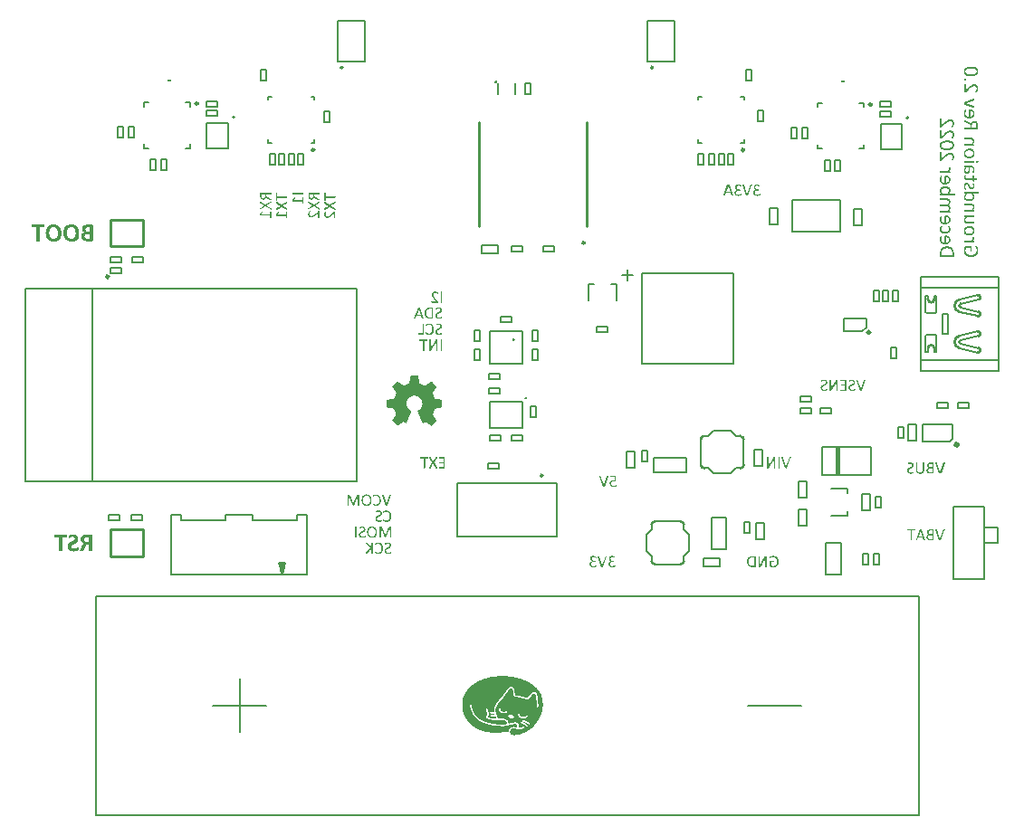
<source format=gbo>
G04*
G04 #@! TF.GenerationSoftware,Altium Limited,Altium Designer,22.1.2 (22)*
G04*
G04 Layer_Color=32896*
%FSLAX44Y44*%
%MOMM*%
G71*
G04*
G04 #@! TF.SameCoordinates,DC0EFF74-F3D2-441A-B5B2-ABEB85199A1F*
G04*
G04*
G04 #@! TF.FilePolarity,Positive*
G04*
G01*
G75*
%ADD10C,0.2032*%
%ADD11C,0.4000*%
%ADD90C,0.1524*%
%ADD94C,0.2540*%
%ADD142C,0.3000*%
%ADD143C,0.2500*%
%ADD144C,0.2000*%
%ADD145C,0.3700*%
%ADD146C,0.1270*%
%ADD147R,0.4000X0.2500*%
G36*
X450000Y145126D02*
X451709D01*
Y144971D01*
X453107D01*
Y144816D01*
X454506D01*
Y144660D01*
X455748D01*
Y144505D01*
X456681D01*
Y144349D01*
X457457D01*
Y144194D01*
X458234D01*
Y144039D01*
X459011D01*
Y143883D01*
X459632D01*
Y143728D01*
X460254D01*
Y143573D01*
X460875D01*
Y143417D01*
X461497D01*
Y143262D01*
X461963D01*
Y143106D01*
X462584D01*
Y142951D01*
X463050D01*
Y142796D01*
X463517D01*
Y142640D01*
X463983D01*
Y142485D01*
X464449D01*
Y142330D01*
X464915D01*
Y142174D01*
X465226D01*
Y142019D01*
X465692D01*
Y141864D01*
X466158D01*
Y141708D01*
X466469D01*
Y141553D01*
X466935D01*
Y141397D01*
X467401D01*
Y141242D01*
X467711D01*
Y141087D01*
X468022D01*
Y140931D01*
X468488D01*
Y140776D01*
X468799D01*
Y140621D01*
X469110D01*
Y140465D01*
X469420D01*
Y140310D01*
X469731D01*
Y140155D01*
X470042D01*
Y139999D01*
X470353D01*
Y139844D01*
X470663D01*
Y139689D01*
X470819D01*
Y139533D01*
X471129D01*
Y139378D01*
X471440D01*
Y139222D01*
X471751D01*
Y139067D01*
X471906D01*
Y138912D01*
X472217D01*
Y138756D01*
X472372D01*
Y138601D01*
X472683D01*
Y138446D01*
X472994D01*
Y138290D01*
X473149D01*
Y138135D01*
X473460D01*
Y137979D01*
X473770D01*
Y137824D01*
X473926D01*
Y137669D01*
X474237D01*
Y137513D01*
X474392D01*
Y137358D01*
X474547D01*
Y137203D01*
X474858D01*
Y137047D01*
X475013D01*
Y136892D01*
X475169D01*
Y136737D01*
X475480D01*
Y136581D01*
X475635D01*
Y136426D01*
X475790D01*
Y136271D01*
X475946D01*
Y136115D01*
X476256D01*
Y135960D01*
X476412D01*
Y135805D01*
X476567D01*
Y135649D01*
X476722D01*
Y135494D01*
X476878D01*
Y135338D01*
X477033D01*
Y135183D01*
X477188D01*
Y135028D01*
X477344D01*
Y134872D01*
X477499D01*
Y134717D01*
X477810D01*
Y134562D01*
X477965D01*
Y134406D01*
X478121D01*
Y134251D01*
X478276D01*
Y134095D01*
X478431D01*
Y133940D01*
Y133785D01*
X478742D01*
Y133629D01*
X478898D01*
Y133474D01*
Y133319D01*
X479053D01*
Y133163D01*
X479208D01*
Y133008D01*
X479364D01*
Y132852D01*
X479519D01*
Y132697D01*
X479674D01*
Y132542D01*
Y132387D01*
X479830D01*
Y132231D01*
X479985D01*
Y132076D01*
X480140D01*
Y131920D01*
X480296D01*
Y131765D01*
Y131610D01*
X480451D01*
Y131454D01*
X480606D01*
Y131299D01*
Y131144D01*
X480762D01*
Y130988D01*
X480917D01*
Y130833D01*
Y130677D01*
X481073D01*
Y130522D01*
X481228D01*
Y130367D01*
Y130211D01*
X481383D01*
Y130056D01*
X481539D01*
Y129901D01*
Y129745D01*
X481694D01*
Y129590D01*
Y129435D01*
X481849D01*
Y129279D01*
Y129124D01*
X482005D01*
Y128968D01*
Y128813D01*
X482160D01*
Y128658D01*
Y128502D01*
X482315D01*
Y128347D01*
Y128192D01*
X482471D01*
Y128036D01*
Y127881D01*
X482626D01*
Y127726D01*
Y127570D01*
Y127415D01*
X482782D01*
Y127260D01*
Y127104D01*
Y126949D01*
Y126793D01*
X482937D01*
Y126638D01*
Y126483D01*
Y126327D01*
X483092D01*
Y126172D01*
Y126017D01*
Y125861D01*
X483248D01*
Y125706D01*
Y125550D01*
Y125395D01*
Y125240D01*
X483403D01*
Y125084D01*
Y124929D01*
Y124774D01*
Y124618D01*
X483558D01*
Y124463D01*
Y124308D01*
Y124152D01*
Y123997D01*
X483714D01*
Y123841D01*
Y123686D01*
Y123531D01*
Y123375D01*
Y123220D01*
Y123065D01*
X483869D01*
Y122909D01*
Y122754D01*
Y122599D01*
Y122443D01*
Y122288D01*
Y122133D01*
Y121977D01*
X484025D01*
Y121822D01*
Y121666D01*
Y121511D01*
Y121356D01*
Y121200D01*
Y121045D01*
Y120890D01*
Y120734D01*
Y120579D01*
Y120423D01*
Y120268D01*
X484180D01*
Y120113D01*
Y119957D01*
Y119802D01*
Y119647D01*
Y119491D01*
Y119336D01*
Y119181D01*
Y119025D01*
Y118870D01*
Y118715D01*
Y118559D01*
Y118404D01*
Y118248D01*
Y118093D01*
Y117938D01*
Y117782D01*
Y117627D01*
Y117472D01*
Y117316D01*
Y117161D01*
Y117006D01*
Y116850D01*
Y116695D01*
Y116539D01*
Y116384D01*
X484025D01*
Y116229D01*
Y116073D01*
Y115918D01*
Y115763D01*
Y115607D01*
Y115452D01*
Y115296D01*
Y115141D01*
Y114986D01*
Y114830D01*
Y114675D01*
X483869D01*
Y114520D01*
Y114364D01*
Y114209D01*
Y114054D01*
Y113898D01*
Y113743D01*
X483714D01*
Y113588D01*
Y113432D01*
Y113277D01*
Y113121D01*
Y112966D01*
X483558D01*
Y112811D01*
Y112655D01*
Y112500D01*
Y112345D01*
Y112189D01*
X483403D01*
Y112034D01*
Y111878D01*
Y111723D01*
X483248D01*
Y111568D01*
Y111412D01*
Y111257D01*
X483092D01*
Y111102D01*
Y110946D01*
Y110791D01*
X482937D01*
Y110636D01*
Y110480D01*
Y110325D01*
X482782D01*
Y110170D01*
Y110014D01*
Y109859D01*
X482626D01*
Y109704D01*
Y109548D01*
Y109393D01*
X482471D01*
Y109237D01*
Y109082D01*
Y108927D01*
X482315D01*
Y108771D01*
X482160D01*
Y108616D01*
Y108461D01*
Y108305D01*
X482005D01*
Y108150D01*
Y107994D01*
X481849D01*
Y107839D01*
Y107684D01*
X481694D01*
Y107528D01*
Y107373D01*
X481539D01*
Y107218D01*
Y107062D01*
X481383D01*
Y106907D01*
Y106752D01*
X481228D01*
Y106596D01*
Y106441D01*
X481073D01*
Y106285D01*
Y106130D01*
X480917D01*
Y105975D01*
Y105819D01*
X480762D01*
Y105664D01*
Y105509D01*
X480606D01*
Y105353D01*
X480451D01*
Y105198D01*
Y105043D01*
X480296D01*
Y104887D01*
Y104732D01*
X480140D01*
Y104577D01*
Y104421D01*
X479985D01*
Y104266D01*
X479830D01*
Y104110D01*
Y103955D01*
X479674D01*
Y103800D01*
Y103644D01*
X479519D01*
Y103489D01*
Y103334D01*
X479364D01*
Y103178D01*
X479208D01*
Y103023D01*
Y102867D01*
X479053D01*
Y102712D01*
X478898D01*
Y102557D01*
Y102401D01*
X478742D01*
Y102246D01*
X478587D01*
Y102091D01*
X478431D01*
Y101935D01*
Y101780D01*
X478276D01*
Y101625D01*
X478121D01*
Y101469D01*
Y101314D01*
X477965D01*
Y101159D01*
X477810D01*
Y101003D01*
X477655D01*
Y100848D01*
X477499D01*
Y100692D01*
Y100537D01*
X477344D01*
Y100382D01*
X477188D01*
Y100226D01*
X477033D01*
Y100071D01*
Y99916D01*
X476878D01*
Y99760D01*
X476722D01*
Y99605D01*
X476567D01*
Y99450D01*
X476412D01*
Y99294D01*
X476256D01*
Y99139D01*
Y98983D01*
X476101D01*
Y98828D01*
X475946D01*
Y98673D01*
X475790D01*
Y98517D01*
X475635D01*
Y98362D01*
X475480D01*
Y98207D01*
X475324D01*
Y98051D01*
X475169D01*
Y97896D01*
X475013D01*
Y97740D01*
X474858D01*
Y97585D01*
X474703D01*
Y97430D01*
X474547D01*
Y97274D01*
X474392D01*
Y97119D01*
X474237D01*
Y96964D01*
X474081D01*
Y96808D01*
X473770D01*
Y96653D01*
X473615D01*
Y96498D01*
X473460D01*
Y96342D01*
X473304D01*
Y96187D01*
X473149D01*
Y96032D01*
X472994D01*
Y95876D01*
X472683D01*
Y95721D01*
X472528D01*
Y95565D01*
X472217D01*
Y95410D01*
X472062D01*
Y95255D01*
X471751D01*
Y95099D01*
X471595D01*
Y94944D01*
X471440D01*
Y94789D01*
X471129D01*
Y94633D01*
X470974D01*
Y94478D01*
X470663D01*
Y94323D01*
X470508D01*
Y94167D01*
X470197D01*
Y94012D01*
X469887D01*
Y93856D01*
X469731D01*
Y93701D01*
X469420D01*
Y93546D01*
X469110D01*
Y93390D01*
X468799D01*
Y93235D01*
X468488D01*
Y93080D01*
X468177D01*
Y92924D01*
X468022D01*
Y92769D01*
X467556D01*
Y92614D01*
X467245D01*
Y92458D01*
X466935D01*
Y92303D01*
X466469D01*
Y92148D01*
X466158D01*
Y91992D01*
X465692D01*
Y91837D01*
X465381D01*
Y91681D01*
X464915D01*
Y91526D01*
X464449D01*
Y91371D01*
X463983D01*
Y91215D01*
X463517D01*
Y91060D01*
X463050D01*
Y90905D01*
X462584D01*
Y90749D01*
X461963D01*
Y90594D01*
X461186D01*
Y90438D01*
X460409D01*
Y90283D01*
X459477D01*
Y90128D01*
X458079D01*
Y89972D01*
X456370D01*
Y90128D01*
X455438D01*
Y90283D01*
X454972D01*
Y90438D01*
X454661D01*
Y90594D01*
X454506D01*
Y90749D01*
X454195D01*
Y90905D01*
Y91060D01*
X454039D01*
Y91215D01*
X453884D01*
Y91371D01*
Y91526D01*
X453729D01*
Y91681D01*
Y91837D01*
Y91992D01*
X453573D01*
Y92148D01*
Y92303D01*
Y92458D01*
X453418D01*
Y92614D01*
Y92769D01*
Y92924D01*
Y93080D01*
Y93235D01*
Y93390D01*
Y93546D01*
X453573D01*
Y93701D01*
Y93856D01*
Y94012D01*
Y94167D01*
X453729D01*
Y94323D01*
Y94478D01*
Y94633D01*
X453884D01*
Y94789D01*
Y94944D01*
X454039D01*
Y95099D01*
Y95255D01*
X454195D01*
Y95410D01*
X454350D01*
Y95565D01*
X454661D01*
Y95721D01*
X454816D01*
Y95876D01*
X455127D01*
Y96032D01*
X455748D01*
Y96187D01*
X458390D01*
Y96032D01*
X459477D01*
Y95876D01*
X460409D01*
Y95721D01*
X461342D01*
Y95565D01*
X463983D01*
Y95721D01*
X464604D01*
Y95876D01*
X465070D01*
Y96032D01*
X465536D01*
Y96187D01*
X465692D01*
Y96342D01*
X466002D01*
Y96498D01*
X466313D01*
Y96653D01*
X466469D01*
Y96808D01*
X466624D01*
Y96964D01*
X466779D01*
Y97119D01*
X466935D01*
Y97274D01*
Y97430D01*
Y97585D01*
X466779D01*
Y97740D01*
Y97896D01*
X466624D01*
Y98051D01*
X466313D01*
Y98207D01*
X466002D01*
Y98051D01*
X465692D01*
Y97896D01*
X465536D01*
Y97740D01*
X465381D01*
Y97585D01*
X465070D01*
Y97430D01*
X464759D01*
Y97274D01*
X464293D01*
Y97119D01*
X463517D01*
Y96964D01*
X461963D01*
Y97119D01*
X461652D01*
Y97274D01*
Y97430D01*
Y97585D01*
X461808D01*
Y97740D01*
Y97896D01*
Y98051D01*
Y98207D01*
Y98362D01*
Y98517D01*
Y98673D01*
Y98828D01*
Y98983D01*
Y99139D01*
Y99294D01*
Y99450D01*
X461652D01*
Y99605D01*
Y99760D01*
Y99916D01*
X461497D01*
Y100071D01*
Y100226D01*
X461342D01*
Y100382D01*
X461186D01*
Y100537D01*
Y100692D01*
X461031D01*
Y100848D01*
X460875D01*
Y101003D01*
X460720D01*
Y101159D01*
X460565D01*
Y101314D01*
X460409D01*
Y101469D01*
X460099D01*
Y101625D01*
X459788D01*
Y101780D01*
X459477D01*
Y101935D01*
X458856D01*
Y102091D01*
X457302D01*
Y101935D01*
X456525D01*
Y101780D01*
X455904D01*
Y101625D01*
X455282D01*
Y101469D01*
X454816D01*
Y101314D01*
X454195D01*
Y101159D01*
X453573D01*
Y101003D01*
X452952D01*
Y100848D01*
X452331D01*
Y100692D01*
X452020D01*
Y100848D01*
Y101003D01*
Y101159D01*
Y101314D01*
Y101469D01*
Y101625D01*
Y101780D01*
Y101935D01*
X451864D01*
Y102091D01*
Y102246D01*
Y102401D01*
X451709D01*
Y102557D01*
Y102712D01*
Y102867D01*
X451554D01*
Y103023D01*
Y103178D01*
X451398D01*
Y103334D01*
Y103489D01*
X451243D01*
Y103644D01*
X451088D01*
Y103800D01*
X450932D01*
Y103955D01*
X450777D01*
Y104110D01*
X450621D01*
Y104266D01*
X450466D01*
Y104421D01*
X450155D01*
Y104577D01*
X450000D01*
Y104732D01*
X449689D01*
Y104887D01*
X449379D01*
Y105043D01*
X448913D01*
Y105198D01*
X448291D01*
Y105353D01*
X447203D01*
Y105509D01*
X444873D01*
Y105353D01*
X442853D01*
Y105509D01*
Y105664D01*
X442698D01*
Y105819D01*
X442543D01*
Y105975D01*
X442387D01*
Y106130D01*
X442232D01*
Y106285D01*
Y106441D01*
X442076D01*
Y106596D01*
X441921D01*
Y106752D01*
Y106907D01*
X441766D01*
Y107062D01*
X441610D01*
Y107218D01*
Y107373D01*
X441455D01*
Y107528D01*
Y107684D01*
X441300D01*
Y107839D01*
Y107994D01*
X441144D01*
Y108150D01*
Y108305D01*
X440989D01*
Y108461D01*
Y108616D01*
Y108771D01*
X440834D01*
Y108927D01*
Y109082D01*
Y109237D01*
X440678D01*
Y109393D01*
Y109548D01*
Y109704D01*
X440523D01*
Y109859D01*
Y110014D01*
Y110170D01*
X440368D01*
Y110325D01*
Y110480D01*
Y110636D01*
Y110791D01*
X440212D01*
Y110946D01*
Y111102D01*
Y111257D01*
Y111412D01*
Y111568D01*
X440057D01*
Y111723D01*
Y111878D01*
Y112034D01*
Y112189D01*
Y112345D01*
Y112500D01*
Y112655D01*
Y112811D01*
Y112966D01*
Y113121D01*
Y113277D01*
Y113432D01*
Y113588D01*
Y113743D01*
Y113898D01*
Y114054D01*
Y114209D01*
Y114364D01*
Y114520D01*
Y114675D01*
Y114830D01*
X440212D01*
Y114986D01*
Y115141D01*
Y115296D01*
Y115452D01*
Y115607D01*
X440368D01*
Y115763D01*
Y115918D01*
Y116073D01*
X440523D01*
Y116229D01*
Y116384D01*
Y116539D01*
X440678D01*
Y116695D01*
Y116850D01*
X440834D01*
Y117006D01*
Y117161D01*
X440989D01*
Y117316D01*
Y117472D01*
Y117627D01*
X441144D01*
Y117782D01*
Y117938D01*
X441300D01*
Y118093D01*
X441455D01*
Y118248D01*
Y118404D01*
X441610D01*
Y118559D01*
X441766D01*
Y118715D01*
Y118870D01*
X441921D01*
Y119025D01*
X442076D01*
Y119181D01*
X442232D01*
Y119336D01*
Y119491D01*
X442387D01*
Y119647D01*
X442543D01*
Y119802D01*
Y119957D01*
X442698D01*
Y120113D01*
X442853D01*
Y120268D01*
X443009D01*
Y120423D01*
X443164D01*
Y120579D01*
Y120734D01*
X443319D01*
Y120890D01*
X443475D01*
Y121045D01*
X443630D01*
Y121200D01*
X443786D01*
Y121356D01*
X443941D01*
Y121511D01*
Y121666D01*
X444096D01*
Y121822D01*
X444252D01*
Y121977D01*
X444407D01*
Y122133D01*
X444562D01*
Y122288D01*
X444718D01*
Y122443D01*
X444873D01*
Y122599D01*
X445028D01*
Y122754D01*
X445184D01*
Y122909D01*
X445339D01*
Y123065D01*
X445494D01*
Y123220D01*
X445650D01*
Y123375D01*
Y123531D01*
X445805D01*
Y123686D01*
X445961D01*
Y123841D01*
X446116D01*
Y123997D01*
X446271D01*
Y124152D01*
X446427D01*
Y124308D01*
X446582D01*
Y124463D01*
X446737D01*
Y124618D01*
X446893D01*
Y124774D01*
X447048D01*
Y124929D01*
X447203D01*
Y125084D01*
X447359D01*
Y125240D01*
X447514D01*
Y125395D01*
Y125550D01*
X447670D01*
Y125706D01*
X447825D01*
Y125861D01*
Y126017D01*
X447980D01*
Y126172D01*
X448136D01*
Y126327D01*
X448291D01*
Y126483D01*
Y126638D01*
X448446D01*
Y126793D01*
X448602D01*
Y126949D01*
Y127104D01*
X448757D01*
Y127260D01*
X448913D01*
Y127415D01*
Y127570D01*
X449068D01*
Y127726D01*
X449223D01*
Y127881D01*
Y128036D01*
X449379D01*
Y128192D01*
X449534D01*
Y128347D01*
Y128502D01*
X449689D01*
Y128658D01*
X449845D01*
Y128813D01*
X450000D01*
Y128968D01*
Y129124D01*
X450155D01*
Y129279D01*
Y129435D01*
X450311D01*
Y129590D01*
X450466D01*
Y129745D01*
Y129901D01*
X450621D01*
Y130056D01*
X450777D01*
Y130211D01*
Y130367D01*
X450932D01*
Y130522D01*
X451088D01*
Y130677D01*
X451243D01*
Y130833D01*
Y130988D01*
X451398D01*
Y131144D01*
X451554D01*
Y131299D01*
X451709D01*
Y131454D01*
X451864D01*
Y131610D01*
X452020D01*
Y131765D01*
X452175D01*
Y131920D01*
Y132076D01*
X452331D01*
Y132231D01*
X452486D01*
Y132387D01*
X452641D01*
Y132542D01*
X452797D01*
Y132697D01*
X452952D01*
Y132852D01*
X453107D01*
Y133008D01*
X453263D01*
Y133163D01*
X453418D01*
Y133319D01*
X453573D01*
Y133474D01*
X453729D01*
Y133629D01*
X454039D01*
Y133785D01*
X454350D01*
Y133940D01*
X454972D01*
Y133785D01*
X455282D01*
Y133629D01*
X455438D01*
Y133474D01*
Y133319D01*
X455593D01*
Y133163D01*
Y133008D01*
X455748D01*
Y132852D01*
Y132697D01*
X455904D01*
Y132542D01*
Y132387D01*
Y132231D01*
X456059D01*
Y132076D01*
Y131920D01*
Y131765D01*
Y131610D01*
X456214D01*
Y131454D01*
Y131299D01*
Y131144D01*
Y130988D01*
Y130833D01*
X456370D01*
Y130677D01*
Y130522D01*
Y130367D01*
Y130211D01*
Y130056D01*
Y129901D01*
Y129745D01*
X456525D01*
Y129590D01*
Y129435D01*
Y129279D01*
Y129124D01*
Y128968D01*
Y128813D01*
X456681D01*
Y128658D01*
Y128502D01*
Y128347D01*
Y128192D01*
Y128036D01*
Y127881D01*
X456836D01*
Y127726D01*
Y127570D01*
Y127415D01*
Y127260D01*
X456991D01*
Y127104D01*
Y126949D01*
Y126793D01*
X457147D01*
Y126638D01*
Y126483D01*
X457302D01*
Y126327D01*
Y126172D01*
X457457D01*
Y126017D01*
X457613D01*
Y125861D01*
X459788D01*
Y125706D01*
X460875D01*
Y125550D01*
X461652D01*
Y125395D01*
X462274D01*
Y125240D01*
X462895D01*
Y125084D01*
X463361D01*
Y124929D01*
X463983D01*
Y124774D01*
X464759D01*
Y124618D01*
X465226D01*
Y124463D01*
X465847D01*
Y124308D01*
X466313D01*
Y124152D01*
X466935D01*
Y123997D01*
X467401D01*
Y123841D01*
X468177D01*
Y123686D01*
X468799D01*
Y123531D01*
X469731D01*
Y123375D01*
X469887D01*
Y123531D01*
X470353D01*
Y123686D01*
X470508D01*
Y123841D01*
X470663D01*
Y123997D01*
X470819D01*
Y124152D01*
X470974D01*
Y124308D01*
X471129D01*
Y124463D01*
X471285D01*
Y124618D01*
X471440D01*
Y124774D01*
X471595D01*
Y124929D01*
X471751D01*
Y125084D01*
X471906D01*
Y125240D01*
X472062D01*
Y125395D01*
X472217D01*
Y125550D01*
X472372D01*
Y125706D01*
X472528D01*
Y125861D01*
X472683D01*
Y126017D01*
X472838D01*
Y126172D01*
X472994D01*
Y126327D01*
Y126483D01*
X473149D01*
Y126638D01*
X473304D01*
Y126793D01*
X473460D01*
Y126949D01*
X473615D01*
Y127104D01*
X473770D01*
Y127260D01*
X473926D01*
Y127415D01*
X474081D01*
Y127570D01*
X474237D01*
Y127726D01*
X474392D01*
Y127881D01*
X474547D01*
Y128036D01*
X474703D01*
Y128192D01*
X474858D01*
Y128347D01*
X475169D01*
Y128502D01*
X475324D01*
Y128658D01*
X475480D01*
Y128813D01*
X475790D01*
Y128968D01*
X476101D01*
Y129124D01*
X476412D01*
Y128968D01*
X476878D01*
Y128813D01*
X477033D01*
Y128658D01*
Y128502D01*
X477188D01*
Y128347D01*
Y128192D01*
X477344D01*
Y128036D01*
Y127881D01*
X477499D01*
Y127726D01*
Y127570D01*
Y127415D01*
X477655D01*
Y127260D01*
Y127104D01*
Y126949D01*
Y126793D01*
Y126638D01*
X477810D01*
Y126483D01*
Y126327D01*
Y126172D01*
Y126017D01*
Y125861D01*
Y125706D01*
Y125550D01*
X477965D01*
Y125395D01*
Y125240D01*
Y125084D01*
Y124929D01*
Y124774D01*
Y124618D01*
Y124463D01*
Y124308D01*
X478121D01*
Y124152D01*
Y123997D01*
Y123841D01*
Y123686D01*
Y123531D01*
Y123375D01*
Y123220D01*
Y123065D01*
X478276D01*
Y122909D01*
Y122754D01*
Y122599D01*
Y122443D01*
Y122288D01*
Y122133D01*
Y121977D01*
Y121822D01*
Y121666D01*
Y121511D01*
Y121356D01*
X478431D01*
Y121200D01*
Y121045D01*
Y120890D01*
Y120734D01*
Y120579D01*
Y120423D01*
Y120268D01*
Y120113D01*
Y119957D01*
Y119802D01*
Y119647D01*
Y119491D01*
Y119336D01*
Y119181D01*
Y119025D01*
Y118870D01*
Y118715D01*
Y118559D01*
Y118404D01*
Y118248D01*
Y118093D01*
Y117938D01*
Y117782D01*
Y117627D01*
Y117472D01*
X478587D01*
Y117316D01*
Y117161D01*
Y117006D01*
Y116850D01*
Y116695D01*
Y116539D01*
Y116384D01*
Y116229D01*
X478742D01*
Y116073D01*
X479208D01*
Y115918D01*
X479364D01*
Y116073D01*
X479674D01*
Y116229D01*
X479830D01*
Y116384D01*
X479985D01*
Y116539D01*
Y116695D01*
Y116850D01*
Y117006D01*
Y117161D01*
Y117316D01*
Y117472D01*
Y117627D01*
Y117782D01*
Y117938D01*
Y118093D01*
Y118248D01*
Y118404D01*
Y118559D01*
Y118715D01*
Y118870D01*
Y119025D01*
Y119181D01*
Y119336D01*
X479830D01*
Y119491D01*
Y119647D01*
Y119802D01*
Y119957D01*
Y120113D01*
Y120268D01*
Y120423D01*
Y120579D01*
Y120734D01*
Y120890D01*
Y121045D01*
Y121200D01*
Y121356D01*
Y121511D01*
Y121666D01*
Y121822D01*
Y121977D01*
Y122133D01*
Y122288D01*
X479674D01*
Y122443D01*
Y122599D01*
Y122754D01*
Y122909D01*
Y123065D01*
Y123220D01*
Y123375D01*
Y123531D01*
Y123686D01*
X479519D01*
Y123841D01*
Y123997D01*
Y124152D01*
Y124308D01*
Y124463D01*
Y124618D01*
Y124774D01*
Y124929D01*
X479364D01*
Y125084D01*
Y125240D01*
Y125395D01*
Y125550D01*
Y125706D01*
Y125861D01*
Y126017D01*
Y126172D01*
X479208D01*
Y126327D01*
Y126483D01*
Y126638D01*
Y126793D01*
Y126949D01*
Y127104D01*
Y127260D01*
X479053D01*
Y127415D01*
Y127570D01*
Y127726D01*
Y127881D01*
X478898D01*
Y128036D01*
Y128192D01*
Y128347D01*
X478742D01*
Y128502D01*
Y128658D01*
X478587D01*
Y128813D01*
Y128968D01*
X478431D01*
Y129124D01*
Y129279D01*
X478276D01*
Y129435D01*
X478121D01*
Y129590D01*
Y129745D01*
X477965D01*
Y129901D01*
X477810D01*
Y130056D01*
X477499D01*
Y130211D01*
X477344D01*
Y130367D01*
X476878D01*
Y130522D01*
X475790D01*
Y130367D01*
X475324D01*
Y130211D01*
X475013D01*
Y130056D01*
X474858D01*
Y129901D01*
X474547D01*
Y129745D01*
X474392D01*
Y129590D01*
X474237D01*
Y129435D01*
X474081D01*
Y129279D01*
X473770D01*
Y129124D01*
X473615D01*
Y128968D01*
X473460D01*
Y128813D01*
X473304D01*
Y128658D01*
X473149D01*
Y128502D01*
X472994D01*
Y128347D01*
X472838D01*
Y128192D01*
X472683D01*
Y128036D01*
X472528D01*
Y127881D01*
X472372D01*
Y127726D01*
X472217D01*
Y127570D01*
X472062D01*
Y127415D01*
X471906D01*
Y127260D01*
X471751D01*
Y127104D01*
Y126949D01*
X471595D01*
Y126793D01*
X471440D01*
Y126638D01*
X471285D01*
Y126483D01*
X471129D01*
Y126327D01*
X470974D01*
Y126172D01*
X470819D01*
Y126017D01*
X470663D01*
Y125861D01*
X470508D01*
Y125706D01*
X470353D01*
Y125550D01*
X470197D01*
Y125395D01*
X470042D01*
Y125240D01*
X469887D01*
Y125084D01*
X469731D01*
Y124929D01*
X469420D01*
Y125084D01*
X468488D01*
Y125240D01*
X467867D01*
Y125395D01*
X467245D01*
Y125550D01*
X466624D01*
Y125706D01*
X465847D01*
Y125861D01*
X465381D01*
Y126017D01*
X464915D01*
Y126172D01*
X464293D01*
Y126327D01*
X463827D01*
Y126483D01*
X463206D01*
Y126638D01*
X462584D01*
Y126793D01*
X461963D01*
Y126949D01*
X461342D01*
Y127104D01*
X460409D01*
Y127260D01*
X458700D01*
Y127415D01*
X458390D01*
Y127570D01*
Y127726D01*
X458234D01*
Y127881D01*
Y128036D01*
Y128192D01*
Y128347D01*
X458079D01*
Y128502D01*
Y128658D01*
Y128813D01*
Y128968D01*
X457924D01*
Y129124D01*
Y129279D01*
Y129435D01*
Y129590D01*
Y129745D01*
X457768D01*
Y129901D01*
Y130056D01*
Y130211D01*
Y130367D01*
Y130522D01*
Y130677D01*
X457613D01*
Y130833D01*
Y130988D01*
Y131144D01*
Y131299D01*
Y131454D01*
Y131610D01*
X457457D01*
Y131765D01*
Y131920D01*
Y132076D01*
Y132231D01*
Y132387D01*
Y132542D01*
X457302D01*
Y132697D01*
Y132852D01*
Y133008D01*
Y133163D01*
X457147D01*
Y133319D01*
Y133474D01*
Y133629D01*
X456991D01*
Y133785D01*
Y133940D01*
X456836D01*
Y134095D01*
X456681D01*
Y134251D01*
Y134406D01*
X456525D01*
Y134562D01*
X456370D01*
Y134717D01*
X456214D01*
Y134872D01*
X456059D01*
Y135028D01*
X455748D01*
Y135183D01*
X455438D01*
Y135338D01*
X454972D01*
Y135494D01*
X454816D01*
Y135338D01*
X454039D01*
Y135183D01*
X453729D01*
Y135028D01*
X453418D01*
Y134872D01*
X453107D01*
Y134717D01*
X452952D01*
Y134562D01*
X452641D01*
Y134406D01*
X452486D01*
Y134251D01*
X452331D01*
Y134095D01*
X452175D01*
Y133940D01*
X452020D01*
Y133785D01*
X451864D01*
Y133629D01*
X451709D01*
Y133474D01*
X451554D01*
Y133319D01*
X451398D01*
Y133163D01*
X451243D01*
Y133008D01*
X451088D01*
Y132852D01*
X450932D01*
Y132697D01*
X450777D01*
Y132542D01*
Y132387D01*
X450621D01*
Y132231D01*
X450466D01*
Y132076D01*
X450311D01*
Y131920D01*
Y131765D01*
X450155D01*
Y131610D01*
X450000D01*
Y131454D01*
X449845D01*
Y131299D01*
Y131144D01*
X449689D01*
Y130988D01*
X449534D01*
Y130833D01*
Y130677D01*
X449379D01*
Y130522D01*
X449223D01*
Y130367D01*
X449068D01*
Y130211D01*
Y130056D01*
X448913D01*
Y129901D01*
X448757D01*
Y129745D01*
Y129590D01*
X448602D01*
Y129435D01*
X448446D01*
Y129279D01*
Y129124D01*
X448291D01*
Y128968D01*
X448136D01*
Y128813D01*
Y128658D01*
X447980D01*
Y128502D01*
X447825D01*
Y128347D01*
Y128192D01*
X447670D01*
Y128036D01*
X447514D01*
Y127881D01*
Y127726D01*
X447359D01*
Y127570D01*
X447203D01*
Y127415D01*
Y127260D01*
X447048D01*
Y127104D01*
X446893D01*
Y126949D01*
Y126793D01*
X446737D01*
Y126638D01*
X446582D01*
Y126483D01*
Y126327D01*
X446427D01*
Y126172D01*
X446271D01*
Y126017D01*
X446116D01*
Y125861D01*
X445961D01*
Y125706D01*
X445805D01*
Y125550D01*
X445650D01*
Y125395D01*
X445494D01*
Y125240D01*
X445339D01*
Y125084D01*
X445184D01*
Y124929D01*
X445028D01*
Y124774D01*
X444873D01*
Y124618D01*
X444718D01*
Y124463D01*
X444562D01*
Y124308D01*
X444407D01*
Y124152D01*
Y123997D01*
X444252D01*
Y123841D01*
X444096D01*
Y123686D01*
X443941D01*
Y123531D01*
X443786D01*
Y123375D01*
X443630D01*
Y123220D01*
X443475D01*
Y123065D01*
X443319D01*
Y122909D01*
X443164D01*
Y122754D01*
Y122599D01*
X443009D01*
Y122443D01*
X442853D01*
Y122288D01*
X442698D01*
Y122133D01*
X442543D01*
Y121977D01*
X442387D01*
Y121822D01*
X442232D01*
Y121666D01*
X442076D01*
Y121511D01*
X441921D01*
Y121356D01*
Y121200D01*
X441766D01*
Y121045D01*
X441610D01*
Y120890D01*
X441455D01*
Y120734D01*
Y120579D01*
X441300D01*
Y120423D01*
X441144D01*
Y120268D01*
Y120113D01*
X440989D01*
Y119957D01*
X440834D01*
Y119802D01*
X440678D01*
Y119647D01*
Y119491D01*
X440523D01*
Y119336D01*
X440368D01*
Y119181D01*
Y119025D01*
X440212D01*
Y118870D01*
X440057D01*
Y118715D01*
Y118559D01*
X439901D01*
Y118404D01*
Y118248D01*
X439746D01*
Y118093D01*
X439591D01*
Y117938D01*
Y117782D01*
Y117627D01*
X439435D01*
Y117472D01*
Y117316D01*
X439280D01*
Y117161D01*
Y117006D01*
X439125D01*
Y116850D01*
Y116695D01*
Y116539D01*
X438969D01*
Y116384D01*
Y116229D01*
Y116073D01*
X438814D01*
Y115918D01*
Y115763D01*
Y115607D01*
Y115452D01*
X438658D01*
Y115296D01*
Y115141D01*
Y114986D01*
Y114830D01*
Y114675D01*
Y114520D01*
X438503D01*
Y114364D01*
Y114209D01*
Y114054D01*
Y113898D01*
Y113743D01*
Y113588D01*
Y113432D01*
Y113277D01*
Y113121D01*
Y112966D01*
Y112811D01*
Y112655D01*
Y112500D01*
Y112345D01*
Y112189D01*
Y112034D01*
X438658D01*
Y111878D01*
Y111723D01*
Y111568D01*
X438037D01*
Y111723D01*
X435396D01*
Y111568D01*
X435085D01*
Y111412D01*
X434930D01*
Y111257D01*
Y111102D01*
Y110946D01*
X434775D01*
Y110791D01*
X434930D01*
Y110636D01*
Y110480D01*
X435085D01*
Y110325D01*
X435396D01*
Y110170D01*
X435862D01*
Y110325D01*
X437416D01*
Y110170D01*
X438969D01*
Y110014D01*
Y109859D01*
Y109704D01*
X439125D01*
Y109548D01*
Y109393D01*
Y109237D01*
X438192D01*
Y109082D01*
X435862D01*
Y108927D01*
X435396D01*
Y108771D01*
X435241D01*
Y108616D01*
X435085D01*
Y108461D01*
Y108305D01*
Y108150D01*
Y107994D01*
X435241D01*
Y107839D01*
Y107684D01*
X435551D01*
Y107528D01*
X436173D01*
Y107684D01*
X437726D01*
Y107839D01*
X439435D01*
Y107994D01*
X439746D01*
Y107839D01*
Y107684D01*
X439901D01*
Y107528D01*
Y107373D01*
X440057D01*
Y107218D01*
Y107062D01*
X440212D01*
Y106907D01*
Y106752D01*
X440368D01*
Y106596D01*
Y106441D01*
X440523D01*
Y106285D01*
Y106130D01*
X440678D01*
Y105975D01*
X440834D01*
Y105819D01*
Y105664D01*
X440989D01*
Y105509D01*
X441144D01*
Y105353D01*
X439746D01*
Y105509D01*
X438503D01*
Y105664D01*
X437260D01*
Y105819D01*
X436328D01*
Y105975D01*
X435551D01*
Y106130D01*
X434930D01*
Y106285D01*
X434308D01*
Y106441D01*
X433842D01*
Y106596D01*
X433221D01*
Y106752D01*
X432910D01*
Y106907D01*
X432599D01*
Y107062D01*
X432755D01*
Y107218D01*
Y107373D01*
X432910D01*
Y107528D01*
X433065D01*
Y107684D01*
Y107839D01*
X433221D01*
Y107994D01*
Y108150D01*
X433376D01*
Y108305D01*
Y108461D01*
Y108616D01*
X433531D01*
Y108771D01*
Y108927D01*
Y109082D01*
Y109237D01*
Y109393D01*
Y109548D01*
Y109704D01*
Y109859D01*
Y110014D01*
Y110170D01*
Y110325D01*
Y110480D01*
Y110636D01*
Y110791D01*
X433376D01*
Y110946D01*
Y111102D01*
Y111257D01*
Y111412D01*
Y111568D01*
Y111723D01*
X433221D01*
Y111878D01*
Y112034D01*
Y112189D01*
X433065D01*
Y112345D01*
Y112500D01*
X432910D01*
Y112655D01*
Y112811D01*
Y112966D01*
X432755D01*
Y113121D01*
Y113277D01*
X432599D01*
Y113432D01*
Y113588D01*
Y113743D01*
Y113898D01*
X432444D01*
Y114054D01*
Y114209D01*
Y114364D01*
X432289D01*
Y114520D01*
X432133D01*
Y114675D01*
X431978D01*
Y114830D01*
X431823D01*
Y114986D01*
X431046D01*
Y114830D01*
X430890D01*
Y114675D01*
Y114520D01*
X430735D01*
Y114364D01*
Y114209D01*
Y114054D01*
Y113898D01*
X430890D01*
Y113743D01*
Y113588D01*
X431046D01*
Y113432D01*
X431201D01*
Y113277D01*
Y113121D01*
Y112966D01*
X431357D01*
Y112811D01*
Y112655D01*
Y112500D01*
X431512D01*
Y112345D01*
Y112189D01*
Y112034D01*
X431667D01*
Y111878D01*
Y111723D01*
X431823D01*
Y111568D01*
Y111412D01*
Y111257D01*
X431978D01*
Y111102D01*
Y110946D01*
Y110791D01*
Y110636D01*
Y110480D01*
Y110325D01*
Y110170D01*
Y110014D01*
X432133D01*
Y109859D01*
Y109704D01*
Y109548D01*
Y109393D01*
Y109237D01*
X431978D01*
Y109082D01*
Y108927D01*
Y108771D01*
Y108616D01*
X431823D01*
Y108461D01*
Y108305D01*
X431667D01*
Y108150D01*
Y107994D01*
X431512D01*
Y107839D01*
X431357D01*
Y107684D01*
Y107528D01*
X431201D01*
Y107373D01*
Y107218D01*
X431046D01*
Y107062D01*
X430890D01*
Y106907D01*
Y106752D01*
Y106596D01*
Y106441D01*
Y106285D01*
X431046D01*
Y106130D01*
X431201D01*
Y105975D01*
X431512D01*
Y105819D01*
X431823D01*
Y105664D01*
X432133D01*
Y105509D01*
X432444D01*
Y105353D01*
X432910D01*
Y105198D01*
X433376D01*
Y105043D01*
X433998D01*
Y104887D01*
X434775D01*
Y104732D01*
X435551D01*
Y104577D01*
X436328D01*
Y104421D01*
X437260D01*
Y104266D01*
X438192D01*
Y104110D01*
X439280D01*
Y103955D01*
X440834D01*
Y103800D01*
X443630D01*
Y103955D01*
X447980D01*
Y103800D01*
X448602D01*
Y103644D01*
X448913D01*
Y103489D01*
X449223D01*
Y103334D01*
X449534D01*
Y103178D01*
X449689D01*
Y103023D01*
X449845D01*
Y102867D01*
X450000D01*
Y102712D01*
X450155D01*
Y102557D01*
X450311D01*
Y102401D01*
Y102246D01*
Y102091D01*
X450466D01*
Y101935D01*
Y101780D01*
Y101625D01*
Y101469D01*
X450621D01*
Y101314D01*
Y101159D01*
Y101003D01*
Y100848D01*
Y100692D01*
Y100537D01*
X450777D01*
Y100382D01*
X450000D01*
Y100226D01*
X449068D01*
Y100071D01*
X442698D01*
Y100226D01*
X440834D01*
Y100382D01*
X439280D01*
Y100537D01*
X438037D01*
Y100692D01*
X437105D01*
Y100848D01*
X436173D01*
Y101003D01*
X435551D01*
Y101159D01*
X434775D01*
Y101314D01*
X434308D01*
Y101469D01*
X433687D01*
Y101625D01*
X433065D01*
Y101780D01*
X432599D01*
Y101935D01*
X432133D01*
Y102091D01*
X431667D01*
Y102246D01*
X431046D01*
Y102401D01*
X430580D01*
Y102557D01*
X430114D01*
Y102712D01*
X429647D01*
Y102867D01*
X429337D01*
Y103023D01*
X428871D01*
Y103178D01*
X428560D01*
Y103334D01*
X428094D01*
Y103489D01*
X427783D01*
Y103644D01*
X427472D01*
Y103800D01*
X427162D01*
Y103955D01*
X426851D01*
Y104110D01*
X426540D01*
Y104266D01*
X426385D01*
Y104421D01*
X426074D01*
Y104577D01*
X425763D01*
Y104732D01*
X425608D01*
Y104887D01*
X425297D01*
Y105043D01*
X424987D01*
Y105198D01*
X424831D01*
Y105353D01*
X424676D01*
Y105509D01*
X424365D01*
Y105664D01*
X424210D01*
Y105819D01*
X424054D01*
Y105975D01*
X423899D01*
Y106130D01*
X423744D01*
Y106285D01*
X423588D01*
Y106441D01*
X423433D01*
Y106596D01*
X423278D01*
Y106752D01*
X423122D01*
Y106907D01*
X422967D01*
Y107062D01*
X422812D01*
Y107218D01*
X422656D01*
Y107373D01*
X422501D01*
Y107528D01*
X422345D01*
Y107684D01*
X422190D01*
Y107839D01*
X422035D01*
Y107994D01*
X421879D01*
Y108150D01*
X421724D01*
Y108305D01*
X421569D01*
Y108461D01*
Y108616D01*
X421413D01*
Y108771D01*
X421258D01*
Y108927D01*
X421102D01*
Y109082D01*
Y109237D01*
X420947D01*
Y109393D01*
X420792D01*
Y109548D01*
X420636D01*
Y109704D01*
Y109859D01*
X420481D01*
Y110014D01*
X420326D01*
Y110170D01*
Y110325D01*
X420170D01*
Y110480D01*
Y110636D01*
X420015D01*
Y110791D01*
X419860D01*
Y110946D01*
Y111102D01*
X419704D01*
Y111257D01*
Y111412D01*
X419549D01*
Y111568D01*
Y111723D01*
X419394D01*
Y111878D01*
Y112034D01*
X419238D01*
Y112189D01*
Y112345D01*
X419083D01*
Y112500D01*
Y112655D01*
X418927D01*
Y112811D01*
Y112966D01*
X418772D01*
Y113121D01*
Y113277D01*
Y113432D01*
X418617D01*
Y113588D01*
Y113743D01*
X418461D01*
Y113898D01*
Y114054D01*
Y114209D01*
Y114364D01*
Y114520D01*
X418306D01*
Y114675D01*
Y114830D01*
Y114986D01*
X418151D01*
Y115141D01*
Y115296D01*
Y115452D01*
X417995D01*
Y115607D01*
Y115763D01*
Y115918D01*
Y116073D01*
X417840D01*
Y116229D01*
Y116384D01*
Y116539D01*
Y116695D01*
X417685D01*
Y116850D01*
Y117006D01*
Y117161D01*
Y117316D01*
Y117472D01*
X417529D01*
Y117627D01*
Y117782D01*
Y117938D01*
Y118093D01*
X417374D01*
Y118248D01*
X417063D01*
Y118404D01*
X416442D01*
Y118248D01*
X416286D01*
Y118093D01*
X416131D01*
Y117938D01*
Y117782D01*
Y117627D01*
Y117472D01*
Y117316D01*
Y117161D01*
Y117006D01*
Y116850D01*
X416286D01*
Y116695D01*
Y116539D01*
Y116384D01*
Y116229D01*
X416442D01*
Y116073D01*
Y115918D01*
Y115763D01*
Y115607D01*
X416597D01*
Y115452D01*
Y115296D01*
Y115141D01*
Y114986D01*
X416752D01*
Y114830D01*
Y114675D01*
Y114520D01*
X416908D01*
Y114364D01*
Y114209D01*
Y114054D01*
X417063D01*
Y113898D01*
Y113743D01*
Y113588D01*
X417218D01*
Y113432D01*
Y113277D01*
Y113121D01*
X417374D01*
Y112966D01*
Y112811D01*
Y112655D01*
X417529D01*
Y112500D01*
Y112345D01*
X417685D01*
Y112189D01*
Y112034D01*
X417840D01*
Y111878D01*
Y111723D01*
Y111568D01*
X417995D01*
Y111412D01*
Y111257D01*
X418151D01*
Y111102D01*
Y110946D01*
X418306D01*
Y110791D01*
Y110636D01*
Y110480D01*
X418461D01*
Y110325D01*
X418617D01*
Y110170D01*
Y110014D01*
X418772D01*
Y109859D01*
Y109704D01*
X418927D01*
Y109548D01*
X419083D01*
Y109393D01*
Y109237D01*
X419238D01*
Y109082D01*
X419394D01*
Y108927D01*
Y108771D01*
X419549D01*
Y108616D01*
X419704D01*
Y108461D01*
X419860D01*
Y108305D01*
X420015D01*
Y108150D01*
Y107994D01*
X420170D01*
Y107839D01*
X420326D01*
Y107684D01*
X420481D01*
Y107528D01*
X420636D01*
Y107373D01*
Y107218D01*
X420792D01*
Y107062D01*
X420947D01*
Y106907D01*
X421102D01*
Y106752D01*
X421258D01*
Y106596D01*
X421413D01*
Y106441D01*
X421569D01*
Y106285D01*
X421724D01*
Y106130D01*
Y105975D01*
X422035D01*
Y105819D01*
X422190D01*
Y105664D01*
X422345D01*
Y105509D01*
X422501D01*
Y105353D01*
X422656D01*
Y105198D01*
X422812D01*
Y105043D01*
X422967D01*
Y104887D01*
X423122D01*
Y104732D01*
X423278D01*
Y104577D01*
X423588D01*
Y104421D01*
X423744D01*
Y104266D01*
X423899D01*
Y104110D01*
X424054D01*
Y103955D01*
X424365D01*
Y103800D01*
X424520D01*
Y103644D01*
X424831D01*
Y103489D01*
X425142D01*
Y103334D01*
X425297D01*
Y103178D01*
X425608D01*
Y103023D01*
X425919D01*
Y102867D01*
X426230D01*
Y102712D01*
X426540D01*
Y102557D01*
X426851D01*
Y102401D01*
X427162D01*
Y102246D01*
X427472D01*
Y102091D01*
X427783D01*
Y101935D01*
X428094D01*
Y101780D01*
X428560D01*
Y101625D01*
X429026D01*
Y101469D01*
X429492D01*
Y101314D01*
X429958D01*
Y101159D01*
X430269D01*
Y101003D01*
X430735D01*
Y100848D01*
X431201D01*
Y100692D01*
X431667D01*
Y100537D01*
X432289D01*
Y100382D01*
X432755D01*
Y100226D01*
X433221D01*
Y100071D01*
X433842D01*
Y99916D01*
X434464D01*
Y99760D01*
X435085D01*
Y99605D01*
X435862D01*
Y99450D01*
X436639D01*
Y99294D01*
X437571D01*
Y99139D01*
X438658D01*
Y98983D01*
X440057D01*
Y98828D01*
X441766D01*
Y98673D01*
X444407D01*
Y98517D01*
X448291D01*
Y98673D01*
X449689D01*
Y98828D01*
X450466D01*
Y98983D01*
X451243D01*
Y99139D01*
X452020D01*
Y99294D01*
X452641D01*
Y99450D01*
X453418D01*
Y99605D01*
X453884D01*
Y99760D01*
X454506D01*
Y99916D01*
X455127D01*
Y100071D01*
X455748D01*
Y100226D01*
X456214D01*
Y100382D01*
X456836D01*
Y100537D01*
X457924D01*
Y100692D01*
X458079D01*
Y100537D01*
X459011D01*
Y100382D01*
X459322D01*
Y100226D01*
X459632D01*
Y100071D01*
X459788D01*
Y99916D01*
X459943D01*
Y99760D01*
X460099D01*
Y99605D01*
Y99450D01*
X460254D01*
Y99294D01*
Y99139D01*
Y98983D01*
X460409D01*
Y98828D01*
Y98673D01*
Y98517D01*
Y98362D01*
Y98207D01*
Y98051D01*
X460254D01*
Y97896D01*
Y97740D01*
Y97585D01*
Y97430D01*
Y97274D01*
X459943D01*
Y97430D01*
X459011D01*
Y97585D01*
X457768D01*
Y97740D01*
X456214D01*
Y97585D01*
X455282D01*
Y97430D01*
X454816D01*
Y97274D01*
X454350D01*
Y97119D01*
X454195D01*
Y96964D01*
X453884D01*
Y96808D01*
X453729D01*
Y96653D01*
X453418D01*
Y96498D01*
X453263D01*
Y96342D01*
X453107D01*
Y96187D01*
Y96032D01*
X452952D01*
Y95876D01*
X452797D01*
Y95721D01*
X452641D01*
Y95565D01*
Y95410D01*
X452486D01*
Y95255D01*
Y95099D01*
X452331D01*
Y94944D01*
Y94789D01*
Y94633D01*
X452175D01*
Y94478D01*
Y94323D01*
Y94167D01*
X452020D01*
Y94012D01*
Y93856D01*
Y93701D01*
Y93546D01*
Y93390D01*
X451864D01*
Y93235D01*
X449845D01*
Y93080D01*
X448757D01*
Y92924D01*
X447514D01*
Y92769D01*
X445961D01*
Y92614D01*
X444096D01*
Y92458D01*
X436173D01*
Y92614D01*
X434308D01*
Y92769D01*
X433221D01*
Y92924D01*
X432133D01*
Y93080D01*
X431201D01*
Y93235D01*
X430424D01*
Y93390D01*
X429647D01*
Y93546D01*
X429026D01*
Y93701D01*
X428405D01*
Y93856D01*
X427938D01*
Y94012D01*
X427317D01*
Y94167D01*
X426851D01*
Y94323D01*
X426385D01*
Y94478D01*
X425919D01*
Y94633D01*
X425608D01*
Y94789D01*
X425142D01*
Y94944D01*
X424831D01*
Y95099D01*
X424365D01*
Y95255D01*
X424054D01*
Y95410D01*
X423744D01*
Y95565D01*
X423278D01*
Y95721D01*
X422967D01*
Y95876D01*
X422656D01*
Y96032D01*
X422345D01*
Y96187D01*
X422035D01*
Y96342D01*
X421724D01*
Y96498D01*
X421413D01*
Y96653D01*
X421258D01*
Y96808D01*
X420947D01*
Y96964D01*
X420792D01*
Y97119D01*
X420481D01*
Y97274D01*
X420326D01*
Y97430D01*
X420015D01*
Y97585D01*
X419860D01*
Y97740D01*
X419704D01*
Y97896D01*
X419394D01*
Y98051D01*
X419238D01*
Y98207D01*
X419083D01*
Y98362D01*
X418927D01*
Y98517D01*
X418617D01*
Y98673D01*
X418461D01*
Y98828D01*
X418306D01*
Y98983D01*
X418151D01*
Y99139D01*
X417995D01*
Y99294D01*
X417840D01*
Y99450D01*
X417685D01*
Y99605D01*
X417374D01*
Y99760D01*
X417218D01*
Y99916D01*
X417063D01*
Y100071D01*
X416908D01*
Y100226D01*
X416752D01*
Y100382D01*
X416597D01*
Y100537D01*
X416442D01*
Y100692D01*
X416286D01*
Y100848D01*
X416131D01*
Y101003D01*
X415975D01*
Y101159D01*
X415820D01*
Y101314D01*
X415665D01*
Y101469D01*
X415354D01*
Y101625D01*
Y101780D01*
X415199D01*
Y101935D01*
X415043D01*
Y102091D01*
X414888D01*
Y102246D01*
X414733D01*
Y102401D01*
X414577D01*
Y102557D01*
X414422D01*
Y102712D01*
Y102867D01*
X414267D01*
Y103023D01*
X414111D01*
Y103178D01*
X413956D01*
Y103334D01*
X413801D01*
Y103489D01*
Y103644D01*
X413645D01*
Y103800D01*
X413490D01*
Y103955D01*
Y104110D01*
X413334D01*
Y104266D01*
X413179D01*
Y104421D01*
X413024D01*
Y104577D01*
Y104732D01*
X412868D01*
Y104887D01*
X412713D01*
Y105043D01*
Y105198D01*
X412557D01*
Y105353D01*
Y105509D01*
X412402D01*
Y105664D01*
X412247D01*
Y105819D01*
Y105975D01*
X412091D01*
Y106130D01*
Y106285D01*
X411936D01*
Y106441D01*
Y106596D01*
X411781D01*
Y106752D01*
Y106907D01*
X411625D01*
Y107062D01*
Y107218D01*
X411470D01*
Y107373D01*
Y107528D01*
X411315D01*
Y107684D01*
Y107839D01*
X411159D01*
Y107994D01*
Y108150D01*
X411004D01*
Y108305D01*
Y108461D01*
X410849D01*
Y108616D01*
Y108771D01*
X410693D01*
Y108927D01*
Y109082D01*
Y109237D01*
X410538D01*
Y109393D01*
Y109548D01*
X410382D01*
Y109704D01*
Y109859D01*
Y110014D01*
X410227D01*
Y110170D01*
Y110325D01*
Y110480D01*
X410072D01*
Y110636D01*
Y110791D01*
Y110946D01*
X409916D01*
Y111102D01*
Y111257D01*
Y111412D01*
X409761D01*
Y111568D01*
Y111723D01*
Y111878D01*
X409606D01*
Y112034D01*
Y112189D01*
Y112345D01*
X409450D01*
Y112500D01*
Y112655D01*
Y112811D01*
Y112966D01*
X409295D01*
Y113121D01*
Y113277D01*
Y113432D01*
Y113588D01*
Y113743D01*
X409140D01*
Y113898D01*
Y114054D01*
Y114209D01*
Y114364D01*
Y114520D01*
X408984D01*
Y114675D01*
Y114830D01*
Y114986D01*
Y115141D01*
Y115296D01*
Y115452D01*
Y115607D01*
Y115763D01*
Y115918D01*
X408829D01*
Y116073D01*
Y116229D01*
Y116384D01*
Y116539D01*
Y116695D01*
Y116850D01*
Y117006D01*
Y117161D01*
Y117316D01*
Y117472D01*
Y117627D01*
Y117782D01*
Y117938D01*
Y118093D01*
Y118248D01*
Y118404D01*
Y118559D01*
Y118715D01*
Y118870D01*
Y119025D01*
Y119181D01*
Y119336D01*
Y119491D01*
Y119647D01*
Y119802D01*
Y119957D01*
Y120113D01*
Y120268D01*
Y120423D01*
Y120579D01*
Y120734D01*
Y120890D01*
Y121045D01*
Y121200D01*
Y121356D01*
Y121511D01*
X408984D01*
Y121666D01*
Y121822D01*
Y121977D01*
Y122133D01*
Y122288D01*
Y122443D01*
Y122599D01*
Y122754D01*
Y122909D01*
X409140D01*
Y123065D01*
Y123220D01*
Y123375D01*
Y123531D01*
X409295D01*
Y123686D01*
Y123841D01*
Y123997D01*
Y124152D01*
X409450D01*
Y124308D01*
Y124463D01*
Y124618D01*
Y124774D01*
X409606D01*
Y124929D01*
Y125084D01*
X409761D01*
Y125240D01*
Y125395D01*
Y125550D01*
X409916D01*
Y125706D01*
Y125861D01*
Y126017D01*
X410072D01*
Y126172D01*
Y126327D01*
Y126483D01*
X410227D01*
Y126638D01*
Y126793D01*
X410382D01*
Y126949D01*
Y127104D01*
X410538D01*
Y127260D01*
Y127415D01*
Y127570D01*
X410693D01*
Y127726D01*
Y127881D01*
X410849D01*
Y128036D01*
Y128192D01*
X411004D01*
Y128347D01*
Y128502D01*
X411159D01*
Y128658D01*
X411315D01*
Y128813D01*
Y128968D01*
X411470D01*
Y129124D01*
Y129279D01*
X411625D01*
Y129435D01*
Y129590D01*
X411781D01*
Y129745D01*
Y129901D01*
X411936D01*
Y130056D01*
X412091D01*
Y130211D01*
Y130367D01*
X412247D01*
Y130522D01*
X412402D01*
Y130677D01*
Y130833D01*
X412557D01*
Y130988D01*
X412713D01*
Y131144D01*
Y131299D01*
X412868D01*
Y131454D01*
X413024D01*
Y131610D01*
X413179D01*
Y131765D01*
X413334D01*
Y131920D01*
Y132076D01*
X413490D01*
Y132231D01*
X413645D01*
Y132387D01*
X413801D01*
Y132542D01*
X413956D01*
Y132697D01*
X414111D01*
Y132852D01*
Y133008D01*
X414267D01*
Y133163D01*
X414422D01*
Y133319D01*
X414577D01*
Y133474D01*
X414733D01*
Y133629D01*
X414888D01*
Y133785D01*
X415043D01*
Y133940D01*
X415199D01*
Y134095D01*
X415354D01*
Y134251D01*
X415509D01*
Y134406D01*
X415665D01*
Y134562D01*
X415820D01*
Y134717D01*
X415975D01*
Y134872D01*
X416131D01*
Y135028D01*
X416286D01*
Y135183D01*
X416442D01*
Y135338D01*
X416597D01*
Y135494D01*
X416752D01*
Y135649D01*
X417063D01*
Y135805D01*
X417218D01*
Y135960D01*
X417374D01*
Y136115D01*
X417529D01*
Y136271D01*
X417685D01*
Y136426D01*
X417840D01*
Y136581D01*
X417995D01*
Y136737D01*
X418306D01*
Y136892D01*
X418461D01*
Y137047D01*
X418617D01*
Y137203D01*
X418927D01*
Y137358D01*
X419083D01*
Y137513D01*
X419238D01*
Y137669D01*
X419549D01*
Y137824D01*
X419704D01*
Y137979D01*
X419860D01*
Y138135D01*
X420170D01*
Y138290D01*
X420481D01*
Y138446D01*
X420636D01*
Y138601D01*
X420947D01*
Y138756D01*
X421102D01*
Y138912D01*
X421413D01*
Y139067D01*
X421569D01*
Y139222D01*
X421879D01*
Y139378D01*
X422190D01*
Y139533D01*
X422345D01*
Y139689D01*
X422656D01*
Y139844D01*
X422967D01*
Y139999D01*
X423122D01*
Y140155D01*
X423433D01*
Y140310D01*
X423744D01*
Y140465D01*
X424054D01*
Y140621D01*
X424365D01*
Y140776D01*
X424676D01*
Y140931D01*
X424987D01*
Y141087D01*
X425297D01*
Y141242D01*
X425608D01*
Y141397D01*
X425919D01*
Y141553D01*
X426385D01*
Y141708D01*
X426696D01*
Y141864D01*
X427162D01*
Y142019D01*
X427472D01*
Y142174D01*
X427938D01*
Y142330D01*
X428249D01*
Y142485D01*
X428715D01*
Y142640D01*
X429181D01*
Y142796D01*
X429647D01*
Y142951D01*
X430114D01*
Y143106D01*
X430580D01*
Y143262D01*
X431046D01*
Y143417D01*
X431667D01*
Y143573D01*
X432133D01*
Y143728D01*
X432755D01*
Y143883D01*
X433376D01*
Y144039D01*
X434153D01*
Y144194D01*
X434930D01*
Y144349D01*
X435707D01*
Y144505D01*
X436639D01*
Y144660D01*
X438192D01*
Y144816D01*
X439591D01*
Y144971D01*
X441300D01*
Y145126D01*
X443319D01*
Y145282D01*
X450000D01*
Y145126D01*
D02*
G37*
G36*
X367448Y426214D02*
X367663D01*
Y426107D01*
Y425999D01*
Y425892D01*
Y425784D01*
X367770D01*
Y425677D01*
Y425569D01*
Y425462D01*
Y425354D01*
Y425247D01*
Y425139D01*
X367878D01*
Y425031D01*
Y424924D01*
Y424816D01*
Y424709D01*
Y424601D01*
X367985D01*
Y424494D01*
Y424386D01*
Y424278D01*
Y424171D01*
Y424063D01*
Y423956D01*
X368093D01*
Y423848D01*
Y423741D01*
Y423633D01*
Y423526D01*
Y423418D01*
X368200D01*
Y423311D01*
Y423203D01*
Y423095D01*
Y422988D01*
Y422880D01*
Y422773D01*
X368308D01*
Y422665D01*
Y422558D01*
Y422450D01*
Y422342D01*
Y422235D01*
Y422127D01*
X368415D01*
Y422020D01*
Y421912D01*
X368523D01*
Y421805D01*
X368415D01*
Y421697D01*
Y421590D01*
X368523D01*
Y421482D01*
Y421375D01*
Y421267D01*
X368631D01*
Y421159D01*
Y421052D01*
Y420944D01*
Y420837D01*
Y420729D01*
Y420622D01*
X368738D01*
Y420514D01*
Y420407D01*
Y420299D01*
Y420191D01*
Y420084D01*
X368846D01*
Y419976D01*
Y419869D01*
Y419761D01*
Y419654D01*
Y419546D01*
Y419439D01*
X368953D01*
Y419331D01*
Y419223D01*
X369061D01*
Y419116D01*
X369168D01*
Y419008D01*
X369384D01*
Y418901D01*
X369706D01*
Y418793D01*
X369921D01*
Y418686D01*
X370244D01*
Y418578D01*
X370459D01*
Y418471D01*
X370782D01*
Y418363D01*
X370997D01*
Y418255D01*
X371212D01*
Y418148D01*
X371535D01*
Y418040D01*
X371750D01*
Y417933D01*
X372072D01*
Y417825D01*
X372287D01*
Y417718D01*
X372610D01*
Y417610D01*
X372825D01*
Y417503D01*
X373040D01*
Y417395D01*
X373363D01*
Y417287D01*
X373578D01*
Y417180D01*
X374331D01*
Y417287D01*
X374439D01*
Y417395D01*
X374654D01*
Y417503D01*
X374761D01*
Y417610D01*
X374976D01*
Y417718D01*
X375084D01*
Y417825D01*
X375299D01*
Y417933D01*
X375407D01*
Y418040D01*
X375622D01*
Y418148D01*
X375729D01*
Y418255D01*
X375837D01*
Y418363D01*
X376052D01*
Y418471D01*
X376159D01*
Y418578D01*
X376375D01*
Y418686D01*
X376482D01*
Y418793D01*
X376590D01*
Y418901D01*
X376805D01*
Y419008D01*
X376912D01*
Y419116D01*
X377127D01*
Y419223D01*
X377235D01*
Y419331D01*
X377450D01*
Y419439D01*
X377558D01*
Y419546D01*
X377773D01*
Y419654D01*
X377880D01*
Y419761D01*
X378095D01*
Y419869D01*
X378203D01*
Y419976D01*
X378418D01*
Y420084D01*
X378526D01*
Y420191D01*
X378741D01*
Y420299D01*
X378848D01*
Y420407D01*
X379063D01*
Y420514D01*
X379171D01*
Y420622D01*
X379386D01*
Y420729D01*
X379494D01*
Y420837D01*
X379601D01*
Y420944D01*
X379816D01*
Y421052D01*
X380139D01*
Y420944D01*
X380247D01*
Y420837D01*
X380354D01*
Y420729D01*
X380462D01*
Y420622D01*
X380569D01*
Y420514D01*
X380677D01*
Y420407D01*
X380784D01*
Y420299D01*
X380892D01*
Y420191D01*
X380999D01*
Y420084D01*
X381107D01*
Y419976D01*
X381214D01*
Y419869D01*
X381322D01*
Y419761D01*
X381430D01*
Y419654D01*
X381537D01*
Y419546D01*
X381645D01*
Y419439D01*
X381752D01*
Y419331D01*
X381860D01*
Y419223D01*
X381967D01*
Y419116D01*
X382075D01*
Y419008D01*
X382183D01*
Y418901D01*
X382290D01*
Y418793D01*
X382398D01*
Y418686D01*
X382505D01*
Y418578D01*
X382613D01*
Y418471D01*
X382720D01*
Y418363D01*
X382828D01*
Y418255D01*
X382935D01*
Y418148D01*
X383043D01*
Y418040D01*
X383150D01*
Y417933D01*
X383258D01*
Y417825D01*
X383366D01*
Y417718D01*
X383473D01*
Y417610D01*
X383581D01*
Y417503D01*
X383688D01*
Y417395D01*
X383796D01*
Y417287D01*
X383903D01*
Y417180D01*
X384011D01*
Y417072D01*
X384118D01*
Y416965D01*
X384226D01*
Y416857D01*
X384334D01*
Y416750D01*
X384441D01*
Y416642D01*
X384549D01*
Y416535D01*
X384656D01*
Y416427D01*
X384764D01*
Y416320D01*
X384871D01*
Y416212D01*
Y416104D01*
Y415997D01*
Y415889D01*
X384656D01*
Y415782D01*
Y415674D01*
X384549D01*
Y415567D01*
X384441D01*
Y415459D01*
Y415351D01*
X384334D01*
Y415244D01*
Y415136D01*
X384226D01*
Y415029D01*
X384118D01*
Y414921D01*
Y414814D01*
X384011D01*
Y414706D01*
X383903D01*
Y414599D01*
Y414491D01*
X383796D01*
Y414384D01*
X383688D01*
Y414276D01*
Y414168D01*
X383581D01*
Y414061D01*
X383473D01*
Y413953D01*
X383366D01*
Y413846D01*
Y413738D01*
X383258D01*
Y413631D01*
X383150D01*
Y413523D01*
Y413415D01*
X383043D01*
Y413308D01*
X382935D01*
Y413200D01*
Y413093D01*
X382828D01*
Y412985D01*
X382720D01*
Y412878D01*
X382613D01*
Y412770D01*
Y412663D01*
X382505D01*
Y412555D01*
X382398D01*
Y412448D01*
Y412340D01*
X382290D01*
Y412232D01*
Y412125D01*
X382183D01*
Y412017D01*
X382075D01*
Y411910D01*
X381967D01*
Y411802D01*
X381860D01*
Y411695D01*
Y411587D01*
X381752D01*
Y411479D01*
X381645D01*
Y411372D01*
Y411264D01*
X381537D01*
Y411157D01*
Y411049D01*
X381430D01*
Y410942D01*
X381322D01*
Y410834D01*
Y410727D01*
X381214D01*
Y410619D01*
X381107D01*
Y410512D01*
X380999D01*
Y410404D01*
Y410296D01*
Y410189D01*
Y410081D01*
Y409974D01*
X381107D01*
Y409866D01*
X381214D01*
Y409759D01*
Y409651D01*
Y409543D01*
X381322D01*
Y409436D01*
Y409328D01*
X381430D01*
Y409221D01*
Y409113D01*
X381537D01*
Y409006D01*
Y408898D01*
Y408791D01*
X381645D01*
Y408683D01*
Y408576D01*
Y408468D01*
X381752D01*
Y408360D01*
Y408253D01*
X381860D01*
Y408145D01*
Y408038D01*
X381967D01*
Y407930D01*
Y407823D01*
Y407715D01*
X382075D01*
Y407607D01*
X382183D01*
Y407500D01*
Y407392D01*
Y407285D01*
X382290D01*
Y407177D01*
Y407070D01*
Y406962D01*
X382398D01*
Y406855D01*
X382505D01*
Y406747D01*
Y406640D01*
Y406532D01*
X382613D01*
Y406424D01*
Y406317D01*
X382720D01*
Y406209D01*
Y406102D01*
X382828D01*
Y405994D01*
Y405887D01*
Y405779D01*
X382935D01*
Y405672D01*
Y405564D01*
X383043D01*
Y405457D01*
Y405349D01*
Y405241D01*
X383258D01*
Y405134D01*
X383366D01*
Y405026D01*
X383796D01*
Y404919D01*
X384441D01*
Y404811D01*
X385087D01*
Y404704D01*
X385624D01*
Y404596D01*
X386162D01*
Y404488D01*
X386592D01*
Y404381D01*
X387130D01*
Y404273D01*
X387775D01*
Y404166D01*
X388421D01*
Y404058D01*
X388959D01*
Y403951D01*
X389496D01*
Y403843D01*
X390034D01*
Y403736D01*
X390141D01*
Y403628D01*
Y403521D01*
Y403413D01*
Y403305D01*
Y403198D01*
Y403090D01*
Y402983D01*
Y402875D01*
Y402768D01*
Y402660D01*
Y402552D01*
Y402445D01*
Y402337D01*
Y402230D01*
Y402122D01*
Y402015D01*
Y401907D01*
Y401800D01*
Y401692D01*
Y401585D01*
Y401477D01*
Y401369D01*
Y401262D01*
Y401154D01*
Y401047D01*
Y400939D01*
Y400832D01*
Y400724D01*
Y400616D01*
Y400509D01*
Y400401D01*
Y400294D01*
Y400186D01*
Y400079D01*
Y399971D01*
Y399864D01*
Y399756D01*
Y399649D01*
Y399541D01*
Y399433D01*
Y399326D01*
Y399218D01*
Y399111D01*
Y399003D01*
Y398896D01*
Y398788D01*
Y398680D01*
Y398573D01*
Y398465D01*
Y398358D01*
Y398250D01*
Y398143D01*
Y398035D01*
Y397928D01*
Y397820D01*
Y397713D01*
Y397605D01*
Y397497D01*
Y397390D01*
Y397282D01*
Y397175D01*
Y397067D01*
Y396960D01*
Y396852D01*
X390034D01*
Y396744D01*
X389711D01*
Y396637D01*
X389174D01*
Y396529D01*
X388636D01*
Y396422D01*
X387990D01*
Y396314D01*
X387345D01*
Y396207D01*
X386807D01*
Y396099D01*
X386162D01*
Y395992D01*
X385624D01*
Y395884D01*
X384979D01*
Y395776D01*
X384441D01*
Y395669D01*
X384011D01*
Y395561D01*
X383473D01*
Y395454D01*
X383366D01*
Y395346D01*
X383258D01*
Y395239D01*
X383150D01*
Y395131D01*
Y395024D01*
Y394916D01*
X383043D01*
Y394809D01*
Y394701D01*
X382935D01*
Y394593D01*
Y394486D01*
Y394378D01*
X382828D01*
Y394271D01*
Y394163D01*
Y394056D01*
X382720D01*
Y393948D01*
Y393841D01*
X382613D01*
Y393733D01*
Y393625D01*
Y393518D01*
X382505D01*
Y393410D01*
Y393303D01*
X382398D01*
Y393195D01*
Y393088D01*
Y392980D01*
X382290D01*
Y392873D01*
Y392765D01*
X382183D01*
Y392658D01*
Y392550D01*
Y392442D01*
X382075D01*
Y392335D01*
Y392227D01*
X381967D01*
Y392120D01*
Y392012D01*
Y391905D01*
X381860D01*
Y391797D01*
Y391689D01*
X381752D01*
Y391582D01*
Y391474D01*
Y391367D01*
X381645D01*
Y391259D01*
Y391152D01*
X381537D01*
Y391044D01*
Y390937D01*
Y390829D01*
X381430D01*
Y390722D01*
Y390614D01*
X381322D01*
Y390506D01*
Y390399D01*
Y390291D01*
X381214D01*
Y390184D01*
Y390076D01*
Y389969D01*
Y389861D01*
X381322D01*
Y389753D01*
Y389646D01*
X381430D01*
Y389538D01*
Y389431D01*
X381537D01*
Y389323D01*
X381645D01*
Y389216D01*
Y389108D01*
X381752D01*
Y389001D01*
Y388893D01*
X381967D01*
Y388786D01*
Y388678D01*
X382075D01*
Y388570D01*
X382183D01*
Y388463D01*
Y388355D01*
X382290D01*
Y388248D01*
X382398D01*
Y388140D01*
Y388033D01*
X382505D01*
Y387925D01*
X382613D01*
Y387817D01*
X382720D01*
Y387710D01*
Y387602D01*
X382828D01*
Y387495D01*
X382935D01*
Y387387D01*
Y387280D01*
X383043D01*
Y387172D01*
Y387065D01*
X383150D01*
Y386957D01*
X383258D01*
Y386850D01*
Y386742D01*
X383366D01*
Y386634D01*
X383473D01*
Y386527D01*
X383581D01*
Y386419D01*
Y386312D01*
X383688D01*
Y386204D01*
X383796D01*
Y386097D01*
Y385989D01*
X383903D01*
Y385882D01*
X384011D01*
Y385774D01*
Y385666D01*
X384118D01*
Y385559D01*
X384226D01*
Y385451D01*
Y385344D01*
X384334D01*
Y385236D01*
X384441D01*
Y385129D01*
X384549D01*
Y385021D01*
Y384913D01*
X384656D01*
Y384806D01*
X384764D01*
Y384698D01*
Y384591D01*
X384871D01*
Y384483D01*
Y384376D01*
Y384268D01*
Y384161D01*
X384764D01*
Y384053D01*
X384656D01*
Y383946D01*
X384549D01*
Y383838D01*
X384441D01*
Y383730D01*
X384334D01*
Y383623D01*
X384226D01*
Y383515D01*
X384118D01*
Y383408D01*
X384011D01*
Y383300D01*
X383903D01*
Y383193D01*
X383796D01*
Y383085D01*
X383688D01*
Y382977D01*
X383581D01*
Y382870D01*
X383473D01*
Y382762D01*
X383366D01*
Y382655D01*
X383258D01*
Y382547D01*
X383150D01*
Y382440D01*
X383043D01*
Y382332D01*
X382935D01*
Y382225D01*
X382828D01*
Y382117D01*
X382720D01*
Y382010D01*
X382613D01*
Y381902D01*
X382505D01*
Y381794D01*
X382398D01*
Y381687D01*
X382290D01*
Y381579D01*
X382183D01*
Y381472D01*
X382075D01*
Y381364D01*
X381967D01*
Y381257D01*
X381860D01*
Y381149D01*
X381752D01*
Y381042D01*
X381645D01*
Y380934D01*
X381537D01*
Y380826D01*
X381430D01*
Y380719D01*
X381322D01*
Y380611D01*
X381214D01*
Y380504D01*
X381107D01*
Y380396D01*
X380999D01*
Y380289D01*
X380892D01*
Y380181D01*
X380784D01*
Y380074D01*
X380677D01*
Y379966D01*
X380569D01*
Y379859D01*
X380462D01*
Y379751D01*
X380354D01*
Y379643D01*
X380247D01*
Y379536D01*
X379709D01*
Y379643D01*
X379601D01*
Y379751D01*
X379386D01*
Y379859D01*
X379278D01*
Y379966D01*
X379171D01*
Y380074D01*
X378956D01*
Y380181D01*
X378848D01*
Y380289D01*
X378633D01*
Y380396D01*
X378526D01*
Y380504D01*
X378311D01*
Y380611D01*
X378203D01*
Y380719D01*
X377988D01*
Y380826D01*
X377880D01*
Y380934D01*
X377665D01*
Y381042D01*
X377558D01*
Y381149D01*
X377343D01*
Y381257D01*
X377235D01*
Y381364D01*
X377020D01*
Y381472D01*
X376912D01*
Y381579D01*
X376697D01*
Y381687D01*
X376590D01*
Y381794D01*
X376375D01*
Y381902D01*
X376267D01*
Y382010D01*
X376159D01*
Y382117D01*
X375944D01*
Y382225D01*
X375837D01*
Y382332D01*
X375622D01*
Y382440D01*
X375514D01*
Y382547D01*
X375407D01*
Y382655D01*
X375191D01*
Y382762D01*
X375084D01*
Y382870D01*
X374869D01*
Y382977D01*
X374761D01*
Y383085D01*
X374224D01*
Y382977D01*
X374008D01*
Y382870D01*
X373793D01*
Y382762D01*
X373578D01*
Y382655D01*
X373363D01*
Y382547D01*
X373148D01*
Y382440D01*
X372933D01*
Y382332D01*
X372825D01*
Y382225D01*
X372610D01*
Y382117D01*
X372395D01*
Y382010D01*
X372180D01*
Y381902D01*
X371965D01*
Y381794D01*
X371750D01*
Y381902D01*
X371642D01*
Y382010D01*
Y382117D01*
Y382225D01*
X371535D01*
Y382332D01*
Y382440D01*
X371427D01*
Y382547D01*
Y382655D01*
Y382762D01*
X371320D01*
Y382870D01*
Y382977D01*
X371212D01*
Y383085D01*
Y383193D01*
X371104D01*
Y383300D01*
Y383408D01*
Y383515D01*
Y383623D01*
X370997D01*
Y383730D01*
X370889D01*
Y383838D01*
Y383946D01*
X370782D01*
Y384053D01*
Y384161D01*
Y384268D01*
X370674D01*
Y384376D01*
Y384483D01*
X370567D01*
Y384591D01*
Y384698D01*
Y384806D01*
X370459D01*
Y384913D01*
Y385021D01*
X370351D01*
Y385129D01*
Y385236D01*
Y385344D01*
X370244D01*
Y385451D01*
Y385559D01*
X370136D01*
Y385666D01*
Y385774D01*
Y385882D01*
X370029D01*
Y385989D01*
Y386097D01*
Y386204D01*
X369921D01*
Y386312D01*
Y386419D01*
X369814D01*
Y386527D01*
Y386634D01*
X369706D01*
Y386742D01*
Y386850D01*
X369599D01*
Y386957D01*
Y387065D01*
X369491D01*
Y387172D01*
Y387280D01*
Y387387D01*
X369384D01*
Y387495D01*
Y387602D01*
X369276D01*
Y387710D01*
Y387817D01*
Y387925D01*
X369168D01*
Y388033D01*
Y388140D01*
X369061D01*
Y388248D01*
Y388355D01*
Y388463D01*
X368953D01*
Y388570D01*
Y388678D01*
X368846D01*
Y388786D01*
Y388893D01*
Y389001D01*
X368738D01*
Y389108D01*
Y389216D01*
X368631D01*
Y389323D01*
Y389431D01*
X368523D01*
Y389538D01*
Y389646D01*
Y389753D01*
X368415D01*
Y389861D01*
Y389969D01*
Y390076D01*
X368308D01*
Y390184D01*
Y390291D01*
X368200D01*
Y390399D01*
Y390506D01*
X368093D01*
Y390614D01*
Y390722D01*
X367985D01*
Y390829D01*
Y390937D01*
Y391044D01*
X367878D01*
Y391152D01*
Y391259D01*
X367770D01*
Y391367D01*
Y391474D01*
X367663D01*
Y391582D01*
Y391689D01*
Y391797D01*
X367555D01*
Y391905D01*
Y392012D01*
Y392120D01*
X367448D01*
Y392227D01*
Y392335D01*
X367340D01*
Y392442D01*
Y392550D01*
Y392658D01*
X367232D01*
Y392765D01*
Y392873D01*
X367125D01*
Y392980D01*
Y393088D01*
Y393195D01*
X367017D01*
Y393303D01*
X367125D01*
Y393410D01*
X367232D01*
Y393518D01*
X367448D01*
Y393625D01*
X367663D01*
Y393733D01*
X367770D01*
Y393841D01*
X367985D01*
Y393948D01*
X368093D01*
Y394056D01*
X368200D01*
Y394163D01*
X368415D01*
Y394271D01*
X368523D01*
Y394378D01*
X368631D01*
Y394486D01*
X368846D01*
Y394593D01*
X368953D01*
Y394701D01*
X369061D01*
Y394809D01*
X369168D01*
Y394916D01*
X369276D01*
Y395024D01*
X369384D01*
Y395131D01*
X369491D01*
Y395239D01*
X369599D01*
Y395346D01*
X369706D01*
Y395454D01*
X369814D01*
Y395561D01*
Y395669D01*
X369921D01*
Y395776D01*
X370029D01*
Y395884D01*
X370136D01*
Y395992D01*
Y396099D01*
X370244D01*
Y396207D01*
X370351D01*
Y396314D01*
Y396422D01*
X370459D01*
Y396529D01*
X370567D01*
Y396637D01*
Y396744D01*
X370674D01*
Y396852D01*
Y396960D01*
X370782D01*
Y397067D01*
Y397175D01*
X370889D01*
Y397282D01*
Y397390D01*
Y397497D01*
X370997D01*
Y397605D01*
X371104D01*
Y397713D01*
Y397820D01*
Y397928D01*
X371212D01*
Y398035D01*
Y398143D01*
Y398250D01*
Y398358D01*
X371320D01*
Y398465D01*
Y398573D01*
Y398680D01*
Y398788D01*
X371427D01*
Y398896D01*
Y399003D01*
Y399111D01*
Y399218D01*
Y399326D01*
Y399433D01*
Y399541D01*
Y399649D01*
Y399756D01*
X371535D01*
Y399864D01*
Y399971D01*
Y400079D01*
Y400186D01*
Y400294D01*
Y400401D01*
Y400509D01*
Y400616D01*
Y400724D01*
X371427D01*
Y400832D01*
Y400939D01*
Y401047D01*
Y401154D01*
Y401262D01*
Y401369D01*
Y401477D01*
Y401585D01*
Y401692D01*
X371320D01*
Y401800D01*
Y401907D01*
Y402015D01*
Y402122D01*
X371212D01*
Y402230D01*
Y402337D01*
Y402445D01*
Y402552D01*
X371104D01*
Y402660D01*
Y402768D01*
Y402875D01*
X370997D01*
Y402983D01*
X370889D01*
Y403090D01*
X370997D01*
Y403198D01*
X370889D01*
Y403305D01*
X370782D01*
Y403413D01*
Y403521D01*
X370674D01*
Y403628D01*
Y403736D01*
X370567D01*
Y403843D01*
Y403951D01*
X370459D01*
Y404058D01*
X370351D01*
Y404166D01*
Y404273D01*
X370244D01*
Y404381D01*
X370136D01*
Y404488D01*
Y404596D01*
X370029D01*
Y404704D01*
X369921D01*
Y404811D01*
X369814D01*
Y404919D01*
Y405026D01*
X369706D01*
Y405134D01*
X369599D01*
Y405241D01*
X369491D01*
Y405349D01*
X369384D01*
Y405457D01*
X369276D01*
Y405564D01*
X369168D01*
Y405672D01*
X369061D01*
Y405779D01*
X368953D01*
Y405887D01*
X368846D01*
Y405994D01*
X368631D01*
Y406102D01*
X368523D01*
Y406209D01*
X368415D01*
Y406317D01*
X368200D01*
Y406424D01*
X368093D01*
Y406532D01*
X367878D01*
Y406640D01*
X367663D01*
Y406747D01*
X367448D01*
Y406855D01*
X367232D01*
Y406962D01*
X367017D01*
Y407070D01*
X366802D01*
Y407177D01*
X366479D01*
Y407285D01*
X366157D01*
Y407392D01*
X365727D01*
Y407500D01*
X365189D01*
Y407607D01*
X363038D01*
Y407500D01*
X362500D01*
Y407392D01*
X362070D01*
Y407285D01*
X361747D01*
Y407177D01*
X361424D01*
Y407070D01*
X361209D01*
Y406962D01*
X360994D01*
Y406855D01*
X360779D01*
Y406747D01*
X360564D01*
Y406640D01*
X360349D01*
Y406532D01*
X360134D01*
Y406424D01*
X360026D01*
Y406317D01*
X359811D01*
Y406209D01*
X359704D01*
Y406102D01*
X359596D01*
Y405994D01*
X359381D01*
Y405887D01*
X359273D01*
Y405779D01*
X359166D01*
Y405672D01*
X359058D01*
Y405564D01*
X358951D01*
Y405457D01*
X358843D01*
Y405349D01*
X358736D01*
Y405241D01*
X358628D01*
Y405134D01*
X358521D01*
Y405026D01*
X358413D01*
Y404919D01*
Y404811D01*
X358198D01*
Y404704D01*
Y404596D01*
X358090D01*
Y404488D01*
Y404381D01*
X357983D01*
Y404273D01*
X357875D01*
Y404166D01*
Y404058D01*
X357768D01*
Y403951D01*
X357660D01*
Y403843D01*
Y403736D01*
X357552D01*
Y403628D01*
Y403521D01*
X357445D01*
Y403413D01*
Y403305D01*
X357337D01*
Y403198D01*
X357230D01*
Y403090D01*
X357337D01*
Y402983D01*
X357230D01*
Y402875D01*
X357122D01*
Y402768D01*
Y402660D01*
Y402552D01*
X357015D01*
Y402445D01*
Y402337D01*
Y402230D01*
Y402122D01*
X356907D01*
Y402015D01*
Y401907D01*
Y401800D01*
Y401692D01*
X356800D01*
Y401585D01*
Y401477D01*
Y401369D01*
Y401262D01*
Y401154D01*
Y401047D01*
Y400939D01*
Y400832D01*
Y400724D01*
X356692D01*
Y400616D01*
Y400509D01*
Y400401D01*
Y400294D01*
Y400186D01*
Y400079D01*
Y399971D01*
Y399864D01*
Y399756D01*
X356800D01*
Y399649D01*
Y399541D01*
Y399433D01*
Y399326D01*
Y399218D01*
Y399111D01*
Y399003D01*
Y398896D01*
Y398788D01*
X356907D01*
Y398680D01*
Y398573D01*
Y398465D01*
Y398358D01*
X357015D01*
Y398250D01*
Y398143D01*
Y398035D01*
Y397928D01*
X357122D01*
Y397820D01*
Y397713D01*
Y397605D01*
X357230D01*
Y397497D01*
X357337D01*
Y397390D01*
Y397282D01*
Y397175D01*
X357445D01*
Y397067D01*
Y396960D01*
X357552D01*
Y396852D01*
Y396744D01*
X357660D01*
Y396637D01*
Y396529D01*
X357768D01*
Y396422D01*
X357875D01*
Y396314D01*
Y396207D01*
X357983D01*
Y396099D01*
X358090D01*
Y395992D01*
Y395884D01*
X358198D01*
Y395776D01*
X358305D01*
Y395669D01*
X358413D01*
Y395561D01*
Y395454D01*
X358521D01*
Y395346D01*
X358628D01*
Y395239D01*
X358736D01*
Y395131D01*
X358843D01*
Y395024D01*
X358951D01*
Y394916D01*
X359058D01*
Y394809D01*
X359166D01*
Y394701D01*
X359273D01*
Y394593D01*
X359381D01*
Y394486D01*
X359596D01*
Y394378D01*
X359704D01*
Y394271D01*
X359811D01*
Y394163D01*
X360026D01*
Y394056D01*
X360134D01*
Y393948D01*
X360241D01*
Y393841D01*
X360457D01*
Y393733D01*
X360564D01*
Y393625D01*
X360779D01*
Y393518D01*
X360994D01*
Y393410D01*
X361102D01*
Y393303D01*
X361209D01*
Y393195D01*
X361102D01*
Y393088D01*
Y392980D01*
Y392873D01*
X360994D01*
Y392765D01*
Y392658D01*
X360887D01*
Y392550D01*
Y392442D01*
Y392335D01*
X360779D01*
Y392227D01*
Y392120D01*
X360672D01*
Y392012D01*
Y391905D01*
Y391797D01*
X360564D01*
Y391689D01*
Y391582D01*
Y391474D01*
X360457D01*
Y391367D01*
Y391259D01*
X360349D01*
Y391152D01*
Y391044D01*
X360241D01*
Y390937D01*
Y390829D01*
Y390722D01*
X360134D01*
Y390614D01*
Y390506D01*
X360026D01*
Y390399D01*
Y390291D01*
X359919D01*
Y390184D01*
Y390076D01*
X359811D01*
Y389969D01*
Y389861D01*
Y389753D01*
X359704D01*
Y389646D01*
Y389538D01*
Y389431D01*
X359596D01*
Y389323D01*
Y389216D01*
X359488D01*
Y389108D01*
Y389001D01*
Y388893D01*
X359381D01*
Y388786D01*
Y388678D01*
X359273D01*
Y388570D01*
Y388463D01*
X359166D01*
Y388355D01*
Y388248D01*
Y388140D01*
X359058D01*
Y388033D01*
Y387925D01*
X358951D01*
Y387817D01*
Y387710D01*
Y387602D01*
X358843D01*
Y387495D01*
Y387387D01*
Y387280D01*
X358736D01*
Y387172D01*
Y387065D01*
X358628D01*
Y386957D01*
Y386850D01*
X358521D01*
Y386742D01*
Y386634D01*
X358413D01*
Y386527D01*
Y386419D01*
X358305D01*
Y386312D01*
Y386204D01*
X358198D01*
Y386097D01*
Y385989D01*
Y385882D01*
X358090D01*
Y385774D01*
Y385666D01*
Y385559D01*
X357983D01*
Y385451D01*
Y385344D01*
X357875D01*
Y385236D01*
Y385129D01*
Y385021D01*
X357768D01*
Y384913D01*
Y384806D01*
X357660D01*
Y384698D01*
Y384591D01*
Y384483D01*
X357552D01*
Y384376D01*
Y384268D01*
X357445D01*
Y384161D01*
Y384053D01*
Y383946D01*
X357337D01*
Y383838D01*
Y383730D01*
X357230D01*
Y383623D01*
X357122D01*
Y383515D01*
Y383408D01*
Y383300D01*
Y383193D01*
X357015D01*
Y383085D01*
Y382977D01*
X356907D01*
Y382870D01*
Y382762D01*
X356800D01*
Y382655D01*
Y382547D01*
Y382440D01*
X356692D01*
Y382332D01*
Y382225D01*
X356585D01*
Y382117D01*
Y382010D01*
Y381902D01*
X356047D01*
Y382010D01*
X355832D01*
Y382117D01*
X355616D01*
Y382225D01*
X355401D01*
Y382332D01*
X355294D01*
Y382440D01*
X355079D01*
Y382547D01*
X354864D01*
Y382655D01*
X354649D01*
Y382762D01*
X354433D01*
Y382870D01*
X354218D01*
Y382977D01*
X354003D01*
Y383085D01*
X353465D01*
Y382977D01*
X353358D01*
Y382870D01*
X353143D01*
Y382762D01*
X353035D01*
Y382655D01*
X352928D01*
Y382547D01*
X352713D01*
Y382440D01*
X352605D01*
Y382332D01*
X352390D01*
Y382225D01*
X352282D01*
Y382117D01*
X352067D01*
Y382010D01*
X351960D01*
Y381902D01*
X351852D01*
Y381794D01*
X351637D01*
Y381687D01*
X351529D01*
Y381579D01*
X351314D01*
Y381472D01*
X351207D01*
Y381364D01*
X350992D01*
Y381257D01*
X350884D01*
Y381149D01*
X350669D01*
Y381042D01*
X350454D01*
Y380934D01*
X350346D01*
Y380826D01*
X350239D01*
Y380719D01*
X350024D01*
Y380611D01*
X349916D01*
Y380504D01*
X349701D01*
Y380396D01*
X349594D01*
Y380289D01*
X349378D01*
Y380181D01*
X349271D01*
Y380074D01*
X349056D01*
Y379966D01*
X348948D01*
Y379859D01*
X348841D01*
Y379751D01*
X348625D01*
Y379643D01*
X348518D01*
Y379536D01*
X347980D01*
Y379643D01*
X347873D01*
Y379751D01*
X347765D01*
Y379859D01*
X347658D01*
Y379966D01*
X347550D01*
Y380074D01*
X347442D01*
Y380181D01*
X347335D01*
Y380289D01*
X347227D01*
Y380396D01*
X347120D01*
Y380504D01*
X347012D01*
Y380611D01*
X346905D01*
Y380719D01*
X346797D01*
Y380826D01*
X346689D01*
Y380934D01*
X346582D01*
Y381042D01*
X346474D01*
Y381149D01*
X346367D01*
Y381257D01*
X346259D01*
Y381364D01*
X346152D01*
Y381472D01*
X346044D01*
Y381579D01*
X345937D01*
Y381687D01*
X345829D01*
Y381794D01*
X345722D01*
Y381902D01*
X345614D01*
Y382010D01*
X345506D01*
Y382117D01*
X345399D01*
Y382225D01*
X345291D01*
Y382332D01*
X345184D01*
Y382440D01*
X345076D01*
Y382547D01*
X344969D01*
Y382655D01*
X344861D01*
Y382762D01*
X344753D01*
Y382870D01*
X344646D01*
Y382977D01*
X344538D01*
Y383085D01*
X344431D01*
Y383193D01*
X344323D01*
Y383300D01*
X344216D01*
Y383408D01*
X344108D01*
Y383515D01*
X344001D01*
Y383623D01*
X343893D01*
Y383730D01*
X343786D01*
Y383838D01*
X343678D01*
Y383946D01*
X343570D01*
Y384053D01*
X343463D01*
Y384161D01*
X343355D01*
Y384268D01*
Y384376D01*
Y384483D01*
Y384591D01*
X343463D01*
Y384698D01*
Y384806D01*
X343570D01*
Y384913D01*
X343678D01*
Y385021D01*
Y385129D01*
X343786D01*
Y385236D01*
X343893D01*
Y385344D01*
X344001D01*
Y385451D01*
Y385559D01*
X344108D01*
Y385666D01*
X344216D01*
Y385774D01*
Y385882D01*
X344323D01*
Y385989D01*
X344431D01*
Y386097D01*
Y386204D01*
X344538D01*
Y386312D01*
X344646D01*
Y386419D01*
Y386527D01*
X344753D01*
Y386634D01*
X344861D01*
Y386742D01*
X344969D01*
Y386850D01*
Y386957D01*
X345076D01*
Y387065D01*
X345184D01*
Y387172D01*
Y387280D01*
X345291D01*
Y387387D01*
Y387495D01*
X345399D01*
Y387602D01*
X345506D01*
Y387710D01*
Y387817D01*
X345614D01*
Y387925D01*
X345722D01*
Y388033D01*
X345829D01*
Y388140D01*
Y388248D01*
X345937D01*
Y388355D01*
X346044D01*
Y388463D01*
Y388570D01*
X346152D01*
Y388678D01*
X346259D01*
Y388786D01*
Y388893D01*
X346474D01*
Y389001D01*
Y389108D01*
X346582D01*
Y389216D01*
Y389323D01*
X346689D01*
Y389431D01*
X346797D01*
Y389538D01*
Y389646D01*
X346905D01*
Y389753D01*
Y389861D01*
X347012D01*
Y389969D01*
Y390076D01*
Y390184D01*
Y390291D01*
X346905D01*
Y390399D01*
Y390506D01*
Y390614D01*
X346797D01*
Y390722D01*
Y390829D01*
X346689D01*
Y390937D01*
Y391044D01*
Y391152D01*
X346582D01*
Y391259D01*
Y391367D01*
X346474D01*
Y391474D01*
Y391582D01*
Y391689D01*
X346367D01*
Y391797D01*
Y391905D01*
X346259D01*
Y392012D01*
Y392120D01*
Y392227D01*
X346152D01*
Y392335D01*
Y392442D01*
X346044D01*
Y392550D01*
Y392658D01*
Y392765D01*
X345937D01*
Y392873D01*
Y392980D01*
X345829D01*
Y393088D01*
Y393195D01*
Y393303D01*
X345722D01*
Y393410D01*
Y393518D01*
X345614D01*
Y393625D01*
Y393733D01*
Y393841D01*
X345506D01*
Y393948D01*
Y394056D01*
X345399D01*
Y394163D01*
Y394271D01*
Y394378D01*
X345291D01*
Y394486D01*
Y394593D01*
Y394701D01*
X345184D01*
Y394809D01*
Y394916D01*
X345076D01*
Y395024D01*
Y395131D01*
Y395239D01*
X344969D01*
Y395346D01*
X344861D01*
Y395454D01*
X344753D01*
Y395561D01*
X344216D01*
Y395669D01*
X343786D01*
Y395776D01*
X343248D01*
Y395884D01*
X342602D01*
Y395992D01*
X342065D01*
Y396099D01*
X341419D01*
Y396207D01*
X340882D01*
Y396314D01*
X340236D01*
Y396422D01*
X339698D01*
Y396529D01*
X339053D01*
Y396637D01*
X338515D01*
Y396744D01*
X338193D01*
Y396852D01*
X338085D01*
Y396960D01*
Y397067D01*
Y397175D01*
Y397282D01*
Y397390D01*
Y397497D01*
Y397605D01*
Y397713D01*
Y397820D01*
Y397928D01*
Y398035D01*
Y398143D01*
Y398250D01*
Y398358D01*
Y398465D01*
Y398573D01*
Y398680D01*
Y398788D01*
Y398896D01*
Y399003D01*
Y399111D01*
Y399218D01*
Y399326D01*
Y399433D01*
Y399541D01*
Y399649D01*
Y399756D01*
Y399864D01*
Y399971D01*
Y400079D01*
Y400186D01*
Y400294D01*
Y400401D01*
Y400509D01*
Y400616D01*
Y400724D01*
Y400832D01*
Y400939D01*
Y401047D01*
Y401154D01*
Y401262D01*
Y401369D01*
Y401477D01*
Y401585D01*
Y401692D01*
Y401800D01*
Y401907D01*
Y402015D01*
Y402122D01*
Y402230D01*
Y402337D01*
Y402445D01*
Y402552D01*
Y402660D01*
Y402768D01*
Y402875D01*
Y402983D01*
Y403090D01*
Y403198D01*
Y403305D01*
Y403413D01*
Y403521D01*
Y403628D01*
Y403736D01*
X338193D01*
Y403843D01*
X338731D01*
Y403951D01*
X339268D01*
Y404058D01*
X339914D01*
Y404166D01*
X340451D01*
Y404273D01*
X341097D01*
Y404381D01*
X341634D01*
Y404488D01*
X342065D01*
Y404596D01*
X342602D01*
Y404704D01*
X343248D01*
Y404811D01*
X343893D01*
Y404919D01*
X344431D01*
Y405026D01*
X344861D01*
Y405134D01*
X344969D01*
Y405241D01*
X345184D01*
Y405349D01*
Y405457D01*
X345291D01*
Y405564D01*
Y405672D01*
Y405779D01*
X345399D01*
Y405887D01*
Y405994D01*
Y406102D01*
X345506D01*
Y406209D01*
Y406317D01*
X345614D01*
Y406424D01*
Y406532D01*
X345722D01*
Y406640D01*
X345829D01*
Y406747D01*
X345722D01*
Y406855D01*
X345829D01*
Y406962D01*
Y407070D01*
X345937D01*
Y407177D01*
Y407285D01*
X346044D01*
Y407392D01*
Y407500D01*
X346152D01*
Y407607D01*
Y407715D01*
X346259D01*
Y407823D01*
Y407930D01*
Y408038D01*
X346367D01*
Y408145D01*
Y408253D01*
X346474D01*
Y408360D01*
Y408468D01*
Y408576D01*
X346582D01*
Y408683D01*
Y408791D01*
X346689D01*
Y408898D01*
Y409006D01*
X346797D01*
Y409113D01*
Y409221D01*
Y409328D01*
X346905D01*
Y409436D01*
Y409543D01*
X347012D01*
Y409651D01*
Y409759D01*
X347120D01*
Y409866D01*
Y409974D01*
X347227D01*
Y410081D01*
Y410189D01*
Y410296D01*
Y410404D01*
Y410512D01*
X347120D01*
Y410619D01*
X347012D01*
Y410727D01*
X346905D01*
Y410834D01*
Y410942D01*
X346797D01*
Y411049D01*
X346689D01*
Y411157D01*
Y411264D01*
X346582D01*
Y411372D01*
Y411479D01*
X346474D01*
Y411587D01*
X346367D01*
Y411695D01*
Y411802D01*
X346259D01*
Y411910D01*
X346152D01*
Y412017D01*
X346044D01*
Y412125D01*
X345937D01*
Y412232D01*
Y412340D01*
X345829D01*
Y412448D01*
Y412555D01*
X345722D01*
Y412663D01*
X345614D01*
Y412770D01*
Y412878D01*
X345506D01*
Y412985D01*
X345399D01*
Y413093D01*
X345291D01*
Y413200D01*
Y413308D01*
X345184D01*
Y413415D01*
X345076D01*
Y413523D01*
Y413631D01*
X344969D01*
Y413738D01*
X344861D01*
Y413846D01*
Y413953D01*
X344753D01*
Y414061D01*
X344646D01*
Y414168D01*
X344538D01*
Y414276D01*
Y414384D01*
X344431D01*
Y414491D01*
X344323D01*
Y414599D01*
Y414706D01*
X344216D01*
Y414814D01*
X344108D01*
Y414921D01*
Y415029D01*
X344001D01*
Y415136D01*
X343893D01*
Y415244D01*
Y415351D01*
X343786D01*
Y415459D01*
Y415567D01*
X343678D01*
Y415674D01*
X343570D01*
Y415782D01*
Y415889D01*
X343463D01*
Y415997D01*
X343355D01*
Y416104D01*
Y416212D01*
Y416320D01*
X343463D01*
Y416427D01*
X343570D01*
Y416535D01*
X343678D01*
Y416642D01*
X343786D01*
Y416750D01*
X343893D01*
Y416857D01*
X344001D01*
Y416965D01*
X344108D01*
Y417072D01*
X344216D01*
Y417180D01*
X344323D01*
Y417287D01*
X344431D01*
Y417395D01*
X344538D01*
Y417503D01*
X344646D01*
Y417610D01*
X344753D01*
Y417718D01*
X344861D01*
Y417825D01*
X344969D01*
Y417933D01*
X345076D01*
Y418040D01*
X345184D01*
Y418148D01*
X345291D01*
Y418255D01*
X345399D01*
Y418363D01*
X345506D01*
Y418471D01*
X345614D01*
Y418578D01*
X345722D01*
Y418686D01*
X345829D01*
Y418793D01*
X345937D01*
Y418901D01*
X346044D01*
Y419008D01*
X346152D01*
Y419116D01*
X346259D01*
Y419223D01*
X346367D01*
Y419331D01*
X346474D01*
Y419439D01*
X346582D01*
Y419546D01*
X346689D01*
Y419654D01*
X346797D01*
Y419761D01*
X346905D01*
Y419869D01*
X347012D01*
Y419976D01*
X347120D01*
Y420084D01*
X347227D01*
Y420191D01*
X347335D01*
Y420299D01*
X347442D01*
Y420407D01*
X347550D01*
Y420514D01*
X347658D01*
Y420622D01*
X347765D01*
Y420729D01*
X347873D01*
Y420837D01*
X347980D01*
Y420944D01*
X348088D01*
Y421052D01*
X348410D01*
Y420944D01*
X348625D01*
Y420837D01*
X348733D01*
Y420729D01*
X348948D01*
Y420622D01*
X349056D01*
Y420514D01*
X349163D01*
Y420407D01*
X349378D01*
Y420299D01*
X349486D01*
Y420191D01*
X349701D01*
Y420084D01*
X349916D01*
Y419976D01*
X350024D01*
Y419869D01*
X350131D01*
Y419761D01*
X350346D01*
Y419654D01*
X350454D01*
Y419546D01*
X350669D01*
Y419439D01*
X350777D01*
Y419331D01*
X350992D01*
Y419223D01*
X351099D01*
Y419116D01*
X351314D01*
Y419008D01*
X351422D01*
Y418901D01*
X351637D01*
Y418793D01*
X351745D01*
Y418686D01*
X351852D01*
Y418578D01*
X352067D01*
Y418471D01*
X352175D01*
Y418363D01*
X352390D01*
Y418255D01*
X352497D01*
Y418148D01*
X352713D01*
Y418040D01*
X352820D01*
Y417933D01*
X352928D01*
Y417825D01*
X353143D01*
Y417718D01*
X353250D01*
Y417610D01*
X353465D01*
Y417503D01*
X353573D01*
Y417395D01*
X353788D01*
Y417287D01*
X353896D01*
Y417180D01*
X354649D01*
Y417287D01*
X354864D01*
Y417395D01*
X355186D01*
Y417503D01*
X355401D01*
Y417610D01*
X355724D01*
Y417718D01*
X355939D01*
Y417825D01*
X356154D01*
Y417933D01*
X356477D01*
Y418040D01*
X356692D01*
Y418148D01*
X357015D01*
Y418255D01*
X357230D01*
Y418363D01*
X357445D01*
Y418471D01*
X357768D01*
Y418578D01*
X357983D01*
Y418686D01*
X358305D01*
Y418793D01*
X358521D01*
Y418901D01*
X358843D01*
Y419008D01*
X359058D01*
Y419116D01*
X359166D01*
Y419223D01*
X359273D01*
Y419331D01*
Y419439D01*
X359381D01*
Y419546D01*
Y419654D01*
Y419761D01*
Y419869D01*
Y419976D01*
Y420084D01*
X359488D01*
Y420191D01*
Y420299D01*
Y420407D01*
Y420514D01*
Y420622D01*
X359596D01*
Y420729D01*
Y420837D01*
Y420944D01*
Y421052D01*
Y421159D01*
Y421267D01*
X359704D01*
Y421375D01*
Y421482D01*
Y421590D01*
X359811D01*
Y421697D01*
Y421805D01*
X359704D01*
Y421912D01*
X359811D01*
Y422020D01*
Y422127D01*
X359919D01*
Y422235D01*
Y422342D01*
Y422450D01*
Y422558D01*
Y422665D01*
Y422773D01*
X360026D01*
Y422880D01*
Y422988D01*
Y423095D01*
Y423203D01*
Y423311D01*
Y423418D01*
X360134D01*
Y423526D01*
Y423633D01*
Y423741D01*
Y423848D01*
Y423956D01*
X360241D01*
Y424063D01*
Y424171D01*
Y424278D01*
Y424386D01*
Y424494D01*
Y424601D01*
X360349D01*
Y424709D01*
Y424816D01*
Y424924D01*
Y425031D01*
Y425139D01*
X360457D01*
Y425247D01*
Y425354D01*
Y425462D01*
Y425569D01*
Y425677D01*
Y425784D01*
X360564D01*
Y425892D01*
Y425999D01*
Y426107D01*
Y426214D01*
X360779D01*
Y426322D01*
X367448D01*
Y426214D01*
D02*
G37*
G36*
X312142Y315145D02*
X312267Y315104D01*
X312364Y315048D01*
X312378Y315034D01*
X312392Y315020D01*
X312447Y314965D01*
X312489Y314896D01*
X312530Y314729D01*
X312544Y314660D01*
X312558Y314604D01*
Y314563D01*
Y314549D01*
Y305035D01*
X312544Y304952D01*
X312530Y304924D01*
Y304910D01*
X312503Y304883D01*
X312475Y304855D01*
X312447Y304841D01*
X312433D01*
X312364Y304827D01*
X312295D01*
X312239Y304813D01*
X312225D01*
X312114Y304799D01*
X312003Y304785D01*
X311754D01*
X311643Y304799D01*
X311587Y304813D01*
X311560D01*
X311462Y304827D01*
X311393D01*
X311352Y304841D01*
X311338D01*
X311282Y304869D01*
X311255Y304883D01*
X311227Y304910D01*
X311199Y304952D01*
X311185Y304993D01*
Y305021D01*
Y305035D01*
Y314036D01*
X307690Y304993D01*
X307663Y304938D01*
X307635Y304924D01*
Y304910D01*
X307593Y304883D01*
X307552Y304855D01*
X307524Y304841D01*
X307510D01*
X307441Y304827D01*
X307385D01*
X307330Y304813D01*
X307316D01*
X307219Y304799D01*
X307122Y304785D01*
X306914D01*
X306817Y304799D01*
X306747D01*
X306664Y304813D01*
X306609D01*
X306567Y304827D01*
X306553D01*
X306498Y304855D01*
X306456Y304869D01*
X306442Y304896D01*
X306428D01*
X306387Y304924D01*
X306373Y304966D01*
X306359Y304980D01*
Y304993D01*
X302712Y314036D01*
X302684D01*
Y305035D01*
X302670Y304952D01*
X302656Y304924D01*
Y304910D01*
X302628Y304883D01*
X302587Y304855D01*
X302559Y304841D01*
X302545D01*
X302476Y304827D01*
X302407D01*
X302351Y304813D01*
X302337D01*
X302226Y304799D01*
X302115Y304785D01*
X301866D01*
X301755Y304799D01*
X301699Y304813D01*
X301672D01*
X301588Y304827D01*
X301519D01*
X301477Y304841D01*
X301463D01*
X301408Y304869D01*
X301380Y304883D01*
X301353Y304910D01*
X301325Y304952D01*
X301311Y304993D01*
Y305021D01*
Y305035D01*
Y314549D01*
X301325Y314660D01*
X301339Y314757D01*
X301353Y314812D01*
X301366Y314826D01*
X301408Y314896D01*
X301450Y314965D01*
X301491Y314993D01*
X301505Y315007D01*
X301560Y315062D01*
X301616Y315104D01*
X301672Y315117D01*
X301685Y315131D01*
X301755Y315159D01*
X301838Y315173D01*
X302795D01*
X302934Y315159D01*
X303058Y315145D01*
X303128Y315131D01*
X303141Y315117D01*
X303155D01*
X303266Y315076D01*
X303349Y315034D01*
X303405Y314993D01*
X303433Y314979D01*
X303516Y314896D01*
X303599Y314812D01*
X303655Y314743D01*
X303668Y314729D01*
Y314715D01*
X303738Y314577D01*
X303807Y314452D01*
X303821Y314382D01*
X303849Y314341D01*
X303863Y314313D01*
Y314299D01*
X306941Y306838D01*
X306969D01*
X309937Y314327D01*
X309993Y314480D01*
X310048Y314604D01*
X310090Y314674D01*
X310103Y314701D01*
X310187Y314812D01*
X310270Y314896D01*
X310325Y314951D01*
X310339Y314965D01*
X310353D01*
X310464Y315034D01*
X310575Y315090D01*
X310658Y315104D01*
X310672Y315117D01*
X310686D01*
X310839Y315145D01*
X310991Y315173D01*
X312073D01*
X312142Y315145D01*
D02*
G37*
G36*
X342084Y315201D02*
X342139D01*
X342181Y315187D01*
X342209D01*
X342306Y315173D01*
X342375Y315145D01*
X342417Y315131D01*
X342431Y315117D01*
X342472Y315062D01*
X342486Y315020D01*
X342500Y314965D01*
Y314951D01*
X342486Y314868D01*
X342458Y314771D01*
X342445Y314701D01*
X342431Y314688D01*
Y314674D01*
X339047Y305077D01*
X339019Y304993D01*
X339005Y304980D01*
Y304966D01*
X338964Y304910D01*
X338936Y304896D01*
Y304883D01*
X338853Y304855D01*
X338825Y304841D01*
X338811D01*
X338700Y304827D01*
X338658Y304813D01*
X338645D01*
X338575Y304799D01*
X338423D01*
X338312Y304785D01*
X337951D01*
X337826Y304799D01*
X337729D01*
X337632Y304813D01*
X337549Y304827D01*
X337494Y304841D01*
X337480D01*
X337410Y304869D01*
X337355Y304896D01*
X337327Y304910D01*
X337313Y304924D01*
X337244Y305021D01*
X337230Y305049D01*
Y305063D01*
X333860Y314660D01*
X333818Y314785D01*
X333805Y314868D01*
X333791Y314937D01*
Y314951D01*
Y315020D01*
X333805Y315076D01*
X333818Y315104D01*
X333832Y315117D01*
X333874Y315159D01*
X333943Y315173D01*
X333999Y315187D01*
X334026D01*
X334151Y315201D01*
X334276Y315215D01*
X334692D01*
X334775Y315201D01*
X334803D01*
X334900Y315187D01*
X334969Y315173D01*
X335011Y315159D01*
X335025Y315145D01*
X335108Y315090D01*
X335122Y315076D01*
X335136Y315062D01*
X335164Y314979D01*
X335177Y314937D01*
Y314923D01*
X338062Y306242D01*
X341030Y314937D01*
X341058Y314993D01*
X341085Y315034D01*
X341099Y315048D01*
X341113Y315062D01*
X341141Y315104D01*
X341169Y315131D01*
X341196Y315145D01*
X341210D01*
X341266Y315173D01*
X341335Y315187D01*
X341391Y315201D01*
X341418D01*
X341529Y315215D01*
X341945D01*
X342084Y315201D01*
D02*
G37*
G36*
X328548Y315284D02*
X328895Y315242D01*
X329200Y315173D01*
X329478Y315117D01*
X329700Y315048D01*
X329797Y315007D01*
X329866Y314979D01*
X329935Y314965D01*
X329977Y314937D01*
X330005Y314923D01*
X330019D01*
X330324Y314771D01*
X330601Y314604D01*
X330837Y314424D01*
X331045Y314258D01*
X331225Y314105D01*
X331350Y313966D01*
X331433Y313883D01*
X331447Y313869D01*
X331461Y313855D01*
X331669Y313578D01*
X331863Y313301D01*
X332015Y313009D01*
X332154Y312746D01*
X332251Y312510D01*
X332293Y312399D01*
X332335Y312316D01*
X332348Y312247D01*
X332376Y312191D01*
X332390Y312164D01*
Y312150D01*
X332501Y311761D01*
X332570Y311359D01*
X332626Y310985D01*
X332667Y310624D01*
X332681Y310471D01*
X332695Y310319D01*
Y310194D01*
X332709Y310083D01*
Y309986D01*
Y309917D01*
Y309875D01*
Y309861D01*
X332695Y309404D01*
X332667Y308974D01*
X332612Y308599D01*
X332584Y308433D01*
X332556Y308267D01*
X332529Y308128D01*
X332501Y308003D01*
X332473Y307892D01*
X332445Y307795D01*
X332432Y307726D01*
X332418Y307670D01*
X332404Y307642D01*
Y307628D01*
X332279Y307282D01*
X332140Y306977D01*
X331988Y306699D01*
X331849Y306464D01*
X331724Y306283D01*
X331627Y306131D01*
X331586Y306089D01*
X331558Y306047D01*
X331530Y306034D01*
Y306020D01*
X331308Y305784D01*
X331073Y305590D01*
X330851Y305423D01*
X330629Y305285D01*
X330434Y305174D01*
X330296Y305105D01*
X330240Y305077D01*
X330199Y305049D01*
X330171Y305035D01*
X330157D01*
X329838Y304924D01*
X329519Y304841D01*
X329214Y304785D01*
X328937Y304744D01*
X328687Y304716D01*
X328590D01*
X328493Y304702D01*
X328119D01*
X327910Y304716D01*
X327730Y304744D01*
X327578Y304758D01*
X327439Y304785D01*
X327342Y304799D01*
X327286Y304813D01*
X327259D01*
X327078Y304855D01*
X326912Y304896D01*
X326759Y304938D01*
X326635Y304980D01*
X326524Y305007D01*
X326454Y305035D01*
X326399Y305063D01*
X326385D01*
X326246Y305132D01*
X326135Y305188D01*
X326024Y305243D01*
X325927Y305299D01*
X325858Y305340D01*
X325802Y305368D01*
X325775Y305382D01*
X325761Y305396D01*
X325664Y305451D01*
X325594Y305507D01*
X325539Y305548D01*
X325484Y305590D01*
X325428Y305632D01*
X325414Y305645D01*
X325359Y305701D01*
X325331Y305742D01*
X325303Y305770D01*
Y305784D01*
X325275Y305867D01*
X325262Y305895D01*
Y305909D01*
X325234Y306020D01*
X325220Y306061D01*
Y306075D01*
X325206Y306145D01*
Y306228D01*
Y306283D01*
Y306297D01*
Y306422D01*
Y306505D01*
X325220Y306574D01*
Y306588D01*
X325234Y306672D01*
X325248Y306727D01*
X325262Y306769D01*
Y306782D01*
X325289Y306824D01*
X325303Y306852D01*
X325317Y306880D01*
X325331D01*
X325359Y306894D01*
X325386Y306907D01*
X325470D01*
X325525Y306880D01*
X325622Y306838D01*
X325705Y306782D01*
X325733Y306769D01*
X325747Y306755D01*
X325913Y306630D01*
X326094Y306519D01*
X326177Y306477D01*
X326232Y306436D01*
X326274Y306422D01*
X326288Y306408D01*
X326413Y306339D01*
X326551Y306269D01*
X326676Y306214D01*
X326801Y306159D01*
X326912Y306117D01*
X326995Y306089D01*
X327051Y306075D01*
X327078Y306061D01*
X327259Y306020D01*
X327439Y305978D01*
X327619Y305950D01*
X327786Y305937D01*
X327924D01*
X328049Y305923D01*
X328146D01*
X328410Y305937D01*
X328659Y305964D01*
X328881Y306006D01*
X329075Y306047D01*
X329242Y306089D01*
X329367Y306131D01*
X329436Y306159D01*
X329464Y306172D01*
X329672Y306283D01*
X329852Y306408D01*
X330019Y306533D01*
X330157Y306658D01*
X330282Y306769D01*
X330365Y306852D01*
X330421Y306907D01*
X330434Y306935D01*
X330573Y307143D01*
X330698Y307351D01*
X330809Y307559D01*
X330892Y307753D01*
X330961Y307934D01*
X331003Y308072D01*
X331017Y308128D01*
X331031Y308169D01*
X331045Y308183D01*
Y308197D01*
X331114Y308488D01*
X331170Y308794D01*
X331197Y309085D01*
X331225Y309362D01*
X331239Y309598D01*
X331253Y309695D01*
Y309778D01*
Y309848D01*
Y309903D01*
Y309931D01*
Y309944D01*
X331239Y310305D01*
X331225Y310638D01*
X331183Y310929D01*
X331142Y311193D01*
X331114Y311415D01*
X331086Y311498D01*
X331073Y311567D01*
X331059Y311623D01*
Y311664D01*
X331045Y311692D01*
Y311706D01*
X330948Y311983D01*
X330851Y312233D01*
X330754Y312455D01*
X330643Y312649D01*
X330559Y312801D01*
X330490Y312912D01*
X330434Y312982D01*
X330421Y313009D01*
X330268Y313204D01*
X330102Y313370D01*
X329935Y313509D01*
X329783Y313620D01*
X329644Y313717D01*
X329547Y313772D01*
X329478Y313814D01*
X329450Y313828D01*
X329228Y313925D01*
X329006Y313994D01*
X328798Y314036D01*
X328604Y314077D01*
X328438Y314091D01*
X328299Y314105D01*
X327966D01*
X327758Y314077D01*
X327578Y314050D01*
X327411Y314022D01*
X327286Y313994D01*
X327189Y313966D01*
X327120Y313953D01*
X327106Y313939D01*
X326940Y313883D01*
X326787Y313814D01*
X326662Y313758D01*
X326551Y313703D01*
X326454Y313661D01*
X326385Y313620D01*
X326343Y313606D01*
X326329Y313592D01*
X326108Y313467D01*
X326024Y313412D01*
X325955Y313356D01*
X325900Y313315D01*
X325858Y313287D01*
X325830Y313273D01*
X325816Y313259D01*
X325747Y313204D01*
X325678Y313176D01*
X325581Y313120D01*
X325525Y313106D01*
X325497D01*
X325428Y313120D01*
X325400Y313134D01*
X325331Y313204D01*
X325317Y313231D01*
Y313245D01*
X325303Y313315D01*
X325289Y313370D01*
X325275Y313426D01*
Y313439D01*
X325262Y313523D01*
X325248Y313620D01*
Y313675D01*
Y313703D01*
Y313800D01*
Y313883D01*
X325262Y313939D01*
Y313953D01*
X325275Y314022D01*
X325289Y314091D01*
X325303Y314119D01*
Y314133D01*
X325331Y314216D01*
X325345Y314244D01*
X325359Y314258D01*
X325386Y314313D01*
X325442Y314369D01*
X325484Y314410D01*
X325497Y314424D01*
X325539Y314466D01*
X325594Y314521D01*
X325733Y314604D01*
X325789Y314646D01*
X325844Y314674D01*
X325872Y314701D01*
X325886D01*
X326108Y314812D01*
X326302Y314909D01*
X326399Y314951D01*
X326468Y314965D01*
X326510Y314993D01*
X326524D01*
X326787Y315076D01*
X326926Y315117D01*
X327037Y315145D01*
X327148Y315173D01*
X327231Y315187D01*
X327286Y315201D01*
X327300D01*
X327605Y315256D01*
X327758Y315270D01*
X327897Y315284D01*
X328008Y315298D01*
X328174D01*
X328548Y315284D01*
D02*
G37*
G36*
X319673Y315312D02*
X320075Y315270D01*
X320421Y315201D01*
X320588Y315173D01*
X320727Y315131D01*
X320865Y315090D01*
X320976Y315062D01*
X321087Y315034D01*
X321170Y314993D01*
X321226Y314979D01*
X321281Y314951D01*
X321309Y314937D01*
X321323D01*
X321642Y314785D01*
X321933Y314604D01*
X322183Y314424D01*
X322391Y314258D01*
X322571Y314105D01*
X322696Y313966D01*
X322779Y313883D01*
X322793Y313869D01*
X322807Y313855D01*
X323015Y313578D01*
X323195Y313301D01*
X323334Y313009D01*
X323459Y312746D01*
X323556Y312510D01*
X323597Y312413D01*
X323625Y312330D01*
X323653Y312261D01*
X323667Y312205D01*
X323681Y312177D01*
Y312164D01*
X323778Y311775D01*
X323847Y311401D01*
X323903Y311012D01*
X323930Y310680D01*
X323944Y310513D01*
X323958Y310375D01*
Y310250D01*
X323972Y310139D01*
Y310056D01*
Y309986D01*
Y309944D01*
Y309931D01*
X323958Y309473D01*
X323930Y309043D01*
X323889Y308655D01*
X323861Y308488D01*
X323833Y308322D01*
X323819Y308183D01*
X323792Y308045D01*
X323764Y307934D01*
X323750Y307850D01*
X323736Y307767D01*
X323722Y307712D01*
X323708Y307684D01*
Y307670D01*
X323597Y307323D01*
X323459Y306991D01*
X323320Y306713D01*
X323181Y306477D01*
X323070Y306283D01*
X322973Y306145D01*
X322932Y306089D01*
X322904Y306047D01*
X322876Y306034D01*
Y306020D01*
X322654Y305784D01*
X322419Y305590D01*
X322183Y305423D01*
X321961Y305271D01*
X321767Y305160D01*
X321614Y305091D01*
X321559Y305063D01*
X321517Y305035D01*
X321489Y305021D01*
X321475D01*
X321143Y304910D01*
X320796Y304827D01*
X320463Y304758D01*
X320144Y304716D01*
X319992Y304702D01*
X319867Y304688D01*
X319742D01*
X319645Y304674D01*
X319451D01*
X319021Y304688D01*
X318633Y304730D01*
X318272Y304799D01*
X317981Y304869D01*
X317842Y304896D01*
X317731Y304924D01*
X317620Y304966D01*
X317537Y304993D01*
X317468Y305021D01*
X317426Y305035D01*
X317398Y305049D01*
X317384D01*
X317065Y305201D01*
X316774Y305382D01*
X316525Y305562D01*
X316317Y305728D01*
X316150Y305881D01*
X316025Y306020D01*
X315942Y306103D01*
X315914Y306117D01*
Y306131D01*
X315706Y306408D01*
X315526Y306699D01*
X315373Y306991D01*
X315249Y307254D01*
X315152Y307490D01*
X315110Y307601D01*
X315082Y307684D01*
X315054Y307753D01*
X315041Y307809D01*
X315027Y307836D01*
Y307850D01*
X314930Y308239D01*
X314846Y308627D01*
X314791Y309015D01*
X314763Y309362D01*
X314749Y309515D01*
X314736Y309667D01*
Y309792D01*
X314722Y309903D01*
Y309986D01*
Y310056D01*
Y310097D01*
Y310111D01*
X314736Y310569D01*
X314763Y310998D01*
X314805Y311373D01*
X314833Y311539D01*
X314860Y311706D01*
X314888Y311845D01*
X314916Y311969D01*
X314930Y312080D01*
X314957Y312177D01*
X314971Y312247D01*
X314985Y312302D01*
X314999Y312330D01*
Y312344D01*
X315110Y312691D01*
X315249Y313009D01*
X315387Y313287D01*
X315526Y313523D01*
X315651Y313703D01*
X315748Y313855D01*
X315790Y313897D01*
X315817Y313939D01*
X315845Y313953D01*
Y313966D01*
X316067Y314202D01*
X316303Y314410D01*
X316538Y314577D01*
X316760Y314729D01*
X316968Y314840D01*
X317121Y314909D01*
X317176Y314937D01*
X317218Y314965D01*
X317246Y314979D01*
X317260D01*
X317592Y315090D01*
X317925Y315173D01*
X318258Y315242D01*
X318563Y315284D01*
X318716Y315298D01*
X318841Y315312D01*
X318951D01*
X319049Y315326D01*
X319243D01*
X319673Y315312D01*
D02*
G37*
G36*
X342084Y285145D02*
X342209Y285104D01*
X342306Y285048D01*
X342320Y285034D01*
X342334Y285020D01*
X342389Y284965D01*
X342431Y284895D01*
X342472Y284729D01*
X342486Y284660D01*
X342500Y284604D01*
Y284563D01*
Y284549D01*
Y275035D01*
X342486Y274952D01*
X342472Y274924D01*
Y274910D01*
X342445Y274883D01*
X342417Y274855D01*
X342389Y274841D01*
X342375D01*
X342306Y274827D01*
X342237D01*
X342181Y274813D01*
X342167D01*
X342056Y274799D01*
X341945Y274785D01*
X341696D01*
X341585Y274799D01*
X341529Y274813D01*
X341502D01*
X341404Y274827D01*
X341335D01*
X341293Y274841D01*
X341280D01*
X341224Y274869D01*
X341196Y274883D01*
X341169Y274910D01*
X341141Y274952D01*
X341127Y274993D01*
Y275021D01*
Y275035D01*
Y284036D01*
X337632Y274993D01*
X337604Y274938D01*
X337577Y274924D01*
Y274910D01*
X337535Y274883D01*
X337494Y274855D01*
X337466Y274841D01*
X337452D01*
X337383Y274827D01*
X337327D01*
X337272Y274813D01*
X337258D01*
X337161Y274799D01*
X337064Y274785D01*
X336856D01*
X336758Y274799D01*
X336689D01*
X336606Y274813D01*
X336550D01*
X336509Y274827D01*
X336495D01*
X336440Y274855D01*
X336398Y274869D01*
X336384Y274896D01*
X336370D01*
X336329Y274924D01*
X336315Y274966D01*
X336301Y274980D01*
Y274993D01*
X332654Y284036D01*
X332626D01*
Y275035D01*
X332612Y274952D01*
X332598Y274924D01*
Y274910D01*
X332570Y274883D01*
X332529Y274855D01*
X332501Y274841D01*
X332487D01*
X332418Y274827D01*
X332348D01*
X332293Y274813D01*
X332279D01*
X332168Y274799D01*
X332057Y274785D01*
X331808D01*
X331697Y274799D01*
X331641Y274813D01*
X331613D01*
X331530Y274827D01*
X331461D01*
X331419Y274841D01*
X331405D01*
X331350Y274869D01*
X331322Y274883D01*
X331294Y274910D01*
X331267Y274952D01*
X331253Y274993D01*
Y275021D01*
Y275035D01*
Y284549D01*
X331267Y284660D01*
X331281Y284757D01*
X331294Y284812D01*
X331308Y284826D01*
X331350Y284895D01*
X331391Y284965D01*
X331433Y284993D01*
X331447Y285007D01*
X331502Y285062D01*
X331558Y285104D01*
X331613Y285117D01*
X331627Y285131D01*
X331697Y285159D01*
X331780Y285173D01*
X332737D01*
X332875Y285159D01*
X333000Y285145D01*
X333069Y285131D01*
X333083Y285117D01*
X333097D01*
X333208Y285076D01*
X333291Y285034D01*
X333347Y284993D01*
X333375Y284979D01*
X333458Y284895D01*
X333541Y284812D01*
X333596Y284743D01*
X333610Y284729D01*
Y284715D01*
X333680Y284577D01*
X333749Y284452D01*
X333763Y284382D01*
X333791Y284341D01*
X333805Y284313D01*
Y284299D01*
X336883Y276838D01*
X336911D01*
X339879Y284327D01*
X339934Y284480D01*
X339990Y284604D01*
X340032Y284674D01*
X340045Y284701D01*
X340129Y284812D01*
X340212Y284895D01*
X340267Y284951D01*
X340281Y284965D01*
X340295D01*
X340406Y285034D01*
X340517Y285090D01*
X340600Y285104D01*
X340614Y285117D01*
X340628D01*
X340780Y285145D01*
X340933Y285173D01*
X342015D01*
X342084Y285145D01*
D02*
G37*
G36*
X309701Y285201D02*
X309771Y285187D01*
X309798D01*
X309881Y285173D01*
X309951Y285159D01*
X309993Y285145D01*
X310006D01*
X310062Y285117D01*
X310103Y285090D01*
X310117Y285076D01*
X310131Y285062D01*
X310159Y284993D01*
Y284965D01*
Y284951D01*
Y275035D01*
X310145Y274952D01*
X310131Y274924D01*
Y274910D01*
X310103Y274883D01*
X310062Y274855D01*
X310034Y274841D01*
X310020D01*
X309951Y274827D01*
X309881D01*
X309826Y274813D01*
X309812D01*
X309701Y274799D01*
X309590Y274785D01*
X309341D01*
X309244Y274799D01*
X309188Y274813D01*
X309160D01*
X309063Y274827D01*
X308994D01*
X308952Y274841D01*
X308939D01*
X308883Y274869D01*
X308855Y274883D01*
X308828Y274910D01*
X308800Y274952D01*
X308786Y274993D01*
Y275021D01*
Y275035D01*
Y284951D01*
Y284993D01*
X308800Y285034D01*
X308814Y285048D01*
X308828Y285062D01*
X308855Y285104D01*
X308897Y285131D01*
X308925Y285145D01*
X308939D01*
X309008Y285159D01*
X309077Y285173D01*
X309133Y285187D01*
X309160D01*
X309258Y285201D01*
X309368Y285215D01*
X309604D01*
X309701Y285201D01*
D02*
G37*
G36*
X324790Y285312D02*
X325192Y285270D01*
X325539Y285201D01*
X325705Y285173D01*
X325844Y285131D01*
X325983Y285090D01*
X326094Y285062D01*
X326205Y285034D01*
X326288Y284993D01*
X326343Y284979D01*
X326399Y284951D01*
X326427Y284937D01*
X326440D01*
X326759Y284785D01*
X327051Y284604D01*
X327300Y284424D01*
X327508Y284258D01*
X327689Y284105D01*
X327813Y283966D01*
X327897Y283883D01*
X327910Y283869D01*
X327924Y283855D01*
X328132Y283578D01*
X328313Y283301D01*
X328451Y283009D01*
X328576Y282746D01*
X328673Y282510D01*
X328715Y282413D01*
X328743Y282330D01*
X328770Y282260D01*
X328784Y282205D01*
X328798Y282177D01*
Y282164D01*
X328895Y281775D01*
X328965Y281401D01*
X329020Y281012D01*
X329048Y280680D01*
X329062Y280513D01*
X329075Y280374D01*
Y280250D01*
X329089Y280139D01*
Y280056D01*
Y279986D01*
Y279944D01*
Y279931D01*
X329075Y279473D01*
X329048Y279043D01*
X329006Y278655D01*
X328978Y278488D01*
X328951Y278322D01*
X328937Y278183D01*
X328909Y278045D01*
X328881Y277934D01*
X328867Y277850D01*
X328853Y277767D01*
X328840Y277712D01*
X328826Y277684D01*
Y277670D01*
X328715Y277323D01*
X328576Y276991D01*
X328438Y276713D01*
X328299Y276477D01*
X328188Y276283D01*
X328091Y276145D01*
X328049Y276089D01*
X328021Y276047D01*
X327994Y276034D01*
Y276020D01*
X327772Y275784D01*
X327536Y275590D01*
X327300Y275423D01*
X327078Y275271D01*
X326884Y275160D01*
X326732Y275091D01*
X326676Y275063D01*
X326635Y275035D01*
X326607Y275021D01*
X326593D01*
X326260Y274910D01*
X325913Y274827D01*
X325581Y274758D01*
X325262Y274716D01*
X325109Y274702D01*
X324984Y274688D01*
X324859D01*
X324762Y274674D01*
X324568D01*
X324138Y274688D01*
X323750Y274730D01*
X323389Y274799D01*
X323098Y274869D01*
X322960Y274896D01*
X322849Y274924D01*
X322738Y274966D01*
X322654Y274993D01*
X322585Y275021D01*
X322543Y275035D01*
X322516Y275049D01*
X322502D01*
X322183Y275201D01*
X321892Y275382D01*
X321642Y275562D01*
X321434Y275728D01*
X321268Y275881D01*
X321143Y276020D01*
X321059Y276103D01*
X321032Y276117D01*
Y276131D01*
X320824Y276408D01*
X320643Y276699D01*
X320491Y276991D01*
X320366Y277254D01*
X320269Y277490D01*
X320227Y277601D01*
X320200Y277684D01*
X320172Y277753D01*
X320158Y277809D01*
X320144Y277836D01*
Y277850D01*
X320047Y278239D01*
X319964Y278627D01*
X319908Y279015D01*
X319881Y279362D01*
X319867Y279515D01*
X319853Y279667D01*
Y279792D01*
X319839Y279903D01*
Y279986D01*
Y280056D01*
Y280097D01*
Y280111D01*
X319853Y280569D01*
X319881Y280998D01*
X319922Y281373D01*
X319950Y281539D01*
X319978Y281706D01*
X320005Y281845D01*
X320033Y281969D01*
X320047Y282080D01*
X320075Y282177D01*
X320089Y282247D01*
X320103Y282302D01*
X320116Y282330D01*
Y282344D01*
X320227Y282691D01*
X320366Y283009D01*
X320505Y283287D01*
X320643Y283523D01*
X320768Y283703D01*
X320865Y283855D01*
X320907Y283897D01*
X320935Y283939D01*
X320962Y283953D01*
Y283966D01*
X321184Y284202D01*
X321420Y284410D01*
X321656Y284577D01*
X321878Y284729D01*
X322086Y284840D01*
X322238Y284909D01*
X322294Y284937D01*
X322335Y284965D01*
X322363Y284979D01*
X322377D01*
X322710Y285090D01*
X323043Y285173D01*
X323376Y285242D01*
X323681Y285284D01*
X323833Y285298D01*
X323958Y285312D01*
X324069D01*
X324166Y285326D01*
X324360D01*
X324790Y285312D01*
D02*
G37*
G36*
X315346D02*
X315568Y285298D01*
X315790Y285270D01*
X315970Y285242D01*
X316122Y285201D01*
X316247Y285173D01*
X316317Y285159D01*
X316344Y285145D01*
X316552Y285076D01*
X316746Y284993D01*
X316913Y284895D01*
X317065Y284812D01*
X317176Y284743D01*
X317273Y284674D01*
X317329Y284632D01*
X317343Y284618D01*
X317495Y284480D01*
X317620Y284341D01*
X317731Y284188D01*
X317828Y284063D01*
X317897Y283939D01*
X317953Y283841D01*
X317981Y283786D01*
X317995Y283758D01*
X318078Y283564D01*
X318133Y283370D01*
X318175Y283176D01*
X318203Y282996D01*
X318216Y282843D01*
X318230Y282718D01*
Y282635D01*
Y282621D01*
Y282607D01*
X318216Y282372D01*
X318203Y282164D01*
X318175Y281983D01*
X318133Y281817D01*
X318092Y281692D01*
X318064Y281595D01*
X318050Y281539D01*
X318036Y281512D01*
X317953Y281345D01*
X317870Y281206D01*
X317773Y281068D01*
X317689Y280957D01*
X317620Y280860D01*
X317565Y280791D01*
X317523Y280749D01*
X317509Y280735D01*
X317246Y280499D01*
X317121Y280402D01*
X317010Y280319D01*
X316913Y280250D01*
X316830Y280194D01*
X316774Y280166D01*
X316760Y280153D01*
X316455Y279972D01*
X316303Y279903D01*
X316178Y279834D01*
X316067Y279778D01*
X315970Y279736D01*
X315914Y279709D01*
X315900Y279695D01*
X315581Y279556D01*
X315429Y279487D01*
X315304Y279431D01*
X315193Y279376D01*
X315110Y279334D01*
X315054Y279320D01*
X315041Y279307D01*
X314749Y279154D01*
X314625Y279085D01*
X314514Y279015D01*
X314417Y278946D01*
X314347Y278904D01*
X314306Y278877D01*
X314292Y278863D01*
X314167Y278766D01*
X314070Y278682D01*
X313973Y278585D01*
X313903Y278502D01*
X313848Y278433D01*
X313806Y278377D01*
X313779Y278336D01*
X313765Y278322D01*
X313695Y278197D01*
X313640Y278072D01*
X313612Y277948D01*
X313584Y277836D01*
X313570Y277726D01*
X313557Y277642D01*
Y277587D01*
Y277573D01*
Y277421D01*
X313584Y277282D01*
X313598Y277157D01*
X313626Y277046D01*
X313654Y276963D01*
X313682Y276894D01*
X313695Y276852D01*
X313709Y276838D01*
X313834Y276616D01*
X313903Y276533D01*
X313973Y276450D01*
X314028Y276380D01*
X314084Y276339D01*
X314111Y276311D01*
X314125Y276297D01*
X314333Y276159D01*
X314541Y276047D01*
X314625Y276020D01*
X314694Y275992D01*
X314749Y275964D01*
X314763D01*
X315041Y275895D01*
X315179Y275881D01*
X315304Y275867D01*
X315415Y275853D01*
X315790D01*
X315984Y275881D01*
X316164Y275895D01*
X316317Y275923D01*
X316441Y275950D01*
X316538Y275964D01*
X316594Y275992D01*
X316622D01*
X316788Y276047D01*
X316927Y276103D01*
X317065Y276145D01*
X317176Y276186D01*
X317273Y276228D01*
X317343Y276255D01*
X317384Y276283D01*
X317398D01*
X317620Y276408D01*
X317703Y276450D01*
X317787Y276505D01*
X317842Y276533D01*
X317884Y276561D01*
X317911Y276588D01*
X317925D01*
X318050Y276672D01*
X318147Y276713D01*
X318203Y276727D01*
X318272D01*
X318314Y276713D01*
X318341Y276699D01*
X318355Y276686D01*
X318383Y276658D01*
X318411Y276630D01*
X318424Y276602D01*
Y276588D01*
X318438Y276533D01*
X318452Y276464D01*
X318466Y276422D01*
Y276394D01*
X318480Y276311D01*
Y276214D01*
Y276145D01*
Y276131D01*
Y276117D01*
X318466Y275950D01*
X318452Y275826D01*
X318438Y275742D01*
Y275728D01*
Y275715D01*
X318397Y275618D01*
X318355Y275548D01*
X318327Y275493D01*
X318314Y275479D01*
X318216Y275396D01*
X318106Y275326D01*
X318022Y275271D01*
X317995Y275243D01*
X317981D01*
X317787Y275146D01*
X317606Y275049D01*
X317523Y275021D01*
X317454Y274993D01*
X317412Y274966D01*
X317398D01*
X317135Y274883D01*
X316996Y274841D01*
X316871Y274813D01*
X316760Y274785D01*
X316677Y274772D01*
X316622Y274758D01*
X316608D01*
X316275Y274716D01*
X316108Y274688D01*
X315956D01*
X315831Y274674D01*
X315637D01*
X315360Y274688D01*
X315110Y274702D01*
X314874Y274730D01*
X314680Y274772D01*
X314500Y274813D01*
X314375Y274841D01*
X314292Y274855D01*
X314264Y274869D01*
X314028Y274952D01*
X313806Y275049D01*
X313626Y275132D01*
X313460Y275229D01*
X313321Y275312D01*
X313224Y275382D01*
X313168Y275437D01*
X313141Y275451D01*
X312974Y275604D01*
X312822Y275770D01*
X312697Y275937D01*
X312586Y276089D01*
X312503Y276228D01*
X312433Y276325D01*
X312406Y276394D01*
X312392Y276422D01*
X312295Y276644D01*
X312225Y276866D01*
X312184Y277088D01*
X312142Y277282D01*
X312128Y277462D01*
X312114Y277601D01*
Y277656D01*
Y277698D01*
Y277712D01*
Y277726D01*
X312128Y277948D01*
X312142Y278142D01*
X312184Y278322D01*
X312211Y278488D01*
X312253Y278613D01*
X312295Y278696D01*
X312309Y278766D01*
X312322Y278780D01*
X312406Y278946D01*
X312489Y279099D01*
X312586Y279237D01*
X312669Y279348D01*
X312752Y279445D01*
X312808Y279515D01*
X312849Y279556D01*
X312863Y279570D01*
X313127Y279806D01*
X313252Y279903D01*
X313363Y279986D01*
X313473Y280042D01*
X313557Y280097D01*
X313612Y280125D01*
X313626Y280139D01*
X313931Y280319D01*
X314084Y280388D01*
X314209Y280458D01*
X314319Y280513D01*
X314403Y280555D01*
X314472Y280583D01*
X314486Y280596D01*
X314805Y280749D01*
X314957Y280818D01*
X315082Y280874D01*
X315193Y280929D01*
X315290Y280971D01*
X315346Y280985D01*
X315360Y280998D01*
X315651Y281151D01*
X315776Y281234D01*
X315887Y281304D01*
X315984Y281359D01*
X316053Y281401D01*
X316095Y281428D01*
X316108Y281442D01*
X316219Y281539D01*
X316330Y281623D01*
X316427Y281720D01*
X316497Y281803D01*
X316552Y281872D01*
X316594Y281928D01*
X316622Y281969D01*
X316635Y281983D01*
X316705Y282108D01*
X316746Y282233D01*
X316788Y282358D01*
X316802Y282482D01*
X316816Y282579D01*
X316830Y282663D01*
Y282718D01*
Y282732D01*
X316816Y282954D01*
X316802Y283051D01*
X316774Y283134D01*
X316760Y283204D01*
X316746Y283259D01*
X316733Y283287D01*
Y283301D01*
X316635Y283481D01*
X316525Y283633D01*
X316483Y283689D01*
X316441Y283731D01*
X316427Y283745D01*
X316414Y283758D01*
X316247Y283883D01*
X316067Y283980D01*
X315998Y284022D01*
X315942Y284050D01*
X315900Y284063D01*
X315887D01*
X315637Y284133D01*
X315512Y284160D01*
X315387Y284174D01*
X315290Y284188D01*
X314971D01*
X314819Y284174D01*
X314666Y284147D01*
X314555Y284133D01*
X314444Y284105D01*
X314375Y284077D01*
X314319Y284063D01*
X314306D01*
X314167Y284022D01*
X314042Y283980D01*
X313945Y283939D01*
X313848Y283897D01*
X313765Y283869D01*
X313709Y283841D01*
X313682Y283814D01*
X313668D01*
X313473Y283717D01*
X313321Y283633D01*
X313265Y283606D01*
X313224Y283578D01*
X313210Y283564D01*
X313196D01*
X313071Y283495D01*
X312988Y283467D01*
X312933Y283453D01*
X312919D01*
X312849Y283467D01*
X312822Y283481D01*
X312766Y283550D01*
X312752Y283578D01*
Y283592D01*
X312738Y283661D01*
X312725Y283717D01*
X312711Y283772D01*
Y283786D01*
X312697Y283869D01*
Y283953D01*
Y284008D01*
Y284036D01*
Y284133D01*
Y284216D01*
X312711Y284272D01*
Y284285D01*
X312725Y284355D01*
Y284410D01*
X312738Y284438D01*
Y284452D01*
X312766Y284535D01*
X312780Y284549D01*
Y284563D01*
X312794Y284604D01*
X312836Y284646D01*
X312863Y284674D01*
X312877Y284688D01*
X312905Y284715D01*
X312960Y284743D01*
X313057Y284812D01*
X313155Y284868D01*
X313182Y284882D01*
X313196D01*
X313376Y284965D01*
X313557Y285034D01*
X313626Y285062D01*
X313682Y285090D01*
X313723Y285104D01*
X313737D01*
X313973Y285173D01*
X314084Y285201D01*
X314181Y285215D01*
X314278Y285228D01*
X314347Y285242D01*
X314389Y285256D01*
X314403D01*
X314652Y285298D01*
X314777Y285312D01*
X314874D01*
X314971Y285326D01*
X315096D01*
X315346Y285312D01*
D02*
G37*
G36*
X785595Y422701D02*
X785650D01*
X785692Y422687D01*
X785719D01*
X785816Y422673D01*
X785886Y422645D01*
X785927Y422631D01*
X785941Y422617D01*
X785983Y422562D01*
X785997Y422520D01*
X786011Y422465D01*
Y422451D01*
X785997Y422368D01*
X785969Y422271D01*
X785955Y422201D01*
X785941Y422188D01*
Y422174D01*
X782557Y412577D01*
X782530Y412494D01*
X782516Y412480D01*
Y412466D01*
X782474Y412410D01*
X782447Y412396D01*
Y412383D01*
X782363Y412355D01*
X782336Y412341D01*
X782322D01*
X782211Y412327D01*
X782169Y412313D01*
X782155D01*
X782086Y412299D01*
X781933D01*
X781822Y412285D01*
X781462D01*
X781337Y412299D01*
X781240D01*
X781143Y412313D01*
X781060Y412327D01*
X781004Y412341D01*
X780990D01*
X780921Y412369D01*
X780865Y412396D01*
X780838Y412410D01*
X780824Y412424D01*
X780754Y412521D01*
X780741Y412549D01*
Y412563D01*
X777371Y422160D01*
X777329Y422285D01*
X777315Y422368D01*
X777301Y422437D01*
Y422451D01*
Y422520D01*
X777315Y422576D01*
X777329Y422604D01*
X777343Y422617D01*
X777384Y422659D01*
X777454Y422673D01*
X777509Y422687D01*
X777537D01*
X777662Y422701D01*
X777787Y422715D01*
X778203D01*
X778286Y422701D01*
X778314D01*
X778411Y422687D01*
X778480Y422673D01*
X778522Y422659D01*
X778536Y422645D01*
X778619Y422590D01*
X778633Y422576D01*
X778646Y422562D01*
X778674Y422479D01*
X778688Y422437D01*
Y422423D01*
X781573Y413742D01*
X784541Y422437D01*
X784568Y422493D01*
X784596Y422534D01*
X784610Y422548D01*
X784624Y422562D01*
X784651Y422604D01*
X784679Y422631D01*
X784707Y422645D01*
X784721D01*
X784776Y422673D01*
X784846Y422687D01*
X784901Y422701D01*
X784929D01*
X785040Y422715D01*
X785456D01*
X785595Y422701D01*
D02*
G37*
G36*
X767732Y422659D02*
X767843Y422617D01*
X767926Y422562D01*
X767940Y422548D01*
X767954D01*
X768009Y422493D01*
X768037Y422423D01*
X768093Y422285D01*
Y422215D01*
X768107Y422160D01*
Y422118D01*
Y422104D01*
Y412882D01*
X768093Y412771D01*
X768079Y412674D01*
X768051Y412604D01*
X768023Y412535D01*
X767996Y412494D01*
X767982Y412466D01*
X767954Y412438D01*
X767829Y412369D01*
X767718Y412341D01*
X767635Y412327D01*
X762642D01*
X762559Y412341D01*
X762545Y412355D01*
X762531D01*
X762490Y412383D01*
X762462Y412410D01*
X762434Y412438D01*
Y412452D01*
X762407Y412507D01*
X762393Y412563D01*
X762379Y412618D01*
Y412632D01*
X762365Y412715D01*
X762351Y412799D01*
Y412854D01*
Y412882D01*
Y412993D01*
X762365Y413076D01*
X762379Y413131D01*
Y413145D01*
X762393Y413215D01*
X762407Y413284D01*
X762421Y413312D01*
X762434Y413326D01*
X762462Y413367D01*
X762504Y413395D01*
X762518Y413423D01*
X762531D01*
X762559Y413450D01*
X762601Y413464D01*
X766734D01*
Y417167D01*
X763267D01*
X763183Y417181D01*
X763169Y417195D01*
X763156D01*
X763086Y417250D01*
X763072Y417264D01*
Y417278D01*
X763031Y417389D01*
X763017Y417431D01*
Y417444D01*
X763003Y417528D01*
X762989Y417611D01*
Y417666D01*
Y417694D01*
Y417805D01*
X763003Y417888D01*
X763017Y417944D01*
Y417958D01*
X763031Y418027D01*
X763045Y418083D01*
X763058Y418110D01*
X763072Y418124D01*
X763128Y418207D01*
X763142Y418221D01*
X763156Y418235D01*
X763183Y418263D01*
X763225Y418277D01*
X766734D01*
Y421536D01*
X762698D01*
X762615Y421550D01*
X762601Y421563D01*
X762587D01*
X762545Y421591D01*
X762518Y421619D01*
X762504Y421647D01*
Y421660D01*
X762462Y421772D01*
X762448Y421813D01*
Y421827D01*
X762434Y421910D01*
X762421Y422007D01*
Y422063D01*
Y422090D01*
Y422201D01*
X762434Y422285D01*
X762448Y422340D01*
Y422354D01*
X762462Y422423D01*
X762476Y422493D01*
X762490Y422520D01*
X762504Y422534D01*
X762531Y422576D01*
X762559Y422604D01*
X762573Y422631D01*
X762587D01*
X762615Y422659D01*
X762656Y422673D01*
X767607D01*
X767732Y422659D01*
D02*
G37*
G36*
X753226Y422673D02*
X753295Y422659D01*
X753323D01*
X753406Y422645D01*
X753475Y422631D01*
X753517Y422617D01*
X753531Y422604D01*
X753586Y422576D01*
X753614Y422548D01*
X753642Y422534D01*
Y422520D01*
X753670Y422451D01*
Y422437D01*
Y422423D01*
Y416820D01*
Y416349D01*
Y416127D01*
Y415933D01*
Y415753D01*
Y415628D01*
Y415572D01*
Y415531D01*
Y415517D01*
Y415503D01*
Y415253D01*
Y415018D01*
Y414796D01*
X753656Y414602D01*
Y414435D01*
Y414310D01*
Y414227D01*
Y414213D01*
Y414199D01*
X753794Y414477D01*
X753864Y414602D01*
X753919Y414712D01*
X753975Y414796D01*
X754016Y414879D01*
X754030Y414921D01*
X754044Y414934D01*
X754183Y415212D01*
X754238Y415336D01*
X754294Y415461D01*
X754349Y415558D01*
X754391Y415628D01*
X754405Y415683D01*
X754418Y415697D01*
X754557Y415988D01*
X754626Y416113D01*
X754696Y416238D01*
X754737Y416335D01*
X754779Y416404D01*
X754807Y416460D01*
X754821Y416474D01*
X754973Y416765D01*
X755042Y416904D01*
X755112Y417029D01*
X755167Y417139D01*
X755209Y417223D01*
X755237Y417278D01*
X755250Y417292D01*
X757678Y421827D01*
X757775Y421993D01*
X757858Y422118D01*
X757913Y422201D01*
X757941Y422229D01*
X758024Y422340D01*
X758107Y422423D01*
X758163Y422479D01*
X758191Y422493D01*
X758288Y422562D01*
X758385Y422604D01*
X758454Y422617D01*
X758468Y422631D01*
X758482D01*
X758607Y422659D01*
X758732Y422673D01*
X759550D01*
X759702Y422645D01*
X759827Y422604D01*
X759910Y422562D01*
X759924Y422534D01*
X759938D01*
X759994Y422479D01*
X760035Y422409D01*
X760091Y422257D01*
X760105Y422188D01*
X760118Y422132D01*
Y422090D01*
Y422077D01*
Y412535D01*
X760105Y412466D01*
X760091Y412438D01*
Y412424D01*
X760063Y412383D01*
X760035Y412369D01*
X760007Y412341D01*
X759994D01*
X759924Y412327D01*
X759855D01*
X759799Y412313D01*
X759786D01*
X759675Y412299D01*
X759564Y412285D01*
X759300D01*
X759203Y412299D01*
X759148Y412313D01*
X759120D01*
X759023Y412327D01*
X758953D01*
X758912Y412341D01*
X758898D01*
X758842Y412369D01*
X758815Y412396D01*
X758787Y412410D01*
Y412424D01*
X758759Y412466D01*
X758745Y412507D01*
Y412521D01*
Y412535D01*
Y418776D01*
Y418998D01*
Y419220D01*
Y419414D01*
Y419594D01*
X758759Y419747D01*
Y419871D01*
Y419941D01*
Y419969D01*
Y420191D01*
Y420398D01*
X758773Y420606D01*
Y420773D01*
Y420925D01*
X758787Y421036D01*
Y421106D01*
Y421133D01*
X758759D01*
X758593Y420787D01*
X758523Y420620D01*
X758454Y420468D01*
X758385Y420343D01*
X758343Y420246D01*
X758316Y420191D01*
X758302Y420163D01*
X758204Y419982D01*
X758121Y419802D01*
X758038Y419650D01*
X757955Y419511D01*
X757899Y419386D01*
X757844Y419303D01*
X757816Y419234D01*
X757802Y419220D01*
X754640Y413340D01*
X754516Y413118D01*
X754474Y413034D01*
X754418Y412951D01*
X754391Y412896D01*
X754363Y412854D01*
X754335Y412826D01*
Y412812D01*
X754224Y412688D01*
X754127Y412577D01*
X754072Y412521D01*
X754044Y412494D01*
X753933Y412424D01*
X753836Y412383D01*
X753767Y412355D01*
X753739Y412341D01*
X753614Y412313D01*
X753489Y412299D01*
X752824D01*
X752754Y412313D01*
X752713Y412327D01*
X752699D01*
X752616Y412355D01*
X752560Y412383D01*
X752518Y412410D01*
X752505Y412424D01*
X752435Y412480D01*
X752394Y412535D01*
X752366Y412591D01*
X752352Y412604D01*
X752324Y412701D01*
X752297Y412785D01*
Y412854D01*
Y412882D01*
Y422423D01*
Y422465D01*
X752310Y422493D01*
X752324Y422520D01*
X752338D01*
X752366Y422562D01*
X752408Y422590D01*
X752435Y422604D01*
X752449D01*
X752505Y422631D01*
X752574Y422645D01*
X752629Y422659D01*
X752657D01*
X752768Y422673D01*
X752865Y422687D01*
X753115D01*
X753226Y422673D01*
D02*
G37*
G36*
X773293Y422812D02*
X773515Y422798D01*
X773737Y422770D01*
X773917Y422742D01*
X774070Y422701D01*
X774195Y422673D01*
X774264Y422659D01*
X774292Y422645D01*
X774500Y422576D01*
X774694Y422493D01*
X774861Y422396D01*
X775013Y422312D01*
X775124Y422243D01*
X775221Y422174D01*
X775276Y422132D01*
X775290Y422118D01*
X775443Y421979D01*
X775568Y421841D01*
X775679Y421688D01*
X775776Y421563D01*
X775845Y421439D01*
X775901Y421342D01*
X775928Y421286D01*
X775942Y421258D01*
X776025Y421064D01*
X776081Y420870D01*
X776123Y420676D01*
X776150Y420496D01*
X776164Y420343D01*
X776178Y420218D01*
Y420135D01*
Y420121D01*
Y420107D01*
X776164Y419871D01*
X776150Y419664D01*
X776123Y419483D01*
X776081Y419317D01*
X776039Y419192D01*
X776012Y419095D01*
X775998Y419039D01*
X775984Y419012D01*
X775901Y418845D01*
X775817Y418707D01*
X775720Y418568D01*
X775637Y418457D01*
X775568Y418360D01*
X775512Y418290D01*
X775471Y418249D01*
X775457Y418235D01*
X775193Y417999D01*
X775069Y417902D01*
X774958Y417819D01*
X774861Y417750D01*
X774777Y417694D01*
X774722Y417666D01*
X774708Y417653D01*
X774403Y417472D01*
X774250Y417403D01*
X774125Y417334D01*
X774015Y417278D01*
X773917Y417237D01*
X773862Y417209D01*
X773848Y417195D01*
X773529Y417056D01*
X773376Y416987D01*
X773252Y416931D01*
X773141Y416876D01*
X773058Y416834D01*
X773002Y416820D01*
X772988Y416807D01*
X772697Y416654D01*
X772572Y416585D01*
X772461Y416515D01*
X772364Y416446D01*
X772295Y416404D01*
X772253Y416377D01*
X772239Y416363D01*
X772114Y416266D01*
X772017Y416183D01*
X771920Y416085D01*
X771851Y416002D01*
X771796Y415933D01*
X771754Y415877D01*
X771726Y415836D01*
X771712Y415822D01*
X771643Y415697D01*
X771588Y415572D01*
X771560Y415448D01*
X771532Y415336D01*
X771518Y415226D01*
X771504Y415142D01*
Y415087D01*
Y415073D01*
Y414921D01*
X771532Y414782D01*
X771546Y414657D01*
X771574Y414546D01*
X771601Y414463D01*
X771629Y414394D01*
X771643Y414352D01*
X771657Y414338D01*
X771782Y414116D01*
X771851Y414033D01*
X771920Y413950D01*
X771976Y413880D01*
X772031Y413839D01*
X772059Y413811D01*
X772073Y413797D01*
X772281Y413658D01*
X772489Y413548D01*
X772572Y413520D01*
X772642Y413492D01*
X772697Y413464D01*
X772711D01*
X772988Y413395D01*
X773127Y413381D01*
X773252Y413367D01*
X773363Y413353D01*
X773737D01*
X773931Y413381D01*
X774112Y413395D01*
X774264Y413423D01*
X774389Y413450D01*
X774486Y413464D01*
X774541Y413492D01*
X774569D01*
X774736Y413548D01*
X774874Y413603D01*
X775013Y413645D01*
X775124Y413686D01*
X775221Y413728D01*
X775290Y413755D01*
X775332Y413783D01*
X775346D01*
X775568Y413908D01*
X775651Y413950D01*
X775734Y414005D01*
X775790Y414033D01*
X775831Y414061D01*
X775859Y414088D01*
X775873D01*
X775998Y414172D01*
X776095Y414213D01*
X776150Y414227D01*
X776220D01*
X776261Y414213D01*
X776289Y414199D01*
X776303Y414185D01*
X776330Y414158D01*
X776358Y414130D01*
X776372Y414102D01*
Y414088D01*
X776386Y414033D01*
X776400Y413964D01*
X776414Y413922D01*
Y413894D01*
X776428Y413811D01*
Y413714D01*
Y413645D01*
Y413631D01*
Y413617D01*
X776414Y413450D01*
X776400Y413326D01*
X776386Y413242D01*
Y413228D01*
Y413215D01*
X776344Y413118D01*
X776303Y413048D01*
X776275Y412993D01*
X776261Y412979D01*
X776164Y412896D01*
X776053Y412826D01*
X775970Y412771D01*
X775942Y412743D01*
X775928D01*
X775734Y412646D01*
X775554Y412549D01*
X775471Y412521D01*
X775401Y412494D01*
X775360Y412466D01*
X775346D01*
X775082Y412383D01*
X774944Y412341D01*
X774819Y412313D01*
X774708Y412285D01*
X774625Y412272D01*
X774569Y412258D01*
X774555D01*
X774222Y412216D01*
X774056Y412188D01*
X773904D01*
X773779Y412174D01*
X773585D01*
X773307Y412188D01*
X773058Y412202D01*
X772822Y412230D01*
X772628Y412272D01*
X772447Y412313D01*
X772322Y412341D01*
X772239Y412355D01*
X772212Y412369D01*
X771976Y412452D01*
X771754Y412549D01*
X771574Y412632D01*
X771407Y412729D01*
X771268Y412812D01*
X771171Y412882D01*
X771116Y412937D01*
X771088Y412951D01*
X770922Y413104D01*
X770769Y413270D01*
X770645Y413437D01*
X770534Y413589D01*
X770450Y413728D01*
X770381Y413825D01*
X770353Y413894D01*
X770339Y413922D01*
X770242Y414144D01*
X770173Y414366D01*
X770131Y414588D01*
X770090Y414782D01*
X770076Y414962D01*
X770062Y415101D01*
Y415156D01*
Y415198D01*
Y415212D01*
Y415226D01*
X770076Y415448D01*
X770090Y415642D01*
X770131Y415822D01*
X770159Y415988D01*
X770201Y416113D01*
X770242Y416196D01*
X770256Y416266D01*
X770270Y416280D01*
X770353Y416446D01*
X770436Y416599D01*
X770534Y416737D01*
X770617Y416848D01*
X770700Y416945D01*
X770755Y417015D01*
X770797Y417056D01*
X770811Y417070D01*
X771074Y417306D01*
X771199Y417403D01*
X771310Y417486D01*
X771421Y417542D01*
X771504Y417597D01*
X771560Y417625D01*
X771574Y417639D01*
X771879Y417819D01*
X772031Y417888D01*
X772156Y417958D01*
X772267Y418013D01*
X772350Y418055D01*
X772420Y418083D01*
X772433Y418096D01*
X772753Y418249D01*
X772905Y418318D01*
X773030Y418374D01*
X773141Y418429D01*
X773238Y418471D01*
X773293Y418485D01*
X773307Y418498D01*
X773598Y418651D01*
X773723Y418734D01*
X773834Y418804D01*
X773931Y418859D01*
X774001Y418901D01*
X774042Y418928D01*
X774056Y418942D01*
X774167Y419039D01*
X774278Y419123D01*
X774375Y419220D01*
X774444Y419303D01*
X774500Y419372D01*
X774541Y419428D01*
X774569Y419469D01*
X774583Y419483D01*
X774652Y419608D01*
X774694Y419733D01*
X774736Y419858D01*
X774750Y419982D01*
X774763Y420079D01*
X774777Y420163D01*
Y420218D01*
Y420232D01*
X774763Y420454D01*
X774750Y420551D01*
X774722Y420634D01*
X774708Y420704D01*
X774694Y420759D01*
X774680Y420787D01*
Y420801D01*
X774583Y420981D01*
X774472Y421133D01*
X774430Y421189D01*
X774389Y421231D01*
X774375Y421245D01*
X774361Y421258D01*
X774195Y421383D01*
X774015Y421480D01*
X773945Y421522D01*
X773890Y421550D01*
X773848Y421563D01*
X773834D01*
X773585Y421633D01*
X773460Y421660D01*
X773335Y421674D01*
X773238Y421688D01*
X772919D01*
X772766Y421674D01*
X772614Y421647D01*
X772503Y421633D01*
X772392Y421605D01*
X772322Y421577D01*
X772267Y421563D01*
X772253D01*
X772114Y421522D01*
X771990Y421480D01*
X771893Y421439D01*
X771796Y421397D01*
X771712Y421369D01*
X771657Y421342D01*
X771629Y421314D01*
X771615D01*
X771421Y421217D01*
X771268Y421133D01*
X771213Y421106D01*
X771171Y421078D01*
X771158Y421064D01*
X771144D01*
X771019Y420995D01*
X770936Y420967D01*
X770880Y420953D01*
X770866D01*
X770797Y420967D01*
X770769Y420981D01*
X770714Y421050D01*
X770700Y421078D01*
Y421092D01*
X770686Y421161D01*
X770672Y421217D01*
X770658Y421272D01*
Y421286D01*
X770645Y421369D01*
Y421452D01*
Y421508D01*
Y421536D01*
Y421633D01*
Y421716D01*
X770658Y421772D01*
Y421785D01*
X770672Y421855D01*
Y421910D01*
X770686Y421938D01*
Y421952D01*
X770714Y422035D01*
X770728Y422049D01*
Y422063D01*
X770742Y422104D01*
X770783Y422146D01*
X770811Y422174D01*
X770825Y422188D01*
X770853Y422215D01*
X770908Y422243D01*
X771005Y422312D01*
X771102Y422368D01*
X771130Y422382D01*
X771144D01*
X771324Y422465D01*
X771504Y422534D01*
X771574Y422562D01*
X771629Y422590D01*
X771671Y422604D01*
X771685D01*
X771920Y422673D01*
X772031Y422701D01*
X772128Y422715D01*
X772225Y422728D01*
X772295Y422742D01*
X772336Y422756D01*
X772350D01*
X772600Y422798D01*
X772725Y422812D01*
X772822D01*
X772919Y422826D01*
X773044D01*
X773293Y422812D01*
D02*
G37*
G36*
X747221D02*
X747443Y422798D01*
X747664Y422770D01*
X747845Y422742D01*
X747997Y422701D01*
X748122Y422673D01*
X748192Y422659D01*
X748219Y422645D01*
X748427Y422576D01*
X748621Y422493D01*
X748788Y422396D01*
X748940Y422312D01*
X749051Y422243D01*
X749148Y422174D01*
X749204Y422132D01*
X749218Y422118D01*
X749370Y421979D01*
X749495Y421841D01*
X749606Y421688D01*
X749703Y421563D01*
X749772Y421439D01*
X749828Y421342D01*
X749856Y421286D01*
X749870Y421258D01*
X749953Y421064D01*
X750008Y420870D01*
X750050Y420676D01*
X750078Y420496D01*
X750091Y420343D01*
X750105Y420218D01*
Y420135D01*
Y420121D01*
Y420107D01*
X750091Y419871D01*
X750078Y419664D01*
X750050Y419483D01*
X750008Y419317D01*
X749967Y419192D01*
X749939Y419095D01*
X749925Y419039D01*
X749911Y419012D01*
X749828Y418845D01*
X749745Y418707D01*
X749648Y418568D01*
X749565Y418457D01*
X749495Y418360D01*
X749440Y418290D01*
X749398Y418249D01*
X749384Y418235D01*
X749121Y417999D01*
X748996Y417902D01*
X748885Y417819D01*
X748788Y417750D01*
X748705Y417694D01*
X748649Y417666D01*
X748635Y417653D01*
X748330Y417472D01*
X748178Y417403D01*
X748053Y417334D01*
X747942Y417278D01*
X747845Y417237D01*
X747789Y417209D01*
X747775Y417195D01*
X747457Y417056D01*
X747304Y416987D01*
X747179Y416931D01*
X747068Y416876D01*
X746985Y416834D01*
X746929Y416820D01*
X746916Y416807D01*
X746624Y416654D01*
X746500Y416585D01*
X746389Y416515D01*
X746292Y416446D01*
X746222Y416404D01*
X746181Y416377D01*
X746167Y416363D01*
X746042Y416266D01*
X745945Y416183D01*
X745848Y416085D01*
X745778Y416002D01*
X745723Y415933D01*
X745681Y415877D01*
X745654Y415836D01*
X745640Y415822D01*
X745570Y415697D01*
X745515Y415572D01*
X745487Y415448D01*
X745459Y415336D01*
X745446Y415226D01*
X745432Y415142D01*
Y415087D01*
Y415073D01*
Y414921D01*
X745459Y414782D01*
X745473Y414657D01*
X745501Y414546D01*
X745529Y414463D01*
X745556Y414394D01*
X745570Y414352D01*
X745584Y414338D01*
X745709Y414116D01*
X745778Y414033D01*
X745848Y413950D01*
X745903Y413880D01*
X745959Y413839D01*
X745986Y413811D01*
X746000Y413797D01*
X746208Y413658D01*
X746416Y413548D01*
X746500Y413520D01*
X746569Y413492D01*
X746624Y413464D01*
X746638D01*
X746916Y413395D01*
X747054Y413381D01*
X747179Y413367D01*
X747290Y413353D01*
X747664D01*
X747859Y413381D01*
X748039Y413395D01*
X748192Y413423D01*
X748316Y413450D01*
X748413Y413464D01*
X748469Y413492D01*
X748497D01*
X748663Y413548D01*
X748802Y413603D01*
X748940Y413645D01*
X749051Y413686D01*
X749148Y413728D01*
X749218Y413755D01*
X749259Y413783D01*
X749273D01*
X749495Y413908D01*
X749578Y413950D01*
X749662Y414005D01*
X749717Y414033D01*
X749759Y414061D01*
X749786Y414088D01*
X749800D01*
X749925Y414172D01*
X750022Y414213D01*
X750078Y414227D01*
X750147D01*
X750189Y414213D01*
X750216Y414199D01*
X750230Y414185D01*
X750258Y414158D01*
X750286Y414130D01*
X750300Y414102D01*
Y414088D01*
X750313Y414033D01*
X750327Y413964D01*
X750341Y413922D01*
Y413894D01*
X750355Y413811D01*
Y413714D01*
Y413645D01*
Y413631D01*
Y413617D01*
X750341Y413450D01*
X750327Y413326D01*
X750313Y413242D01*
Y413228D01*
Y413215D01*
X750272Y413118D01*
X750230Y413048D01*
X750202Y412993D01*
X750189Y412979D01*
X750091Y412896D01*
X749980Y412826D01*
X749897Y412771D01*
X749870Y412743D01*
X749856D01*
X749662Y412646D01*
X749481Y412549D01*
X749398Y412521D01*
X749329Y412494D01*
X749287Y412466D01*
X749273D01*
X749010Y412383D01*
X748871Y412341D01*
X748746Y412313D01*
X748635Y412285D01*
X748552Y412272D01*
X748497Y412258D01*
X748483D01*
X748150Y412216D01*
X747983Y412188D01*
X747831D01*
X747706Y412174D01*
X747512D01*
X747235Y412188D01*
X746985Y412202D01*
X746749Y412230D01*
X746555Y412272D01*
X746375Y412313D01*
X746250Y412341D01*
X746167Y412355D01*
X746139Y412369D01*
X745903Y412452D01*
X745681Y412549D01*
X745501Y412632D01*
X745335Y412729D01*
X745196Y412812D01*
X745099Y412882D01*
X745043Y412937D01*
X745016Y412951D01*
X744849Y413104D01*
X744697Y413270D01*
X744572Y413437D01*
X744461Y413589D01*
X744378Y413728D01*
X744308Y413825D01*
X744281Y413894D01*
X744267Y413922D01*
X744170Y414144D01*
X744100Y414366D01*
X744059Y414588D01*
X744017Y414782D01*
X744003Y414962D01*
X743989Y415101D01*
Y415156D01*
Y415198D01*
Y415212D01*
Y415226D01*
X744003Y415448D01*
X744017Y415642D01*
X744059Y415822D01*
X744087Y415988D01*
X744128Y416113D01*
X744170Y416196D01*
X744184Y416266D01*
X744197Y416280D01*
X744281Y416446D01*
X744364Y416599D01*
X744461Y416737D01*
X744544Y416848D01*
X744627Y416945D01*
X744683Y417015D01*
X744724Y417056D01*
X744738Y417070D01*
X745002Y417306D01*
X745127Y417403D01*
X745238Y417486D01*
X745349Y417542D01*
X745432Y417597D01*
X745487Y417625D01*
X745501Y417639D01*
X745806Y417819D01*
X745959Y417888D01*
X746084Y417958D01*
X746195Y418013D01*
X746278Y418055D01*
X746347Y418083D01*
X746361Y418096D01*
X746680Y418249D01*
X746832Y418318D01*
X746957Y418374D01*
X747068Y418429D01*
X747165Y418471D01*
X747221Y418485D01*
X747235Y418498D01*
X747526Y418651D01*
X747651Y418734D01*
X747762Y418804D01*
X747859Y418859D01*
X747928Y418901D01*
X747970Y418928D01*
X747983Y418942D01*
X748094Y419039D01*
X748205Y419123D01*
X748303Y419220D01*
X748372Y419303D01*
X748427Y419372D01*
X748469Y419428D01*
X748497Y419469D01*
X748511Y419483D01*
X748580Y419608D01*
X748621Y419733D01*
X748663Y419858D01*
X748677Y419982D01*
X748691Y420079D01*
X748705Y420163D01*
Y420218D01*
Y420232D01*
X748691Y420454D01*
X748677Y420551D01*
X748649Y420634D01*
X748635Y420704D01*
X748621Y420759D01*
X748608Y420787D01*
Y420801D01*
X748511Y420981D01*
X748400Y421133D01*
X748358Y421189D01*
X748316Y421231D01*
X748303Y421245D01*
X748289Y421258D01*
X748122Y421383D01*
X747942Y421480D01*
X747872Y421522D01*
X747817Y421550D01*
X747775Y421563D01*
X747762D01*
X747512Y421633D01*
X747387Y421660D01*
X747262Y421674D01*
X747165Y421688D01*
X746846D01*
X746694Y421674D01*
X746541Y421647D01*
X746430Y421633D01*
X746319Y421605D01*
X746250Y421577D01*
X746195Y421563D01*
X746181D01*
X746042Y421522D01*
X745917Y421480D01*
X745820Y421439D01*
X745723Y421397D01*
X745640Y421369D01*
X745584Y421342D01*
X745556Y421314D01*
X745543D01*
X745349Y421217D01*
X745196Y421133D01*
X745141Y421106D01*
X745099Y421078D01*
X745085Y421064D01*
X745071D01*
X744946Y420995D01*
X744863Y420967D01*
X744808Y420953D01*
X744794D01*
X744724Y420967D01*
X744697Y420981D01*
X744641Y421050D01*
X744627Y421078D01*
Y421092D01*
X744613Y421161D01*
X744600Y421217D01*
X744586Y421272D01*
Y421286D01*
X744572Y421369D01*
Y421452D01*
Y421508D01*
Y421536D01*
Y421633D01*
Y421716D01*
X744586Y421772D01*
Y421785D01*
X744600Y421855D01*
Y421910D01*
X744613Y421938D01*
Y421952D01*
X744641Y422035D01*
X744655Y422049D01*
Y422063D01*
X744669Y422104D01*
X744711Y422146D01*
X744738Y422174D01*
X744752Y422188D01*
X744780Y422215D01*
X744835Y422243D01*
X744932Y422312D01*
X745030Y422368D01*
X745057Y422382D01*
X745071D01*
X745251Y422465D01*
X745432Y422534D01*
X745501Y422562D01*
X745556Y422590D01*
X745598Y422604D01*
X745612D01*
X745848Y422673D01*
X745959Y422701D01*
X746056Y422715D01*
X746153Y422728D01*
X746222Y422742D01*
X746264Y422756D01*
X746278D01*
X746527Y422798D01*
X746652Y422812D01*
X746749D01*
X746846Y422826D01*
X746971D01*
X747221Y422812D01*
D02*
G37*
G36*
X549299Y257812D02*
X549451Y257798D01*
X549590Y257784D01*
X549715Y257756D01*
X549798Y257742D01*
X549867Y257728D01*
X549881D01*
X550048Y257687D01*
X550186Y257645D01*
X550325Y257617D01*
X550436Y257576D01*
X550533Y257548D01*
X550616Y257520D01*
X550658Y257493D01*
X550672D01*
X550894Y257395D01*
X550991Y257340D01*
X551074Y257299D01*
X551143Y257257D01*
X551199Y257229D01*
X551227Y257215D01*
X551240Y257201D01*
X551379Y257104D01*
X551476Y257035D01*
X551532Y256993D01*
X551545Y256980D01*
X551629Y256896D01*
X551642Y256868D01*
X551656Y256855D01*
X551698Y256772D01*
X551712Y256744D01*
Y256730D01*
X551726Y256619D01*
X551740Y256577D01*
Y256563D01*
Y256494D01*
Y256425D01*
Y256383D01*
Y256355D01*
Y256245D01*
Y256161D01*
Y256092D01*
Y256078D01*
X551726Y256009D01*
X551712Y255953D01*
X551698Y255912D01*
Y255898D01*
X551670Y255870D01*
X551656Y255842D01*
X551629Y255828D01*
X551545Y255815D01*
X551518D01*
X551448Y255842D01*
X551365Y255884D01*
X551282Y255926D01*
X551268Y255953D01*
X551254D01*
X551088Y256064D01*
X550921Y256147D01*
X550852Y256189D01*
X550797Y256217D01*
X550755Y256245D01*
X550741D01*
X550505Y256355D01*
X550394Y256411D01*
X550283Y256453D01*
X550200Y256480D01*
X550131Y256508D01*
X550075Y256536D01*
X550061D01*
X549909Y256591D01*
X549756Y256619D01*
X549618Y256647D01*
X549479Y256674D01*
X549368D01*
X549285Y256688D01*
X549049D01*
X548910Y256674D01*
X548786Y256647D01*
X548675Y256633D01*
X548591Y256605D01*
X548522Y256577D01*
X548480Y256563D01*
X548467D01*
X548245Y256453D01*
X548148Y256397D01*
X548064Y256341D01*
X548009Y256300D01*
X547967Y256258D01*
X547940Y256231D01*
X547926Y256217D01*
X547787Y256050D01*
X547690Y255884D01*
X547662Y255815D01*
X547635Y255759D01*
X547621Y255718D01*
Y255704D01*
X547551Y255482D01*
X547524Y255288D01*
X547510Y255204D01*
Y255149D01*
Y255107D01*
Y255093D01*
Y254927D01*
X547537Y254774D01*
X547565Y254650D01*
X547593Y254525D01*
X547621Y254428D01*
X547648Y254358D01*
X547662Y254303D01*
X547676Y254289D01*
X547815Y254053D01*
X547884Y253942D01*
X547953Y253859D01*
X548023Y253776D01*
X548078Y253720D01*
X548106Y253693D01*
X548120Y253679D01*
X548356Y253512D01*
X548578Y253388D01*
X548675Y253346D01*
X548758Y253318D01*
X548813Y253291D01*
X548827D01*
X549146Y253221D01*
X549313Y253193D01*
X549451Y253180D01*
X549576D01*
X549687Y253166D01*
X550727D01*
X550769Y253152D01*
X550797Y253138D01*
X550810Y253124D01*
X550880Y253069D01*
X550894Y253055D01*
X550908Y253041D01*
X550935Y252999D01*
X550963Y252944D01*
X550977Y252902D01*
Y252888D01*
X550991Y252805D01*
Y252722D01*
Y252666D01*
Y252653D01*
Y252639D01*
Y252528D01*
X550977Y252444D01*
X550963Y252375D01*
Y252361D01*
X550935Y252292D01*
X550921Y252236D01*
X550894Y252209D01*
Y252195D01*
X550824Y252139D01*
X550810Y252112D01*
X550797D01*
X550700Y252084D01*
X549410D01*
X549202Y252056D01*
X549007Y252042D01*
X548841Y252015D01*
X548702Y251987D01*
X548591Y251973D01*
X548536Y251945D01*
X548508D01*
X548328Y251890D01*
X548162Y251821D01*
X548023Y251751D01*
X547898Y251696D01*
X547801Y251640D01*
X547718Y251585D01*
X547676Y251557D01*
X547662Y251543D01*
X547537Y251446D01*
X547426Y251349D01*
X547343Y251238D01*
X547274Y251141D01*
X547205Y251058D01*
X547163Y250988D01*
X547149Y250947D01*
X547135Y250933D01*
X547080Y250794D01*
X547024Y250669D01*
X546997Y250531D01*
X546983Y250420D01*
X546969Y250309D01*
X546955Y250226D01*
Y250170D01*
Y250156D01*
Y250004D01*
X546983Y249865D01*
X546997Y249740D01*
X547024Y249629D01*
X547052Y249532D01*
X547080Y249463D01*
X547094Y249421D01*
X547108Y249407D01*
X547232Y249172D01*
X547302Y249074D01*
X547371Y248991D01*
X547426Y248922D01*
X547482Y248867D01*
X547510Y248839D01*
X547524Y248825D01*
X547746Y248659D01*
X547967Y248534D01*
X548064Y248492D01*
X548148Y248464D01*
X548203Y248437D01*
X548217D01*
X548536Y248367D01*
X548689Y248340D01*
X548841Y248326D01*
X548966D01*
X549063Y248312D01*
X549368D01*
X549548Y248326D01*
X549729Y248353D01*
X549867Y248381D01*
X549992Y248395D01*
X550089Y248423D01*
X550145Y248437D01*
X550173D01*
X550339Y248478D01*
X550491Y248534D01*
X550630Y248575D01*
X550741Y248617D01*
X550838Y248645D01*
X550921Y248672D01*
X550963Y248700D01*
X550977D01*
X551199Y248811D01*
X551296Y248853D01*
X551379Y248894D01*
X551448Y248936D01*
X551490Y248950D01*
X551518Y248977D01*
X551532D01*
X551670Y249061D01*
X551754Y249102D01*
X551809Y249116D01*
X551823D01*
X551892Y249102D01*
X551934Y249061D01*
X551962Y249005D01*
X551975Y248991D01*
X551989Y248950D01*
X552003Y248880D01*
X552017Y248755D01*
X552031Y248700D01*
Y248645D01*
Y248617D01*
Y248603D01*
Y248492D01*
Y248395D01*
Y248340D01*
Y248312D01*
X552017Y248228D01*
X552003Y248173D01*
X551989Y248132D01*
Y248118D01*
X551962Y248062D01*
X551948Y248020D01*
X551934Y247993D01*
Y247979D01*
X551878Y247910D01*
X551864Y247882D01*
X551851Y247868D01*
X551823Y247840D01*
X551781Y247812D01*
X551684Y247757D01*
X551601Y247715D01*
X551573Y247688D01*
X551559D01*
X551365Y247605D01*
X551185Y247521D01*
X551102Y247493D01*
X551032Y247466D01*
X550991Y247452D01*
X550977D01*
X550700Y247369D01*
X550561Y247341D01*
X550436Y247313D01*
X550325Y247285D01*
X550242Y247272D01*
X550186Y247258D01*
X550173D01*
X549826Y247216D01*
X549659Y247188D01*
X549507D01*
X549382Y247174D01*
X549188D01*
X548883Y247188D01*
X548591Y247202D01*
X548328Y247244D01*
X548106Y247285D01*
X547926Y247313D01*
X547787Y247355D01*
X547732Y247369D01*
X547690D01*
X547676Y247383D01*
X547662D01*
X547413Y247480D01*
X547191Y247577D01*
X546997Y247674D01*
X546844Y247785D01*
X546705Y247868D01*
X546608Y247937D01*
X546539Y247993D01*
X546525Y248007D01*
X546359Y248173D01*
X546206Y248340D01*
X546095Y248506D01*
X545984Y248659D01*
X545901Y248783D01*
X545845Y248894D01*
X545818Y248964D01*
X545804Y248991D01*
X545721Y249213D01*
X545665Y249435D01*
X545610Y249643D01*
X545582Y249851D01*
X545568Y250018D01*
X545554Y250156D01*
Y250212D01*
Y250253D01*
Y250267D01*
Y250281D01*
X545568Y250461D01*
X545582Y250628D01*
X545610Y250780D01*
X545638Y250919D01*
X545679Y251030D01*
X545707Y251113D01*
X545721Y251169D01*
X545735Y251182D01*
X545804Y251335D01*
X545887Y251488D01*
X545970Y251612D01*
X546054Y251723D01*
X546137Y251807D01*
X546192Y251876D01*
X546234Y251917D01*
X546248Y251931D01*
X546497Y252153D01*
X546622Y252250D01*
X546747Y252334D01*
X546858Y252389D01*
X546941Y252431D01*
X546997Y252458D01*
X547010Y252472D01*
X547177Y252542D01*
X547343Y252597D01*
X547510Y252653D01*
X547662Y252680D01*
X547787Y252708D01*
X547898Y252722D01*
X547953Y252736D01*
X547981D01*
Y252750D01*
X547815Y252791D01*
X547648Y252847D01*
X547510Y252888D01*
X547399Y252944D01*
X547302Y252999D01*
X547219Y253027D01*
X547177Y253055D01*
X547163Y253069D01*
X546913Y253249D01*
X546816Y253332D01*
X546719Y253429D01*
X546650Y253498D01*
X546594Y253554D01*
X546567Y253596D01*
X546553Y253610D01*
X546386Y253873D01*
X546331Y253998D01*
X546275Y254109D01*
X546234Y254206D01*
X546206Y254289D01*
X546178Y254345D01*
Y254358D01*
X546095Y254677D01*
X546067Y254844D01*
X546054Y254982D01*
X546040Y255093D01*
Y255191D01*
Y255246D01*
Y255274D01*
X546054Y255482D01*
X546067Y255676D01*
X546095Y255842D01*
X546123Y255995D01*
X546165Y256120D01*
X546192Y256217D01*
X546206Y256286D01*
X546220Y256300D01*
X546289Y256466D01*
X546386Y256619D01*
X546470Y256758D01*
X546567Y256882D01*
X546650Y256980D01*
X546719Y257049D01*
X546761Y257090D01*
X546775Y257104D01*
X546913Y257229D01*
X547066Y257340D01*
X547219Y257423D01*
X547357Y257493D01*
X547482Y257562D01*
X547579Y257604D01*
X547648Y257617D01*
X547676Y257631D01*
X547884Y257701D01*
X548106Y257742D01*
X548314Y257784D01*
X548508Y257798D01*
X548675Y257812D01*
X548813Y257826D01*
X549118D01*
X549299Y257812D01*
D02*
G37*
G36*
X531714D02*
X531866Y257798D01*
X532005Y257784D01*
X532130Y257756D01*
X532213Y257742D01*
X532282Y257728D01*
X532296D01*
X532463Y257687D01*
X532601Y257645D01*
X532740Y257617D01*
X532851Y257576D01*
X532948Y257548D01*
X533031Y257520D01*
X533073Y257493D01*
X533087D01*
X533308Y257395D01*
X533406Y257340D01*
X533489Y257299D01*
X533558Y257257D01*
X533614Y257229D01*
X533641Y257215D01*
X533655Y257201D01*
X533794Y257104D01*
X533891Y257035D01*
X533946Y256993D01*
X533960Y256980D01*
X534044Y256896D01*
X534057Y256868D01*
X534071Y256855D01*
X534113Y256772D01*
X534127Y256744D01*
Y256730D01*
X534141Y256619D01*
X534155Y256577D01*
Y256563D01*
Y256494D01*
Y256425D01*
Y256383D01*
Y256355D01*
Y256245D01*
Y256161D01*
Y256092D01*
Y256078D01*
X534141Y256009D01*
X534127Y255953D01*
X534113Y255912D01*
Y255898D01*
X534085Y255870D01*
X534071Y255842D01*
X534044Y255828D01*
X533960Y255815D01*
X533933D01*
X533863Y255842D01*
X533780Y255884D01*
X533697Y255926D01*
X533683Y255953D01*
X533669D01*
X533503Y256064D01*
X533336Y256147D01*
X533267Y256189D01*
X533211Y256217D01*
X533170Y256245D01*
X533156D01*
X532920Y256355D01*
X532809Y256411D01*
X532698Y256453D01*
X532615Y256480D01*
X532546Y256508D01*
X532490Y256536D01*
X532476D01*
X532324Y256591D01*
X532171Y256619D01*
X532033Y256647D01*
X531894Y256674D01*
X531783D01*
X531700Y256688D01*
X531464D01*
X531325Y256674D01*
X531200Y256647D01*
X531090Y256633D01*
X531006Y256605D01*
X530937Y256577D01*
X530895Y256563D01*
X530882D01*
X530660Y256453D01*
X530563Y256397D01*
X530479Y256341D01*
X530424Y256300D01*
X530382Y256258D01*
X530354Y256231D01*
X530341Y256217D01*
X530202Y256050D01*
X530105Y255884D01*
X530077Y255815D01*
X530049Y255759D01*
X530036Y255718D01*
Y255704D01*
X529966Y255482D01*
X529939Y255288D01*
X529925Y255204D01*
Y255149D01*
Y255107D01*
Y255093D01*
Y254927D01*
X529952Y254774D01*
X529980Y254650D01*
X530008Y254525D01*
X530036Y254428D01*
X530063Y254358D01*
X530077Y254303D01*
X530091Y254289D01*
X530230Y254053D01*
X530299Y253942D01*
X530368Y253859D01*
X530438Y253776D01*
X530493Y253720D01*
X530521Y253693D01*
X530535Y253679D01*
X530771Y253512D01*
X530993Y253388D01*
X531090Y253346D01*
X531173Y253318D01*
X531228Y253291D01*
X531242D01*
X531561Y253221D01*
X531727Y253193D01*
X531866Y253180D01*
X531991D01*
X532102Y253166D01*
X533142D01*
X533184Y253152D01*
X533211Y253138D01*
X533225Y253124D01*
X533295Y253069D01*
X533308Y253055D01*
X533322Y253041D01*
X533350Y252999D01*
X533378Y252944D01*
X533392Y252902D01*
Y252888D01*
X533406Y252805D01*
Y252722D01*
Y252666D01*
Y252653D01*
Y252639D01*
Y252528D01*
X533392Y252444D01*
X533378Y252375D01*
Y252361D01*
X533350Y252292D01*
X533336Y252236D01*
X533308Y252209D01*
Y252195D01*
X533239Y252139D01*
X533225Y252112D01*
X533211D01*
X533114Y252084D01*
X531825D01*
X531617Y252056D01*
X531422Y252042D01*
X531256Y252015D01*
X531117Y251987D01*
X531006Y251973D01*
X530951Y251945D01*
X530923D01*
X530743Y251890D01*
X530576Y251821D01*
X530438Y251751D01*
X530313Y251696D01*
X530216Y251640D01*
X530133Y251585D01*
X530091Y251557D01*
X530077Y251543D01*
X529952Y251446D01*
X529841Y251349D01*
X529758Y251238D01*
X529689Y251141D01*
X529619Y251058D01*
X529578Y250988D01*
X529564Y250947D01*
X529550Y250933D01*
X529495Y250794D01*
X529439Y250669D01*
X529412Y250531D01*
X529398Y250420D01*
X529384Y250309D01*
X529370Y250226D01*
Y250170D01*
Y250156D01*
Y250004D01*
X529398Y249865D01*
X529412Y249740D01*
X529439Y249629D01*
X529467Y249532D01*
X529495Y249463D01*
X529509Y249421D01*
X529522Y249407D01*
X529647Y249172D01*
X529717Y249074D01*
X529786Y248991D01*
X529841Y248922D01*
X529897Y248867D01*
X529925Y248839D01*
X529939Y248825D01*
X530160Y248659D01*
X530382Y248534D01*
X530479Y248492D01*
X530563Y248464D01*
X530618Y248437D01*
X530632D01*
X530951Y248367D01*
X531103Y248340D01*
X531256Y248326D01*
X531381D01*
X531478Y248312D01*
X531783D01*
X531963Y248326D01*
X532144Y248353D01*
X532282Y248381D01*
X532407Y248395D01*
X532504Y248423D01*
X532560Y248437D01*
X532587D01*
X532754Y248478D01*
X532906Y248534D01*
X533045Y248575D01*
X533156Y248617D01*
X533253Y248645D01*
X533336Y248672D01*
X533378Y248700D01*
X533392D01*
X533614Y248811D01*
X533711Y248853D01*
X533794Y248894D01*
X533863Y248936D01*
X533905Y248950D01*
X533933Y248977D01*
X533946D01*
X534085Y249061D01*
X534168Y249102D01*
X534224Y249116D01*
X534238D01*
X534307Y249102D01*
X534349Y249061D01*
X534376Y249005D01*
X534390Y248991D01*
X534404Y248950D01*
X534418Y248880D01*
X534432Y248755D01*
X534446Y248700D01*
Y248645D01*
Y248617D01*
Y248603D01*
Y248492D01*
Y248395D01*
Y248340D01*
Y248312D01*
X534432Y248228D01*
X534418Y248173D01*
X534404Y248132D01*
Y248118D01*
X534376Y248062D01*
X534362Y248020D01*
X534349Y247993D01*
Y247979D01*
X534293Y247910D01*
X534279Y247882D01*
X534265Y247868D01*
X534238Y247840D01*
X534196Y247812D01*
X534099Y247757D01*
X534016Y247715D01*
X533988Y247688D01*
X533974D01*
X533780Y247605D01*
X533600Y247521D01*
X533517Y247493D01*
X533447Y247466D01*
X533406Y247452D01*
X533392D01*
X533114Y247369D01*
X532976Y247341D01*
X532851Y247313D01*
X532740Y247285D01*
X532657Y247272D01*
X532601Y247258D01*
X532587D01*
X532241Y247216D01*
X532074Y247188D01*
X531922D01*
X531797Y247174D01*
X531603D01*
X531298Y247188D01*
X531006Y247202D01*
X530743Y247244D01*
X530521Y247285D01*
X530341Y247313D01*
X530202Y247355D01*
X530146Y247369D01*
X530105D01*
X530091Y247383D01*
X530077D01*
X529827Y247480D01*
X529606Y247577D01*
X529412Y247674D01*
X529259Y247785D01*
X529120Y247868D01*
X529023Y247937D01*
X528954Y247993D01*
X528940Y248007D01*
X528773Y248173D01*
X528621Y248340D01*
X528510Y248506D01*
X528399Y248659D01*
X528316Y248783D01*
X528260Y248894D01*
X528233Y248964D01*
X528219Y248991D01*
X528136Y249213D01*
X528080Y249435D01*
X528025Y249643D01*
X527997Y249851D01*
X527983Y250018D01*
X527969Y250156D01*
Y250212D01*
Y250253D01*
Y250267D01*
Y250281D01*
X527983Y250461D01*
X527997Y250628D01*
X528025Y250780D01*
X528052Y250919D01*
X528094Y251030D01*
X528122Y251113D01*
X528136Y251169D01*
X528149Y251182D01*
X528219Y251335D01*
X528302Y251488D01*
X528385Y251612D01*
X528468Y251723D01*
X528552Y251807D01*
X528607Y251876D01*
X528649Y251917D01*
X528663Y251931D01*
X528912Y252153D01*
X529037Y252250D01*
X529162Y252334D01*
X529273Y252389D01*
X529356Y252431D01*
X529412Y252458D01*
X529425Y252472D01*
X529592Y252542D01*
X529758Y252597D01*
X529925Y252653D01*
X530077Y252680D01*
X530202Y252708D01*
X530313Y252722D01*
X530368Y252736D01*
X530396D01*
Y252750D01*
X530230Y252791D01*
X530063Y252847D01*
X529925Y252888D01*
X529814Y252944D01*
X529717Y252999D01*
X529633Y253027D01*
X529592Y253055D01*
X529578Y253069D01*
X529328Y253249D01*
X529231Y253332D01*
X529134Y253429D01*
X529065Y253498D01*
X529009Y253554D01*
X528982Y253596D01*
X528968Y253610D01*
X528801Y253873D01*
X528746Y253998D01*
X528690Y254109D01*
X528649Y254206D01*
X528621Y254289D01*
X528593Y254345D01*
Y254358D01*
X528510Y254677D01*
X528482Y254844D01*
X528468Y254982D01*
X528455Y255093D01*
Y255191D01*
Y255246D01*
Y255274D01*
X528468Y255482D01*
X528482Y255676D01*
X528510Y255842D01*
X528538Y255995D01*
X528579Y256120D01*
X528607Y256217D01*
X528621Y256286D01*
X528635Y256300D01*
X528704Y256466D01*
X528801Y256619D01*
X528885Y256758D01*
X528982Y256882D01*
X529065Y256980D01*
X529134Y257049D01*
X529176Y257090D01*
X529190Y257104D01*
X529328Y257229D01*
X529481Y257340D01*
X529633Y257423D01*
X529772Y257493D01*
X529897Y257562D01*
X529994Y257604D01*
X530063Y257617D01*
X530091Y257631D01*
X530299Y257701D01*
X530521Y257742D01*
X530729Y257784D01*
X530923Y257798D01*
X531090Y257812D01*
X531228Y257826D01*
X531533D01*
X531714Y257812D01*
D02*
G37*
G36*
X543862Y257701D02*
X543918D01*
X543959Y257687D01*
X543987D01*
X544084Y257673D01*
X544154Y257645D01*
X544195Y257631D01*
X544209Y257617D01*
X544251Y257562D01*
X544264Y257520D01*
X544278Y257465D01*
Y257451D01*
X544264Y257368D01*
X544237Y257271D01*
X544223Y257201D01*
X544209Y257188D01*
Y257174D01*
X540825Y247577D01*
X540797Y247493D01*
X540784Y247480D01*
Y247466D01*
X540742Y247410D01*
X540714Y247396D01*
Y247383D01*
X540631Y247355D01*
X540603Y247341D01*
X540589D01*
X540479Y247327D01*
X540437Y247313D01*
X540423D01*
X540354Y247299D01*
X540201D01*
X540090Y247285D01*
X539730D01*
X539605Y247299D01*
X539508D01*
X539411Y247313D01*
X539327Y247327D01*
X539272Y247341D01*
X539258D01*
X539189Y247369D01*
X539133Y247396D01*
X539105Y247410D01*
X539092Y247424D01*
X539022Y247521D01*
X539008Y247549D01*
Y247563D01*
X535638Y257160D01*
X535597Y257285D01*
X535583Y257368D01*
X535569Y257437D01*
Y257451D01*
Y257520D01*
X535583Y257576D01*
X535597Y257604D01*
X535611Y257617D01*
X535652Y257659D01*
X535722Y257673D01*
X535777Y257687D01*
X535805D01*
X535930Y257701D01*
X536054Y257715D01*
X536470D01*
X536554Y257701D01*
X536581D01*
X536679Y257687D01*
X536748Y257673D01*
X536790Y257659D01*
X536803Y257645D01*
X536887Y257590D01*
X536900Y257576D01*
X536914Y257562D01*
X536942Y257479D01*
X536956Y257437D01*
Y257423D01*
X539841Y248742D01*
X542808Y257437D01*
X542836Y257493D01*
X542864Y257534D01*
X542878Y257548D01*
X542892Y257562D01*
X542919Y257604D01*
X542947Y257631D01*
X542975Y257645D01*
X542989D01*
X543044Y257673D01*
X543114Y257687D01*
X543169Y257701D01*
X543197D01*
X543308Y257715D01*
X543724D01*
X543862Y257701D01*
D02*
G37*
G36*
X859704Y282701D02*
X859759D01*
X859801Y282687D01*
X859829D01*
X859926Y282673D01*
X859995Y282645D01*
X860037Y282631D01*
X860051Y282617D01*
X860092Y282562D01*
X860106Y282520D01*
X860120Y282465D01*
Y282451D01*
X860106Y282368D01*
X860078Y282271D01*
X860064Y282201D01*
X860051Y282188D01*
Y282174D01*
X856667Y272577D01*
X856639Y272493D01*
X856625Y272480D01*
Y272466D01*
X856583Y272410D01*
X856556Y272396D01*
Y272383D01*
X856472Y272355D01*
X856445Y272341D01*
X856431D01*
X856320Y272327D01*
X856278Y272313D01*
X856264D01*
X856195Y272299D01*
X856042D01*
X855932Y272285D01*
X855571D01*
X855446Y272299D01*
X855349D01*
X855252Y272313D01*
X855169Y272327D01*
X855113Y272341D01*
X855099D01*
X855030Y272369D01*
X854975Y272396D01*
X854947Y272410D01*
X854933Y272424D01*
X854864Y272521D01*
X854850Y272549D01*
Y272563D01*
X851480Y282160D01*
X851438Y282285D01*
X851424Y282368D01*
X851411Y282437D01*
Y282451D01*
Y282520D01*
X851424Y282576D01*
X851438Y282604D01*
X851452Y282617D01*
X851494Y282659D01*
X851563Y282673D01*
X851618Y282687D01*
X851646D01*
X851771Y282701D01*
X851896Y282715D01*
X852312D01*
X852395Y282701D01*
X852423D01*
X852520Y282687D01*
X852589Y282673D01*
X852631Y282659D01*
X852645Y282645D01*
X852728Y282590D01*
X852742Y282576D01*
X852756Y282562D01*
X852783Y282479D01*
X852797Y282437D01*
Y282423D01*
X855682Y273742D01*
X858650Y282437D01*
X858678Y282493D01*
X858705Y282534D01*
X858719Y282548D01*
X858733Y282562D01*
X858761Y282604D01*
X858789Y282631D01*
X858816Y282645D01*
X858830D01*
X858885Y282673D01*
X858955Y282687D01*
X859010Y282701D01*
X859038D01*
X859149Y282715D01*
X859565D01*
X859704Y282701D01*
D02*
G37*
G36*
X849358Y282659D02*
X849469Y282617D01*
X849552Y282562D01*
X849566Y282548D01*
X849580D01*
X849635Y282493D01*
X849663Y282423D01*
X849718Y282285D01*
Y282215D01*
X849732Y282160D01*
Y282118D01*
Y282104D01*
Y272882D01*
X849718Y272771D01*
X849705Y272674D01*
X849677Y272605D01*
X849649Y272535D01*
X849621Y272493D01*
X849608Y272466D01*
X849580Y272438D01*
X849455Y272369D01*
X849344Y272341D01*
X849261Y272327D01*
X846321D01*
X846127Y272341D01*
X845946Y272355D01*
X845794Y272369D01*
X845669Y272383D01*
X845586Y272396D01*
X845516Y272410D01*
X845502D01*
X845336Y272452D01*
X845184Y272480D01*
X845031Y272521D01*
X844906Y272563D01*
X844809Y272605D01*
X844726Y272632D01*
X844670Y272660D01*
X844657D01*
X844504Y272729D01*
X844379Y272799D01*
X844254Y272868D01*
X844157Y272937D01*
X844060Y272993D01*
X844005Y273034D01*
X843963Y273062D01*
X843949Y273076D01*
X843727Y273270D01*
X843644Y273367D01*
X843561Y273450D01*
X843492Y273534D01*
X843450Y273589D01*
X843422Y273631D01*
X843408Y273645D01*
X843256Y273894D01*
X843186Y274019D01*
X843145Y274144D01*
X843103Y274241D01*
X843076Y274310D01*
X843048Y274366D01*
Y274380D01*
X842979Y274699D01*
X842951Y274851D01*
X842937Y274990D01*
X842923Y275115D01*
Y275212D01*
Y275267D01*
Y275295D01*
Y275489D01*
X842951Y275669D01*
X842979Y275836D01*
X843006Y275975D01*
X843034Y276085D01*
X843062Y276182D01*
X843076Y276238D01*
X843089Y276252D01*
X843145Y276418D01*
X843214Y276557D01*
X843297Y276682D01*
X843367Y276807D01*
X843422Y276890D01*
X843478Y276959D01*
X843505Y277001D01*
X843519Y277015D01*
X843741Y277236D01*
X843852Y277334D01*
X843949Y277417D01*
X844033Y277472D01*
X844102Y277514D01*
X844157Y277542D01*
X844171Y277556D01*
X844448Y277694D01*
X844573Y277750D01*
X844698Y277791D01*
X844809Y277819D01*
X844892Y277847D01*
X844948Y277861D01*
X844962D01*
X844726Y277971D01*
X844615Y278041D01*
X844532Y278096D01*
X844462Y278138D01*
X844407Y278180D01*
X844379Y278207D01*
X844365Y278221D01*
X844185Y278388D01*
X844046Y278554D01*
X844005Y278623D01*
X843963Y278679D01*
X843949Y278707D01*
X843935Y278720D01*
X843824Y278942D01*
X843741Y279137D01*
X843714Y279220D01*
X843686Y279289D01*
X843672Y279331D01*
Y279345D01*
X843616Y279608D01*
X843603Y279719D01*
X843589Y279830D01*
X843575Y279913D01*
Y279996D01*
Y280038D01*
Y280052D01*
X843589Y280274D01*
X843603Y280482D01*
X843644Y280662D01*
X843672Y280828D01*
X843714Y280967D01*
X843755Y281064D01*
X843769Y281120D01*
X843783Y281147D01*
X843866Y281328D01*
X843963Y281494D01*
X844060Y281633D01*
X844157Y281758D01*
X844240Y281855D01*
X844310Y281924D01*
X844365Y281966D01*
X844379Y281980D01*
X844532Y282104D01*
X844698Y282201D01*
X844865Y282285D01*
X845017Y282368D01*
X845156Y282423D01*
X845267Y282465D01*
X845336Y282479D01*
X845350Y282493D01*
X845364D01*
X845600Y282548D01*
X845849Y282604D01*
X846099Y282631D01*
X846348Y282645D01*
X846556Y282659D01*
X846640Y282673D01*
X849233D01*
X849358Y282659D01*
D02*
G37*
G36*
X837875Y282701D02*
X837903D01*
X838000Y282687D01*
X838083Y282673D01*
X838138Y282659D01*
X838152Y282645D01*
X838222Y282617D01*
X838263Y282590D01*
X838291Y282576D01*
X838305Y282562D01*
X838360Y282479D01*
X838388Y282437D01*
Y282423D01*
X841855Y272826D01*
X841897Y272701D01*
X841911Y272618D01*
X841925Y272549D01*
Y272535D01*
X841911Y272466D01*
X841897Y272410D01*
X841883Y272383D01*
X841869Y272369D01*
X841814Y272341D01*
X841744Y272327D01*
X841689Y272313D01*
X841661D01*
X841536Y272299D01*
X841411Y272285D01*
X841134D01*
X841023Y272299D01*
X840954Y272313D01*
X840926D01*
X840829Y272327D01*
X840760Y272341D01*
X840718Y272355D01*
X840704D01*
X840649Y272383D01*
X840621Y272396D01*
X840593Y272424D01*
X840538Y272521D01*
X840524Y272549D01*
Y272563D01*
X839678Y275045D01*
X835379D01*
X834491Y272521D01*
X834449Y272438D01*
X834422Y272410D01*
Y272396D01*
X834352Y272341D01*
X834325Y272327D01*
X834311D01*
X834241Y272313D01*
X834172D01*
X834117Y272299D01*
X834089D01*
X833964Y272285D01*
X833520D01*
X833395Y272299D01*
X833326Y272313D01*
X833298D01*
X833201Y272327D01*
X833132Y272341D01*
X833104Y272369D01*
X833090D01*
X833049Y272410D01*
X833035Y272466D01*
X833021Y272507D01*
Y272521D01*
X833035Y272618D01*
X833049Y272715D01*
X833076Y272785D01*
X833090Y272799D01*
Y272812D01*
X836557Y282409D01*
X836585Y282479D01*
X836613Y282520D01*
X836641Y282548D01*
X836655Y282562D01*
X836696Y282604D01*
X836752Y282631D01*
X836793Y282645D01*
X836807D01*
X836890Y282673D01*
X836987Y282687D01*
X837057Y282701D01*
X837084D01*
X837223Y282715D01*
X837792D01*
X837875Y282701D01*
D02*
G37*
G36*
X832425Y282659D02*
X832452Y282645D01*
X832466Y282631D01*
X832494Y282604D01*
X832522Y282576D01*
X832536Y282548D01*
X832549Y282534D01*
X832563Y282479D01*
X832577Y282409D01*
X832591Y282368D01*
Y282340D01*
X832605Y282257D01*
Y282174D01*
Y282104D01*
Y282090D01*
Y282077D01*
Y281966D01*
X832591Y281882D01*
Y281827D01*
Y281813D01*
X832577Y281744D01*
X832563Y281688D01*
X832549Y281647D01*
Y281633D01*
X832522Y281591D01*
X832494Y281563D01*
X832466Y281536D01*
X832383Y281508D01*
X829429D01*
Y272535D01*
X829415Y272452D01*
X829401Y272424D01*
Y272410D01*
X829374Y272383D01*
X829332Y272355D01*
X829304Y272341D01*
X829290D01*
X829221Y272327D01*
X829152D01*
X829096Y272313D01*
X829082D01*
X828971Y272299D01*
X828860Y272285D01*
X828611D01*
X828514Y272299D01*
X828458Y272313D01*
X828430D01*
X828333Y272327D01*
X828264D01*
X828223Y272341D01*
X828209D01*
X828153Y272369D01*
X828125Y272383D01*
X828098Y272410D01*
X828070Y272452D01*
X828056Y272493D01*
Y272521D01*
Y272535D01*
Y281508D01*
X825158D01*
X825074Y281522D01*
X825061Y281536D01*
X825047D01*
X825005Y281563D01*
X824977Y281591D01*
X824963Y281619D01*
Y281633D01*
X824936Y281688D01*
X824922Y281744D01*
X824908Y281799D01*
Y281813D01*
X824894Y281896D01*
X824880Y281993D01*
Y282049D01*
Y282077D01*
Y282188D01*
X824894Y282271D01*
X824908Y282326D01*
Y282340D01*
X824922Y282423D01*
X824936Y282479D01*
X824950Y282520D01*
X824963Y282534D01*
X824991Y282576D01*
X825019Y282604D01*
X825033Y282631D01*
X825047D01*
X825074Y282659D01*
X825116Y282673D01*
X832383D01*
X832425Y282659D01*
D02*
G37*
G36*
X700027Y257798D02*
X700429Y257756D01*
X700776Y257687D01*
X701095Y257617D01*
X701220Y257576D01*
X701344Y257548D01*
X701455Y257520D01*
X701538Y257479D01*
X701608Y257465D01*
X701663Y257437D01*
X701691Y257423D01*
X701705D01*
X702052Y257271D01*
X702357Y257090D01*
X702634Y256910D01*
X702870Y256730D01*
X703064Y256577D01*
X703203Y256439D01*
X703258Y256397D01*
X703300Y256355D01*
X703314Y256341D01*
X703327Y256328D01*
X703563Y256050D01*
X703785Y255759D01*
X703966Y255482D01*
X704104Y255204D01*
X704229Y254982D01*
X704271Y254872D01*
X704312Y254788D01*
X704340Y254719D01*
X704368Y254664D01*
X704381Y254636D01*
Y254622D01*
X704506Y254234D01*
X704590Y253859D01*
X704659Y253485D01*
X704700Y253138D01*
X704714Y252985D01*
X704728Y252847D01*
Y252722D01*
X704742Y252611D01*
Y252528D01*
Y252458D01*
Y252417D01*
Y252403D01*
X704728Y251973D01*
X704687Y251571D01*
X704631Y251196D01*
X704603Y251030D01*
X704576Y250877D01*
X704548Y250739D01*
X704520Y250614D01*
X704492Y250517D01*
X704465Y250420D01*
X704437Y250350D01*
X704423Y250295D01*
X704409Y250267D01*
Y250253D01*
X704271Y249907D01*
X704104Y249588D01*
X703938Y249310D01*
X703785Y249074D01*
X703633Y248867D01*
X703522Y248728D01*
X703466Y248672D01*
X703438Y248631D01*
X703425Y248617D01*
X703411Y248603D01*
X703161Y248367D01*
X702884Y248145D01*
X702620Y247965D01*
X702371Y247826D01*
X702149Y247701D01*
X702052Y247660D01*
X701968Y247618D01*
X701913Y247591D01*
X701858Y247563D01*
X701830Y247549D01*
X701816D01*
X701455Y247424D01*
X701081Y247341D01*
X700720Y247272D01*
X700387Y247230D01*
X700249Y247216D01*
X700110Y247202D01*
X699985D01*
X699874Y247188D01*
X699680D01*
X699389Y247202D01*
X699250D01*
X699139Y247216D01*
X699028Y247230D01*
X698959D01*
X698904Y247244D01*
X698890D01*
X698598Y247285D01*
X698460Y247299D01*
X698349Y247327D01*
X698238Y247341D01*
X698168Y247355D01*
X698113Y247369D01*
X698099D01*
X697808Y247452D01*
X697683Y247480D01*
X697572Y247521D01*
X697475Y247549D01*
X697392Y247577D01*
X697350Y247605D01*
X697336D01*
X697198Y247660D01*
X697087Y247701D01*
X696976Y247743D01*
X696893Y247785D01*
X696823Y247812D01*
X696782Y247840D01*
X696754Y247854D01*
X696740D01*
X696657Y247896D01*
X696588Y247951D01*
X696504Y248034D01*
X696449Y248090D01*
X696435Y248118D01*
X696379Y248242D01*
X696366Y248353D01*
X696352Y248450D01*
Y248464D01*
Y248478D01*
Y252417D01*
Y252528D01*
X696366Y252611D01*
X696379Y252666D01*
X696393Y252680D01*
X696435Y252750D01*
X696477Y252805D01*
X696504Y252833D01*
X696518Y252847D01*
X696574Y252888D01*
X696615Y252916D01*
X696657Y252944D01*
X696671D01*
X696740Y252971D01*
X696796Y252985D01*
X700179D01*
X700221Y252971D01*
X700249Y252958D01*
X700263Y252944D01*
X700290Y252916D01*
X700318Y252888D01*
X700332Y252861D01*
X700346Y252847D01*
X700360Y252791D01*
X700374Y252736D01*
X700387Y252680D01*
Y252666D01*
X700401Y252583D01*
Y252500D01*
Y252444D01*
Y252431D01*
Y252417D01*
Y252320D01*
X700387Y252223D01*
Y252153D01*
X700374Y252098D01*
X700360Y252015D01*
X700346Y251987D01*
X700290Y251917D01*
X700221Y251876D01*
X700166Y251862D01*
X697725D01*
Y248839D01*
X698058Y248686D01*
X698210Y248631D01*
X698349Y248575D01*
X698474Y248534D01*
X698571Y248520D01*
X698626Y248492D01*
X698654D01*
X699015Y248423D01*
X699167Y248409D01*
X699320Y248395D01*
X699444Y248381D01*
X699625D01*
X699916Y248395D01*
X700193Y248423D01*
X700443Y248464D01*
X700665Y248520D01*
X700845Y248561D01*
X700984Y248603D01*
X701039Y248617D01*
X701081Y248631D01*
X701095Y248645D01*
X701109D01*
X701344Y248755D01*
X701566Y248894D01*
X701774Y249019D01*
X701941Y249158D01*
X702079Y249269D01*
X702190Y249366D01*
X702246Y249421D01*
X702274Y249449D01*
X702440Y249657D01*
X702592Y249879D01*
X702731Y250087D01*
X702842Y250295D01*
X702925Y250475D01*
X702981Y250614D01*
X703009Y250669D01*
X703022Y250711D01*
X703036Y250725D01*
Y250739D01*
X703120Y251030D01*
X703189Y251335D01*
X703231Y251626D01*
X703272Y251904D01*
X703286Y252139D01*
Y252250D01*
X703300Y252334D01*
Y252403D01*
Y252458D01*
Y252486D01*
Y252500D01*
X703286Y252819D01*
X703258Y253124D01*
X703217Y253401D01*
X703175Y253651D01*
X703133Y253859D01*
X703106Y253942D01*
X703092Y254012D01*
X703078Y254067D01*
X703064Y254109D01*
X703050Y254123D01*
Y254137D01*
X702953Y254414D01*
X702828Y254664D01*
X702717Y254885D01*
X702592Y255079D01*
X702495Y255232D01*
X702412Y255357D01*
X702343Y255426D01*
X702329Y255454D01*
X702149Y255648D01*
X701955Y255828D01*
X701760Y255967D01*
X701580Y256092D01*
X701414Y256189D01*
X701289Y256258D01*
X701206Y256300D01*
X701192Y256314D01*
X701178D01*
X700914Y256425D01*
X700651Y256494D01*
X700387Y256550D01*
X700152Y256591D01*
X699944Y256619D01*
X699860D01*
X699777Y256633D01*
X699375D01*
X699139Y256605D01*
X698931Y256591D01*
X698751Y256563D01*
X698598Y256536D01*
X698501Y256508D01*
X698432Y256494D01*
X698404Y256480D01*
X698210Y256425D01*
X698044Y256355D01*
X697891Y256300D01*
X697753Y256245D01*
X697655Y256203D01*
X697572Y256161D01*
X697517Y256147D01*
X697503Y256133D01*
X697364Y256064D01*
X697253Y256009D01*
X697142Y255953D01*
X697059Y255898D01*
X696990Y255856D01*
X696948Y255828D01*
X696920Y255815D01*
X696907Y255801D01*
X696754Y255718D01*
X696657Y255676D01*
X696588Y255662D01*
X696574D01*
X696504Y255676D01*
X696477Y255690D01*
X696435Y255718D01*
X696407Y255745D01*
X696393Y255773D01*
Y255787D01*
X696379Y255856D01*
X696366Y255912D01*
X696352Y255967D01*
Y255981D01*
X696338Y256078D01*
X696324Y256161D01*
Y256231D01*
Y256258D01*
Y256425D01*
X696338Y256550D01*
X696352Y256619D01*
X696366Y256647D01*
X696407Y256744D01*
X696463Y256813D01*
X696504Y256868D01*
X696518Y256882D01*
X696560Y256924D01*
X696615Y256966D01*
X696740Y257063D01*
X696796Y257090D01*
X696851Y257118D01*
X696879Y257146D01*
X696893D01*
X697114Y257271D01*
X697336Y257368D01*
X697433Y257395D01*
X697503Y257423D01*
X697558Y257451D01*
X697572D01*
X697891Y257548D01*
X698044Y257590D01*
X698182Y257631D01*
X698307Y257659D01*
X698418Y257687D01*
X698474Y257701D01*
X698501D01*
X698890Y257770D01*
X699084Y257784D01*
X699250Y257798D01*
X699389Y257812D01*
X699611D01*
X700027Y257798D01*
D02*
G37*
G36*
X682830Y257659D02*
X682941Y257617D01*
X683024Y257562D01*
X683038Y257548D01*
X683052D01*
X683107Y257493D01*
X683135Y257423D01*
X683191Y257285D01*
Y257215D01*
X683204Y257160D01*
Y257118D01*
Y257104D01*
Y247882D01*
X683191Y247771D01*
X683177Y247674D01*
X683149Y247605D01*
X683121Y247535D01*
X683094Y247493D01*
X683080Y247466D01*
X683052Y247438D01*
X682927Y247369D01*
X682816Y247341D01*
X682733Y247327D01*
X680514D01*
X680029Y247341D01*
X679599Y247383D01*
X679391Y247396D01*
X679210Y247424D01*
X679030Y247452D01*
X678864Y247493D01*
X678725Y247521D01*
X678600Y247549D01*
X678489Y247577D01*
X678392Y247591D01*
X678323Y247618D01*
X678267Y247632D01*
X678240Y247646D01*
X678226D01*
X677879Y247785D01*
X677574Y247937D01*
X677297Y248104D01*
X677061Y248270D01*
X676867Y248409D01*
X676728Y248520D01*
X676686Y248575D01*
X676645Y248603D01*
X676631Y248617D01*
X676617Y248631D01*
X676381Y248894D01*
X676173Y249172D01*
X676007Y249449D01*
X675854Y249713D01*
X675743Y249948D01*
X675702Y250045D01*
X675674Y250128D01*
X675646Y250198D01*
X675619Y250253D01*
X675605Y250281D01*
Y250295D01*
X675494Y250683D01*
X675411Y251085D01*
X675341Y251488D01*
X675300Y251848D01*
X675286Y252015D01*
X675272Y252167D01*
Y252306D01*
X675258Y252417D01*
Y252514D01*
Y252583D01*
Y252625D01*
Y252639D01*
X675272Y253069D01*
X675313Y253457D01*
X675369Y253818D01*
X675424Y254123D01*
X675452Y254261D01*
X675480Y254386D01*
X675508Y254483D01*
X675535Y254566D01*
X675563Y254636D01*
X675577Y254691D01*
X675591Y254719D01*
Y254733D01*
X675729Y255066D01*
X675868Y255371D01*
X676034Y255648D01*
X676187Y255870D01*
X676326Y256064D01*
X676437Y256203D01*
X676492Y256245D01*
X676520Y256286D01*
X676534Y256300D01*
X676548Y256314D01*
X676797Y256550D01*
X677047Y256744D01*
X677310Y256910D01*
X677560Y257063D01*
X677768Y257174D01*
X677865Y257215D01*
X677948Y257243D01*
X678004Y257271D01*
X678059Y257299D01*
X678087Y257312D01*
X678101D01*
X678462Y257437D01*
X678836Y257520D01*
X679224Y257590D01*
X679571Y257631D01*
X679737Y257645D01*
X679890Y257659D01*
X680015D01*
X680140Y257673D01*
X682705D01*
X682830Y257659D01*
D02*
G37*
G36*
X686880Y257673D02*
X686949Y257659D01*
X686977D01*
X687060Y257645D01*
X687129Y257631D01*
X687171Y257617D01*
X687185Y257604D01*
X687240Y257576D01*
X687268Y257548D01*
X687296Y257534D01*
Y257520D01*
X687323Y257451D01*
Y257437D01*
Y257423D01*
Y251821D01*
Y251349D01*
Y251127D01*
Y250933D01*
Y250753D01*
Y250628D01*
Y250572D01*
Y250531D01*
Y250517D01*
Y250503D01*
Y250253D01*
Y250018D01*
Y249796D01*
X687309Y249601D01*
Y249435D01*
Y249310D01*
Y249227D01*
Y249213D01*
Y249199D01*
X687448Y249477D01*
X687518Y249601D01*
X687573Y249713D01*
X687628Y249796D01*
X687670Y249879D01*
X687684Y249921D01*
X687698Y249934D01*
X687837Y250212D01*
X687892Y250336D01*
X687947Y250461D01*
X688003Y250558D01*
X688045Y250628D01*
X688058Y250683D01*
X688072Y250697D01*
X688211Y250988D01*
X688280Y251113D01*
X688350Y251238D01*
X688391Y251335D01*
X688433Y251404D01*
X688461Y251460D01*
X688475Y251474D01*
X688627Y251765D01*
X688696Y251904D01*
X688766Y252029D01*
X688821Y252139D01*
X688863Y252223D01*
X688891Y252278D01*
X688904Y252292D01*
X691331Y256827D01*
X691429Y256993D01*
X691512Y257118D01*
X691567Y257201D01*
X691595Y257229D01*
X691678Y257340D01*
X691761Y257423D01*
X691817Y257479D01*
X691844Y257493D01*
X691942Y257562D01*
X692039Y257604D01*
X692108Y257617D01*
X692122Y257631D01*
X692136D01*
X692261Y257659D01*
X692385Y257673D01*
X693204D01*
X693356Y257645D01*
X693481Y257604D01*
X693564Y257562D01*
X693578Y257534D01*
X693592D01*
X693647Y257479D01*
X693689Y257409D01*
X693745Y257257D01*
X693758Y257188D01*
X693772Y257132D01*
Y257090D01*
Y257077D01*
Y247535D01*
X693758Y247466D01*
X693745Y247438D01*
Y247424D01*
X693717Y247383D01*
X693689Y247369D01*
X693661Y247341D01*
X693647D01*
X693578Y247327D01*
X693509D01*
X693453Y247313D01*
X693439D01*
X693328Y247299D01*
X693217Y247285D01*
X692954D01*
X692857Y247299D01*
X692801Y247313D01*
X692774D01*
X692677Y247327D01*
X692607D01*
X692566Y247341D01*
X692552D01*
X692496Y247369D01*
X692469Y247396D01*
X692441Y247410D01*
Y247424D01*
X692413Y247466D01*
X692399Y247507D01*
Y247521D01*
Y247535D01*
Y253776D01*
Y253998D01*
Y254220D01*
Y254414D01*
Y254594D01*
X692413Y254747D01*
Y254872D01*
Y254941D01*
Y254969D01*
Y255191D01*
Y255399D01*
X692427Y255606D01*
Y255773D01*
Y255926D01*
X692441Y256036D01*
Y256106D01*
Y256133D01*
X692413D01*
X692247Y255787D01*
X692177Y255620D01*
X692108Y255468D01*
X692039Y255343D01*
X691997Y255246D01*
X691969Y255191D01*
X691955Y255163D01*
X691858Y254982D01*
X691775Y254802D01*
X691692Y254650D01*
X691609Y254511D01*
X691553Y254386D01*
X691498Y254303D01*
X691470Y254234D01*
X691456Y254220D01*
X688294Y248340D01*
X688169Y248118D01*
X688128Y248034D01*
X688072Y247951D01*
X688045Y247896D01*
X688017Y247854D01*
X687989Y247826D01*
Y247812D01*
X687878Y247688D01*
X687781Y247577D01*
X687726Y247521D01*
X687698Y247493D01*
X687587Y247424D01*
X687490Y247383D01*
X687421Y247355D01*
X687393Y247341D01*
X687268Y247313D01*
X687143Y247299D01*
X686477D01*
X686408Y247313D01*
X686367Y247327D01*
X686353D01*
X686269Y247355D01*
X686214Y247383D01*
X686172Y247410D01*
X686159Y247424D01*
X686089Y247480D01*
X686048Y247535D01*
X686020Y247591D01*
X686006Y247605D01*
X685978Y247701D01*
X685950Y247785D01*
Y247854D01*
Y247882D01*
Y257423D01*
Y257465D01*
X685964Y257493D01*
X685978Y257520D01*
X685992D01*
X686020Y257562D01*
X686061Y257590D01*
X686089Y257604D01*
X686103D01*
X686159Y257631D01*
X686228Y257645D01*
X686283Y257659D01*
X686311D01*
X686422Y257673D01*
X686519Y257687D01*
X686769D01*
X686880Y257673D01*
D02*
G37*
G36*
X383662Y505256D02*
X383815Y505242D01*
X383953Y505228D01*
X384064Y505201D01*
X384161Y505187D01*
X384217Y505173D01*
X384231D01*
X384536Y505090D01*
X384674Y505048D01*
X384785Y505006D01*
X384883Y504979D01*
X384952Y504951D01*
X385007Y504937D01*
X385021Y504923D01*
X385257Y504826D01*
X385354Y504771D01*
X385437Y504729D01*
X385507Y504701D01*
X385562Y504674D01*
X385590Y504646D01*
X385604D01*
X385756Y504549D01*
X385853Y504479D01*
X385923Y504438D01*
X385937Y504424D01*
X385992Y504369D01*
X386034Y504327D01*
X386061Y504299D01*
Y504285D01*
X386103Y504202D01*
X386117Y504174D01*
Y504160D01*
X386131Y504063D01*
X386145Y504022D01*
Y504008D01*
Y503939D01*
Y503869D01*
Y503828D01*
Y503800D01*
Y503689D01*
X386131Y503592D01*
Y503536D01*
Y503509D01*
X386117Y503425D01*
X386103Y503370D01*
X386089Y503328D01*
Y503315D01*
X386061Y503273D01*
X386048Y503245D01*
X386020Y503218D01*
X385937Y503190D01*
X385909D01*
X385826Y503204D01*
X385728Y503259D01*
X385645Y503301D01*
X385631Y503315D01*
X385618D01*
X385451Y503425D01*
X385285Y503509D01*
X385215Y503550D01*
X385160Y503578D01*
X385118Y503606D01*
X385104D01*
X384869Y503731D01*
X384744Y503772D01*
X384647Y503828D01*
X384550Y503855D01*
X384480Y503883D01*
X384425Y503911D01*
X384411D01*
X384092Y503994D01*
X383940Y504022D01*
X383801Y504036D01*
X383676Y504050D01*
X383343D01*
X383191Y504022D01*
X383066Y504008D01*
X382955Y503980D01*
X382872Y503952D01*
X382802Y503939D01*
X382761Y503911D01*
X382747D01*
X382525Y503800D01*
X382428Y503731D01*
X382345Y503675D01*
X382275Y503620D01*
X382234Y503578D01*
X382206Y503550D01*
X382192Y503536D01*
X382039Y503356D01*
X381942Y503190D01*
X381901Y503106D01*
X381873Y503051D01*
X381859Y503009D01*
Y502996D01*
X381790Y502774D01*
X381762Y502663D01*
X381748Y502566D01*
X381734Y502482D01*
Y502413D01*
Y502371D01*
Y502358D01*
X381748Y502094D01*
X381762Y501969D01*
X381776Y501858D01*
X381790Y501761D01*
X381804Y501678D01*
X381818Y501623D01*
Y501609D01*
X381845Y501456D01*
X381901Y501304D01*
X381942Y501165D01*
X381998Y501026D01*
X382039Y500915D01*
X382081Y500818D01*
X382109Y500763D01*
X382123Y500735D01*
X382220Y500555D01*
X382331Y500374D01*
X382442Y500194D01*
X382553Y500028D01*
X382650Y499889D01*
X382733Y499778D01*
X382788Y499709D01*
X382802Y499681D01*
X382969Y499459D01*
X383163Y499223D01*
X383357Y499015D01*
X383537Y498807D01*
X383690Y498627D01*
X383829Y498488D01*
X383870Y498433D01*
X383912Y498391D01*
X383926Y498377D01*
X383940Y498363D01*
X386020Y496228D01*
X386089Y496158D01*
X386145Y496089D01*
X386172Y496048D01*
X386186Y496034D01*
X386228Y495964D01*
X386255Y495909D01*
X386269Y495867D01*
X386283Y495853D01*
X386311Y495784D01*
X386325Y495701D01*
X386339Y495659D01*
Y495631D01*
Y495548D01*
Y495465D01*
Y495396D01*
Y495382D01*
Y495368D01*
Y495243D01*
X386325Y495146D01*
X386311Y495091D01*
Y495063D01*
X386283Y494994D01*
X386255Y494938D01*
X386242Y494896D01*
X386228Y494883D01*
X386131Y494827D01*
X386103Y494799D01*
X386089D01*
X386020Y494785D01*
X385964Y494772D01*
X380167D01*
X380084Y494785D01*
X380056Y494799D01*
X380042D01*
X379973Y494869D01*
X379945Y494896D01*
Y494910D01*
X379918Y494980D01*
X379904Y495035D01*
X379890Y495091D01*
Y495104D01*
X379876Y495188D01*
X379862Y495271D01*
Y495326D01*
Y495354D01*
Y495451D01*
X379876Y495534D01*
X379890Y495590D01*
Y495604D01*
X379904Y495673D01*
X379931Y495742D01*
X379945Y495770D01*
X379959Y495784D01*
X380029Y495867D01*
X380042Y495881D01*
X380056Y495895D01*
X380098Y495923D01*
X380140Y495937D01*
X384674D01*
X383038Y497642D01*
X382719Y497975D01*
X382442Y498280D01*
X382206Y498558D01*
X381998Y498793D01*
X381832Y498988D01*
X381721Y499126D01*
X381679Y499182D01*
X381651Y499223D01*
X381623Y499237D01*
Y499251D01*
X381429Y499515D01*
X381263Y499750D01*
X381124Y499972D01*
X381013Y500153D01*
X380916Y500305D01*
X380861Y500430D01*
X380819Y500499D01*
X380805Y500527D01*
X380708Y500735D01*
X380625Y500929D01*
X380556Y501110D01*
X380514Y501262D01*
X380472Y501401D01*
X380445Y501498D01*
X380431Y501553D01*
Y501581D01*
X380375Y501942D01*
X380362Y502122D01*
X380348Y502274D01*
X380334Y502399D01*
Y502496D01*
Y502552D01*
Y502579D01*
X380348Y502788D01*
X380362Y502982D01*
X380389Y503148D01*
X380431Y503315D01*
X380472Y503439D01*
X380500Y503536D01*
X380514Y503592D01*
X380528Y503620D01*
X380597Y503800D01*
X380694Y503952D01*
X380778Y504105D01*
X380875Y504230D01*
X380958Y504327D01*
X381027Y504396D01*
X381069Y504452D01*
X381083Y504466D01*
X381235Y504604D01*
X381388Y504715D01*
X381540Y504812D01*
X381693Y504896D01*
X381832Y504965D01*
X381929Y505006D01*
X381998Y505034D01*
X382026Y505048D01*
X382234Y505117D01*
X382469Y505173D01*
X382677Y505215D01*
X382886Y505242D01*
X383066Y505256D01*
X383204Y505270D01*
X383329D01*
X383662Y505256D01*
D02*
G37*
G36*
X389542Y505145D02*
X389612Y505131D01*
X389639D01*
X389723Y505117D01*
X389792Y505104D01*
X389834Y505090D01*
X389847D01*
X389903Y505062D01*
X389944Y505034D01*
X389958Y505020D01*
X389972Y505006D01*
X390000Y504937D01*
Y504909D01*
Y504896D01*
Y494980D01*
X389986Y494896D01*
X389972Y494869D01*
Y494855D01*
X389944Y494827D01*
X389903Y494799D01*
X389875Y494785D01*
X389861D01*
X389792Y494772D01*
X389723D01*
X389667Y494758D01*
X389653D01*
X389542Y494744D01*
X389431Y494730D01*
X389182D01*
X389085Y494744D01*
X389029Y494758D01*
X389002D01*
X388904Y494772D01*
X388835D01*
X388793Y494785D01*
X388780D01*
X388724Y494813D01*
X388696Y494827D01*
X388669Y494855D01*
X388641Y494896D01*
X388627Y494938D01*
Y494966D01*
Y494980D01*
Y504896D01*
Y504937D01*
X388641Y504979D01*
X388655Y504993D01*
X388669Y505006D01*
X388696Y505048D01*
X388738Y505076D01*
X388766Y505090D01*
X388780D01*
X388849Y505104D01*
X388918Y505117D01*
X388974Y505131D01*
X389002D01*
X389099Y505145D01*
X389210Y505159D01*
X389445D01*
X389542Y505145D01*
D02*
G37*
G36*
X715748Y350201D02*
X715804D01*
X715845Y350187D01*
X715873D01*
X715970Y350173D01*
X716039Y350145D01*
X716081Y350131D01*
X716095Y350117D01*
X716136Y350062D01*
X716150Y350020D01*
X716164Y349965D01*
Y349951D01*
X716150Y349868D01*
X716123Y349771D01*
X716109Y349701D01*
X716095Y349688D01*
Y349674D01*
X712711Y340077D01*
X712683Y339994D01*
X712669Y339980D01*
Y339966D01*
X712628Y339910D01*
X712600Y339896D01*
Y339883D01*
X712517Y339855D01*
X712489Y339841D01*
X712475D01*
X712364Y339827D01*
X712322Y339813D01*
X712309D01*
X712239Y339799D01*
X712087D01*
X711976Y339785D01*
X711615D01*
X711490Y339799D01*
X711393D01*
X711296Y339813D01*
X711213Y339827D01*
X711158Y339841D01*
X711144D01*
X711074Y339869D01*
X711019Y339896D01*
X710991Y339910D01*
X710977Y339924D01*
X710908Y340021D01*
X710894Y340049D01*
Y340063D01*
X707524Y349660D01*
X707483Y349785D01*
X707469Y349868D01*
X707455Y349937D01*
Y349951D01*
Y350020D01*
X707469Y350076D01*
X707483Y350104D01*
X707496Y350117D01*
X707538Y350159D01*
X707607Y350173D01*
X707663Y350187D01*
X707691D01*
X707815Y350201D01*
X707940Y350215D01*
X708356D01*
X708439Y350201D01*
X708467D01*
X708564Y350187D01*
X708633Y350173D01*
X708675Y350159D01*
X708689Y350145D01*
X708772Y350090D01*
X708786Y350076D01*
X708800Y350062D01*
X708828Y349979D01*
X708842Y349937D01*
Y349923D01*
X711726Y341242D01*
X714694Y349937D01*
X714722Y349993D01*
X714750Y350034D01*
X714763Y350048D01*
X714777Y350062D01*
X714805Y350104D01*
X714833Y350131D01*
X714860Y350145D01*
X714874D01*
X714930Y350173D01*
X714999Y350187D01*
X715055Y350201D01*
X715082D01*
X715193Y350215D01*
X715609D01*
X715748Y350201D01*
D02*
G37*
G36*
X705319D02*
X705388Y350187D01*
X705416D01*
X705499Y350173D01*
X705569Y350159D01*
X705610Y350145D01*
X705624D01*
X705680Y350117D01*
X705721Y350090D01*
X705735Y350076D01*
X705749Y350062D01*
X705777Y349993D01*
Y349965D01*
Y349951D01*
Y340035D01*
X705763Y339952D01*
X705749Y339924D01*
Y339910D01*
X705721Y339883D01*
X705680Y339855D01*
X705652Y339841D01*
X705638D01*
X705569Y339827D01*
X705499D01*
X705444Y339813D01*
X705430D01*
X705319Y339799D01*
X705208Y339785D01*
X704958D01*
X704861Y339799D01*
X704806Y339813D01*
X704778D01*
X704681Y339827D01*
X704612D01*
X704570Y339841D01*
X704556D01*
X704501Y339869D01*
X704473Y339883D01*
X704445Y339910D01*
X704417Y339952D01*
X704404Y339994D01*
Y340021D01*
Y340035D01*
Y349951D01*
Y349993D01*
X704417Y350034D01*
X704431Y350048D01*
X704445Y350062D01*
X704473Y350104D01*
X704515Y350131D01*
X704542Y350145D01*
X704556D01*
X704626Y350159D01*
X704695Y350173D01*
X704750Y350187D01*
X704778D01*
X704875Y350201D01*
X704986Y350215D01*
X705222D01*
X705319Y350201D01*
D02*
G37*
G36*
X694765Y350173D02*
X694835Y350159D01*
X694862D01*
X694945Y350145D01*
X695015Y350131D01*
X695056Y350117D01*
X695070Y350104D01*
X695126Y350076D01*
X695153Y350048D01*
X695181Y350034D01*
Y350020D01*
X695209Y349951D01*
Y349937D01*
Y349923D01*
Y344320D01*
Y343849D01*
Y343627D01*
Y343433D01*
Y343253D01*
Y343128D01*
Y343072D01*
Y343031D01*
Y343017D01*
Y343003D01*
Y342753D01*
Y342518D01*
Y342296D01*
X695195Y342102D01*
Y341935D01*
Y341810D01*
Y341727D01*
Y341713D01*
Y341699D01*
X695334Y341977D01*
X695403Y342102D01*
X695459Y342212D01*
X695514Y342296D01*
X695556Y342379D01*
X695570Y342421D01*
X695583Y342434D01*
X695722Y342712D01*
X695778Y342836D01*
X695833Y342961D01*
X695889Y343058D01*
X695930Y343128D01*
X695944Y343183D01*
X695958Y343197D01*
X696096Y343488D01*
X696166Y343613D01*
X696235Y343738D01*
X696277Y343835D01*
X696318Y343904D01*
X696346Y343960D01*
X696360Y343974D01*
X696513Y344265D01*
X696582Y344404D01*
X696651Y344529D01*
X696707Y344639D01*
X696748Y344723D01*
X696776Y344778D01*
X696790Y344792D01*
X699217Y349327D01*
X699314Y349493D01*
X699397Y349618D01*
X699453Y349701D01*
X699480Y349729D01*
X699564Y349840D01*
X699647Y349923D01*
X699702Y349979D01*
X699730Y349993D01*
X699827Y350062D01*
X699924Y350104D01*
X699994Y350117D01*
X700007Y350131D01*
X700021D01*
X700146Y350159D01*
X700271Y350173D01*
X701089D01*
X701242Y350145D01*
X701367Y350104D01*
X701450Y350062D01*
X701464Y350034D01*
X701477D01*
X701533Y349979D01*
X701574Y349909D01*
X701630Y349757D01*
X701644Y349688D01*
X701658Y349632D01*
Y349590D01*
Y349577D01*
Y340035D01*
X701644Y339966D01*
X701630Y339938D01*
Y339924D01*
X701602Y339883D01*
X701574Y339869D01*
X701547Y339841D01*
X701533D01*
X701464Y339827D01*
X701394D01*
X701339Y339813D01*
X701325D01*
X701214Y339799D01*
X701103Y339785D01*
X700839D01*
X700742Y339799D01*
X700687Y339813D01*
X700659D01*
X700562Y339827D01*
X700493D01*
X700451Y339841D01*
X700437D01*
X700382Y339869D01*
X700354Y339896D01*
X700326Y339910D01*
Y339924D01*
X700299Y339966D01*
X700285Y340007D01*
Y340021D01*
Y340035D01*
Y346276D01*
Y346498D01*
Y346720D01*
Y346914D01*
Y347094D01*
X700299Y347247D01*
Y347371D01*
Y347441D01*
Y347469D01*
Y347691D01*
Y347898D01*
X700312Y348106D01*
Y348273D01*
Y348425D01*
X700326Y348536D01*
Y348606D01*
Y348633D01*
X700299D01*
X700132Y348287D01*
X700063Y348120D01*
X699994Y347968D01*
X699924Y347843D01*
X699883Y347746D01*
X699855Y347691D01*
X699841Y347663D01*
X699744Y347482D01*
X699661Y347302D01*
X699577Y347150D01*
X699494Y347011D01*
X699439Y346886D01*
X699383Y346803D01*
X699356Y346734D01*
X699342Y346720D01*
X696180Y340840D01*
X696055Y340618D01*
X696013Y340534D01*
X695958Y340451D01*
X695930Y340396D01*
X695902Y340354D01*
X695875Y340326D01*
Y340312D01*
X695764Y340188D01*
X695667Y340077D01*
X695611Y340021D01*
X695583Y339994D01*
X695472Y339924D01*
X695375Y339883D01*
X695306Y339855D01*
X695278Y339841D01*
X695153Y339813D01*
X695029Y339799D01*
X694363D01*
X694294Y339813D01*
X694252Y339827D01*
X694238D01*
X694155Y339855D01*
X694099Y339883D01*
X694058Y339910D01*
X694044Y339924D01*
X693975Y339980D01*
X693933Y340035D01*
X693905Y340091D01*
X693891Y340104D01*
X693864Y340201D01*
X693836Y340285D01*
Y340354D01*
Y340382D01*
Y349923D01*
Y349965D01*
X693850Y349993D01*
X693864Y350020D01*
X693878D01*
X693905Y350062D01*
X693947Y350090D01*
X693975Y350104D01*
X693988D01*
X694044Y350131D01*
X694113Y350145D01*
X694169Y350159D01*
X694196D01*
X694307Y350173D01*
X694405Y350187D01*
X694654D01*
X694765Y350173D01*
D02*
G37*
G36*
X389542Y460201D02*
X389612Y460187D01*
X389639D01*
X389723Y460173D01*
X389792Y460159D01*
X389834Y460145D01*
X389847D01*
X389903Y460117D01*
X389944Y460090D01*
X389958Y460076D01*
X389972Y460062D01*
X390000Y459993D01*
Y459965D01*
Y459951D01*
Y450035D01*
X389986Y449952D01*
X389972Y449924D01*
Y449910D01*
X389944Y449883D01*
X389903Y449855D01*
X389875Y449841D01*
X389861D01*
X389792Y449827D01*
X389723D01*
X389667Y449813D01*
X389653D01*
X389542Y449799D01*
X389431Y449785D01*
X389182D01*
X389085Y449799D01*
X389029Y449813D01*
X389002D01*
X388904Y449827D01*
X388835D01*
X388793Y449841D01*
X388780D01*
X388724Y449869D01*
X388696Y449883D01*
X388669Y449910D01*
X388641Y449952D01*
X388627Y449994D01*
Y450021D01*
Y450035D01*
Y459951D01*
Y459993D01*
X388641Y460034D01*
X388655Y460048D01*
X388669Y460062D01*
X388696Y460104D01*
X388738Y460131D01*
X388766Y460145D01*
X388780D01*
X388849Y460159D01*
X388918Y460173D01*
X388974Y460187D01*
X389002D01*
X389099Y460201D01*
X389210Y460215D01*
X389445D01*
X389542Y460201D01*
D02*
G37*
G36*
X378988Y460173D02*
X379058Y460159D01*
X379086D01*
X379169Y460145D01*
X379238Y460131D01*
X379280Y460117D01*
X379294Y460104D01*
X379349Y460076D01*
X379377Y460048D01*
X379404Y460034D01*
Y460020D01*
X379432Y459951D01*
Y459937D01*
Y459923D01*
Y454320D01*
Y453849D01*
Y453627D01*
Y453433D01*
Y453253D01*
Y453128D01*
Y453072D01*
Y453031D01*
Y453017D01*
Y453003D01*
Y452753D01*
Y452518D01*
Y452296D01*
X379418Y452102D01*
Y451935D01*
Y451810D01*
Y451727D01*
Y451713D01*
Y451699D01*
X379557Y451977D01*
X379626Y452102D01*
X379682Y452212D01*
X379737Y452296D01*
X379779Y452379D01*
X379793Y452421D01*
X379807Y452434D01*
X379945Y452712D01*
X380001Y452836D01*
X380056Y452961D01*
X380112Y453058D01*
X380153Y453128D01*
X380167Y453183D01*
X380181Y453197D01*
X380320Y453488D01*
X380389Y453613D01*
X380458Y453738D01*
X380500Y453835D01*
X380542Y453904D01*
X380569Y453960D01*
X380583Y453974D01*
X380736Y454265D01*
X380805Y454404D01*
X380875Y454529D01*
X380930Y454639D01*
X380972Y454723D01*
X380999Y454778D01*
X381013Y454792D01*
X383440Y459327D01*
X383537Y459493D01*
X383620Y459618D01*
X383676Y459701D01*
X383704Y459729D01*
X383787Y459840D01*
X383870Y459923D01*
X383926Y459979D01*
X383953Y459993D01*
X384050Y460062D01*
X384147Y460104D01*
X384217Y460117D01*
X384231Y460131D01*
X384245D01*
X384369Y460159D01*
X384494Y460173D01*
X385312D01*
X385465Y460145D01*
X385590Y460104D01*
X385673Y460062D01*
X385687Y460034D01*
X385701D01*
X385756Y459979D01*
X385798Y459909D01*
X385853Y459757D01*
X385867Y459688D01*
X385881Y459632D01*
Y459590D01*
Y459577D01*
Y450035D01*
X385867Y449966D01*
X385853Y449938D01*
Y449924D01*
X385826Y449883D01*
X385798Y449869D01*
X385770Y449841D01*
X385756D01*
X385687Y449827D01*
X385618D01*
X385562Y449813D01*
X385548D01*
X385437Y449799D01*
X385326Y449785D01*
X385063D01*
X384966Y449799D01*
X384910Y449813D01*
X384883D01*
X384785Y449827D01*
X384716D01*
X384674Y449841D01*
X384661D01*
X384605Y449869D01*
X384577Y449896D01*
X384550Y449910D01*
Y449924D01*
X384522Y449966D01*
X384508Y450007D01*
Y450021D01*
Y450035D01*
Y456276D01*
Y456498D01*
Y456720D01*
Y456914D01*
Y457094D01*
X384522Y457247D01*
Y457371D01*
Y457441D01*
Y457469D01*
Y457691D01*
Y457898D01*
X384536Y458106D01*
Y458273D01*
Y458425D01*
X384550Y458536D01*
Y458606D01*
Y458633D01*
X384522D01*
X384356Y458287D01*
X384286Y458120D01*
X384217Y457968D01*
X384147Y457843D01*
X384106Y457746D01*
X384078Y457691D01*
X384064Y457663D01*
X383967Y457482D01*
X383884Y457302D01*
X383801Y457150D01*
X383718Y457011D01*
X383662Y456886D01*
X383607Y456803D01*
X383579Y456734D01*
X383565Y456720D01*
X380403Y450840D01*
X380278Y450618D01*
X380237Y450534D01*
X380181Y450451D01*
X380153Y450396D01*
X380126Y450354D01*
X380098Y450326D01*
Y450312D01*
X379987Y450188D01*
X379890Y450077D01*
X379835Y450021D01*
X379807Y449994D01*
X379696Y449924D01*
X379599Y449883D01*
X379529Y449855D01*
X379502Y449841D01*
X379377Y449813D01*
X379252Y449799D01*
X378586D01*
X378517Y449813D01*
X378475Y449827D01*
X378461D01*
X378378Y449855D01*
X378323Y449883D01*
X378281Y449910D01*
X378267Y449924D01*
X378198Y449980D01*
X378156Y450035D01*
X378129Y450091D01*
X378115Y450104D01*
X378087Y450201D01*
X378059Y450285D01*
Y450354D01*
Y450382D01*
Y459923D01*
Y459965D01*
X378073Y459993D01*
X378087Y460020D01*
X378101D01*
X378129Y460062D01*
X378170Y460090D01*
X378198Y460104D01*
X378212D01*
X378267Y460131D01*
X378337Y460145D01*
X378392Y460159D01*
X378420D01*
X378531Y460173D01*
X378628Y460187D01*
X378878D01*
X378988Y460173D01*
D02*
G37*
G36*
X376381Y460159D02*
X376409Y460145D01*
X376423Y460131D01*
X376451Y460104D01*
X376478Y460076D01*
X376492Y460048D01*
X376506Y460034D01*
X376520Y459979D01*
X376534Y459909D01*
X376548Y459868D01*
Y459840D01*
X376562Y459757D01*
Y459674D01*
Y459604D01*
Y459590D01*
Y459577D01*
Y459466D01*
X376548Y459382D01*
Y459327D01*
Y459313D01*
X376534Y459244D01*
X376520Y459188D01*
X376506Y459147D01*
Y459133D01*
X376478Y459091D01*
X376451Y459063D01*
X376423Y459036D01*
X376340Y459008D01*
X373386D01*
Y450035D01*
X373372Y449952D01*
X373358Y449924D01*
Y449910D01*
X373330Y449883D01*
X373289Y449855D01*
X373261Y449841D01*
X373247D01*
X373178Y449827D01*
X373108D01*
X373053Y449813D01*
X373039D01*
X372928Y449799D01*
X372817Y449785D01*
X372567D01*
X372470Y449799D01*
X372415Y449813D01*
X372387D01*
X372290Y449827D01*
X372221D01*
X372179Y449841D01*
X372165D01*
X372110Y449869D01*
X372082Y449883D01*
X372054Y449910D01*
X372027Y449952D01*
X372013Y449994D01*
Y450021D01*
Y450035D01*
Y459008D01*
X369114D01*
X369031Y459022D01*
X369017Y459036D01*
X369003D01*
X368962Y459063D01*
X368934Y459091D01*
X368920Y459119D01*
Y459133D01*
X368892Y459188D01*
X368878Y459244D01*
X368865Y459299D01*
Y459313D01*
X368851Y459396D01*
X368837Y459493D01*
Y459549D01*
Y459577D01*
Y459688D01*
X368851Y459771D01*
X368865Y459826D01*
Y459840D01*
X368878Y459923D01*
X368892Y459979D01*
X368906Y460020D01*
X368920Y460034D01*
X368948Y460076D01*
X368975Y460104D01*
X368989Y460131D01*
X369003D01*
X369031Y460159D01*
X369073Y460173D01*
X376340D01*
X376381Y460159D01*
D02*
G37*
G36*
X325012Y270201D02*
X325081Y270187D01*
X325109D01*
X325192Y270173D01*
X325262Y270159D01*
X325303Y270145D01*
X325317D01*
X325373Y270117D01*
X325400Y270090D01*
X325428Y270076D01*
Y270062D01*
X325456Y269993D01*
Y269965D01*
Y269951D01*
Y260035D01*
X325442Y259966D01*
X325428Y259938D01*
Y259924D01*
X325400Y259883D01*
X325359Y259869D01*
X325331Y259841D01*
X325317D01*
X325248Y259827D01*
X325178D01*
X325123Y259813D01*
X325109D01*
X324998Y259799D01*
X324887Y259785D01*
X324637D01*
X324540Y259799D01*
X324485Y259813D01*
X324457D01*
X324360Y259827D01*
X324291D01*
X324249Y259841D01*
X324235D01*
X324180Y259869D01*
X324152Y259896D01*
X324124Y259910D01*
Y259924D01*
X324097Y259966D01*
X324083Y260007D01*
Y260021D01*
Y260035D01*
Y265194D01*
X320283Y260035D01*
X320241Y259980D01*
X320186Y259924D01*
X320158Y259896D01*
X320144Y259883D01*
X320061Y259855D01*
X319978Y259827D01*
X319908Y259813D01*
X319881D01*
X319728Y259799D01*
X319589Y259785D01*
X319270D01*
X319160Y259799D01*
X319104Y259813D01*
X319076D01*
X318979Y259827D01*
X318910Y259841D01*
X318868Y259855D01*
X318854D01*
X318799Y259883D01*
X318771Y259896D01*
X318743Y259924D01*
X318716Y260007D01*
Y260035D01*
Y260049D01*
X318730Y260132D01*
X318743Y260160D01*
Y260174D01*
X318785Y260243D01*
X318841Y260340D01*
X318882Y260423D01*
X318910Y260437D01*
Y260451D01*
X322599Y265361D01*
X319173Y269452D01*
X319090Y269577D01*
X319021Y269674D01*
X318993Y269729D01*
X318979Y269743D01*
X318951Y269826D01*
X318924Y269895D01*
Y269937D01*
Y269951D01*
X318938Y270020D01*
X318951Y270048D01*
X318979Y270090D01*
X319021Y270117D01*
X319049Y270131D01*
X319062D01*
X319118Y270159D01*
X319187Y270173D01*
X319243Y270187D01*
X319270D01*
X319381Y270201D01*
X319478Y270215D01*
X319742D01*
X319853Y270201D01*
X319922Y270187D01*
X319950D01*
X320033Y270173D01*
X320103Y270159D01*
X320158Y270145D01*
X320172D01*
X320227Y270117D01*
X320283Y270090D01*
X320311Y270076D01*
X320325Y270062D01*
X320394Y269993D01*
X320421Y269965D01*
X320435Y269951D01*
X324083Y265361D01*
Y269951D01*
Y269993D01*
X324097Y270034D01*
X324110Y270048D01*
X324124Y270062D01*
X324152Y270104D01*
X324194Y270131D01*
X324221Y270145D01*
X324235D01*
X324305Y270159D01*
X324374Y270173D01*
X324430Y270187D01*
X324457D01*
X324554Y270201D01*
X324665Y270215D01*
X324915D01*
X325012Y270201D01*
D02*
G37*
G36*
X330615Y270284D02*
X330961Y270242D01*
X331267Y270173D01*
X331544Y270117D01*
X331766Y270048D01*
X331863Y270007D01*
X331932Y269979D01*
X332002Y269965D01*
X332043Y269937D01*
X332071Y269923D01*
X332085D01*
X332390Y269771D01*
X332667Y269604D01*
X332903Y269424D01*
X333111Y269258D01*
X333291Y269105D01*
X333416Y268966D01*
X333499Y268883D01*
X333513Y268869D01*
X333527Y268855D01*
X333735Y268578D01*
X333929Y268301D01*
X334082Y268009D01*
X334221Y267746D01*
X334318Y267510D01*
X334359Y267399D01*
X334401Y267316D01*
X334415Y267247D01*
X334442Y267191D01*
X334456Y267164D01*
Y267150D01*
X334567Y266761D01*
X334637Y266359D01*
X334692Y265985D01*
X334734Y265624D01*
X334748Y265471D01*
X334762Y265319D01*
Y265194D01*
X334775Y265083D01*
Y264986D01*
Y264917D01*
Y264875D01*
Y264861D01*
X334762Y264404D01*
X334734Y263974D01*
X334678Y263599D01*
X334650Y263433D01*
X334623Y263267D01*
X334595Y263128D01*
X334567Y263003D01*
X334540Y262892D01*
X334512Y262795D01*
X334498Y262726D01*
X334484Y262670D01*
X334470Y262642D01*
Y262628D01*
X334345Y262282D01*
X334207Y261977D01*
X334054Y261699D01*
X333915Y261464D01*
X333791Y261283D01*
X333694Y261131D01*
X333652Y261089D01*
X333624Y261047D01*
X333596Y261034D01*
Y261020D01*
X333375Y260784D01*
X333139Y260590D01*
X332917Y260423D01*
X332695Y260285D01*
X332501Y260174D01*
X332362Y260105D01*
X332307Y260077D01*
X332265Y260049D01*
X332237Y260035D01*
X332224D01*
X331905Y259924D01*
X331586Y259841D01*
X331281Y259785D01*
X331003Y259744D01*
X330754Y259716D01*
X330656D01*
X330559Y259702D01*
X330185D01*
X329977Y259716D01*
X329797Y259744D01*
X329644Y259758D01*
X329505Y259785D01*
X329408Y259799D01*
X329353Y259813D01*
X329325D01*
X329145Y259855D01*
X328978Y259896D01*
X328826Y259938D01*
X328701Y259980D01*
X328590Y260007D01*
X328521Y260035D01*
X328465Y260063D01*
X328451D01*
X328313Y260132D01*
X328202Y260188D01*
X328091Y260243D01*
X327994Y260299D01*
X327924Y260340D01*
X327869Y260368D01*
X327841Y260382D01*
X327827Y260396D01*
X327730Y260451D01*
X327661Y260507D01*
X327605Y260548D01*
X327550Y260590D01*
X327494Y260632D01*
X327481Y260645D01*
X327425Y260701D01*
X327397Y260742D01*
X327370Y260770D01*
Y260784D01*
X327342Y260867D01*
X327328Y260895D01*
Y260909D01*
X327300Y261020D01*
X327286Y261061D01*
Y261075D01*
X327272Y261145D01*
Y261228D01*
Y261283D01*
Y261297D01*
Y261422D01*
Y261505D01*
X327286Y261574D01*
Y261588D01*
X327300Y261672D01*
X327314Y261727D01*
X327328Y261769D01*
Y261782D01*
X327356Y261824D01*
X327370Y261852D01*
X327383Y261880D01*
X327397D01*
X327425Y261894D01*
X327453Y261907D01*
X327536D01*
X327592Y261880D01*
X327689Y261838D01*
X327772Y261782D01*
X327799Y261769D01*
X327813Y261755D01*
X327980Y261630D01*
X328160Y261519D01*
X328243Y261477D01*
X328299Y261436D01*
X328340Y261422D01*
X328354Y261408D01*
X328479Y261339D01*
X328618Y261269D01*
X328743Y261214D01*
X328867Y261159D01*
X328978Y261117D01*
X329062Y261089D01*
X329117Y261075D01*
X329145Y261061D01*
X329325Y261020D01*
X329505Y260978D01*
X329686Y260950D01*
X329852Y260937D01*
X329991D01*
X330116Y260923D01*
X330213D01*
X330476Y260937D01*
X330726Y260964D01*
X330948Y261006D01*
X331142Y261047D01*
X331308Y261089D01*
X331433Y261131D01*
X331502Y261159D01*
X331530Y261172D01*
X331738Y261283D01*
X331918Y261408D01*
X332085Y261533D01*
X332224Y261658D01*
X332348Y261769D01*
X332432Y261852D01*
X332487Y261907D01*
X332501Y261935D01*
X332640Y262143D01*
X332764Y262351D01*
X332875Y262559D01*
X332959Y262753D01*
X333028Y262934D01*
X333069Y263072D01*
X333083Y263128D01*
X333097Y263169D01*
X333111Y263183D01*
Y263197D01*
X333181Y263488D01*
X333236Y263794D01*
X333264Y264085D01*
X333291Y264362D01*
X333305Y264598D01*
X333319Y264695D01*
Y264778D01*
Y264848D01*
Y264903D01*
Y264931D01*
Y264944D01*
X333305Y265305D01*
X333291Y265638D01*
X333250Y265929D01*
X333208Y266193D01*
X333181Y266415D01*
X333153Y266498D01*
X333139Y266567D01*
X333125Y266623D01*
Y266664D01*
X333111Y266692D01*
Y266706D01*
X333014Y266983D01*
X332917Y267233D01*
X332820Y267455D01*
X332709Y267649D01*
X332626Y267801D01*
X332556Y267912D01*
X332501Y267982D01*
X332487Y268009D01*
X332335Y268204D01*
X332168Y268370D01*
X332002Y268509D01*
X331849Y268620D01*
X331710Y268717D01*
X331613Y268772D01*
X331544Y268814D01*
X331516Y268828D01*
X331294Y268925D01*
X331073Y268994D01*
X330864Y269036D01*
X330670Y269077D01*
X330504Y269091D01*
X330365Y269105D01*
X330032D01*
X329824Y269077D01*
X329644Y269050D01*
X329478Y269022D01*
X329353Y268994D01*
X329256Y268966D01*
X329186Y268953D01*
X329173Y268939D01*
X329006Y268883D01*
X328853Y268814D01*
X328729Y268758D01*
X328618Y268703D01*
X328521Y268661D01*
X328451Y268620D01*
X328410Y268606D01*
X328396Y268592D01*
X328174Y268467D01*
X328091Y268412D01*
X328021Y268356D01*
X327966Y268315D01*
X327924Y268287D01*
X327897Y268273D01*
X327883Y268259D01*
X327813Y268204D01*
X327744Y268176D01*
X327647Y268120D01*
X327592Y268106D01*
X327564D01*
X327494Y268120D01*
X327467Y268134D01*
X327397Y268204D01*
X327383Y268231D01*
Y268245D01*
X327370Y268315D01*
X327356Y268370D01*
X327342Y268426D01*
Y268439D01*
X327328Y268523D01*
X327314Y268620D01*
Y268675D01*
Y268703D01*
Y268800D01*
Y268883D01*
X327328Y268939D01*
Y268953D01*
X327342Y269022D01*
X327356Y269091D01*
X327370Y269119D01*
Y269133D01*
X327397Y269216D01*
X327411Y269244D01*
X327425Y269258D01*
X327453Y269313D01*
X327508Y269368D01*
X327550Y269410D01*
X327564Y269424D01*
X327605Y269466D01*
X327661Y269521D01*
X327799Y269604D01*
X327855Y269646D01*
X327910Y269674D01*
X327938Y269701D01*
X327952D01*
X328174Y269812D01*
X328368Y269909D01*
X328465Y269951D01*
X328535Y269965D01*
X328576Y269993D01*
X328590D01*
X328853Y270076D01*
X328992Y270117D01*
X329103Y270145D01*
X329214Y270173D01*
X329297Y270187D01*
X329353Y270201D01*
X329367D01*
X329672Y270256D01*
X329824Y270270D01*
X329963Y270284D01*
X330074Y270298D01*
X330240D01*
X330615Y270284D01*
D02*
G37*
G36*
X339366Y270312D02*
X339588Y270298D01*
X339810Y270270D01*
X339990Y270242D01*
X340142Y270201D01*
X340267Y270173D01*
X340337Y270159D01*
X340364Y270145D01*
X340572Y270076D01*
X340766Y269993D01*
X340933Y269895D01*
X341085Y269812D01*
X341196Y269743D01*
X341293Y269674D01*
X341349Y269632D01*
X341363Y269618D01*
X341515Y269480D01*
X341640Y269341D01*
X341751Y269188D01*
X341848Y269063D01*
X341918Y268939D01*
X341973Y268842D01*
X342001Y268786D01*
X342015Y268758D01*
X342098Y268564D01*
X342153Y268370D01*
X342195Y268176D01*
X342223Y267996D01*
X342237Y267843D01*
X342250Y267718D01*
Y267635D01*
Y267621D01*
Y267607D01*
X342237Y267372D01*
X342223Y267164D01*
X342195Y266983D01*
X342153Y266817D01*
X342112Y266692D01*
X342084Y266595D01*
X342070Y266539D01*
X342056Y266512D01*
X341973Y266345D01*
X341890Y266207D01*
X341793Y266068D01*
X341710Y265957D01*
X341640Y265860D01*
X341585Y265791D01*
X341543Y265749D01*
X341529Y265735D01*
X341266Y265499D01*
X341141Y265402D01*
X341030Y265319D01*
X340933Y265250D01*
X340850Y265194D01*
X340794Y265166D01*
X340780Y265153D01*
X340475Y264972D01*
X340323Y264903D01*
X340198Y264834D01*
X340087Y264778D01*
X339990Y264736D01*
X339934Y264709D01*
X339921Y264695D01*
X339602Y264556D01*
X339449Y264487D01*
X339324Y264431D01*
X339213Y264376D01*
X339130Y264334D01*
X339075Y264321D01*
X339061Y264307D01*
X338769Y264154D01*
X338645Y264085D01*
X338534Y264015D01*
X338437Y263946D01*
X338367Y263904D01*
X338326Y263877D01*
X338312Y263863D01*
X338187Y263766D01*
X338090Y263682D01*
X337993Y263585D01*
X337924Y263502D01*
X337868Y263433D01*
X337826Y263377D01*
X337799Y263336D01*
X337785Y263322D01*
X337715Y263197D01*
X337660Y263072D01*
X337632Y262948D01*
X337604Y262836D01*
X337591Y262726D01*
X337577Y262642D01*
Y262587D01*
Y262573D01*
Y262421D01*
X337604Y262282D01*
X337618Y262157D01*
X337646Y262046D01*
X337674Y261963D01*
X337702Y261894D01*
X337715Y261852D01*
X337729Y261838D01*
X337854Y261616D01*
X337924Y261533D01*
X337993Y261450D01*
X338048Y261380D01*
X338104Y261339D01*
X338131Y261311D01*
X338145Y261297D01*
X338353Y261159D01*
X338561Y261047D01*
X338645Y261020D01*
X338714Y260992D01*
X338769Y260964D01*
X338783D01*
X339061Y260895D01*
X339199Y260881D01*
X339324Y260867D01*
X339435Y260853D01*
X339810D01*
X340004Y260881D01*
X340184Y260895D01*
X340337Y260923D01*
X340461Y260950D01*
X340559Y260964D01*
X340614Y260992D01*
X340642D01*
X340808Y261047D01*
X340947Y261103D01*
X341085Y261145D01*
X341196Y261186D01*
X341293Y261228D01*
X341363Y261255D01*
X341404Y261283D01*
X341418D01*
X341640Y261408D01*
X341723Y261450D01*
X341807Y261505D01*
X341862Y261533D01*
X341904Y261561D01*
X341931Y261588D01*
X341945D01*
X342070Y261672D01*
X342167Y261713D01*
X342223Y261727D01*
X342292D01*
X342334Y261713D01*
X342361Y261699D01*
X342375Y261686D01*
X342403Y261658D01*
X342431Y261630D01*
X342445Y261602D01*
Y261588D01*
X342458Y261533D01*
X342472Y261464D01*
X342486Y261422D01*
Y261394D01*
X342500Y261311D01*
Y261214D01*
Y261145D01*
Y261131D01*
Y261117D01*
X342486Y260950D01*
X342472Y260826D01*
X342458Y260742D01*
Y260728D01*
Y260715D01*
X342417Y260618D01*
X342375Y260548D01*
X342347Y260493D01*
X342334Y260479D01*
X342237Y260396D01*
X342126Y260326D01*
X342042Y260271D01*
X342015Y260243D01*
X342001D01*
X341807Y260146D01*
X341626Y260049D01*
X341543Y260021D01*
X341474Y259993D01*
X341432Y259966D01*
X341418D01*
X341155Y259883D01*
X341016Y259841D01*
X340891Y259813D01*
X340780Y259785D01*
X340697Y259772D01*
X340642Y259758D01*
X340628D01*
X340295Y259716D01*
X340129Y259688D01*
X339976D01*
X339851Y259674D01*
X339657D01*
X339380Y259688D01*
X339130Y259702D01*
X338894Y259730D01*
X338700Y259772D01*
X338520Y259813D01*
X338395Y259841D01*
X338312Y259855D01*
X338284Y259869D01*
X338048Y259952D01*
X337826Y260049D01*
X337646Y260132D01*
X337480Y260229D01*
X337341Y260312D01*
X337244Y260382D01*
X337188Y260437D01*
X337161Y260451D01*
X336994Y260604D01*
X336842Y260770D01*
X336717Y260937D01*
X336606Y261089D01*
X336523Y261228D01*
X336453Y261325D01*
X336426Y261394D01*
X336412Y261422D01*
X336315Y261644D01*
X336245Y261866D01*
X336204Y262088D01*
X336162Y262282D01*
X336148Y262462D01*
X336134Y262601D01*
Y262656D01*
Y262698D01*
Y262712D01*
Y262726D01*
X336148Y262948D01*
X336162Y263142D01*
X336204Y263322D01*
X336231Y263488D01*
X336273Y263613D01*
X336315Y263696D01*
X336329Y263766D01*
X336343Y263780D01*
X336426Y263946D01*
X336509Y264099D01*
X336606Y264237D01*
X336689Y264348D01*
X336772Y264445D01*
X336828Y264515D01*
X336870Y264556D01*
X336883Y264570D01*
X337147Y264806D01*
X337272Y264903D01*
X337383Y264986D01*
X337494Y265042D01*
X337577Y265097D01*
X337632Y265125D01*
X337646Y265139D01*
X337951Y265319D01*
X338104Y265388D01*
X338229Y265458D01*
X338340Y265513D01*
X338423Y265555D01*
X338492Y265583D01*
X338506Y265596D01*
X338825Y265749D01*
X338978Y265818D01*
X339102Y265874D01*
X339213Y265929D01*
X339310Y265971D01*
X339366Y265985D01*
X339380Y265998D01*
X339671Y266151D01*
X339796Y266234D01*
X339907Y266304D01*
X340004Y266359D01*
X340073Y266401D01*
X340115Y266428D01*
X340129Y266442D01*
X340239Y266539D01*
X340350Y266623D01*
X340448Y266720D01*
X340517Y266803D01*
X340572Y266872D01*
X340614Y266928D01*
X340642Y266969D01*
X340656Y266983D01*
X340725Y267108D01*
X340766Y267233D01*
X340808Y267358D01*
X340822Y267482D01*
X340836Y267579D01*
X340850Y267663D01*
Y267718D01*
Y267732D01*
X340836Y267954D01*
X340822Y268051D01*
X340794Y268134D01*
X340780Y268204D01*
X340766Y268259D01*
X340753Y268287D01*
Y268301D01*
X340656Y268481D01*
X340545Y268633D01*
X340503Y268689D01*
X340461Y268731D01*
X340448Y268745D01*
X340434Y268758D01*
X340267Y268883D01*
X340087Y268980D01*
X340018Y269022D01*
X339962Y269050D01*
X339921Y269063D01*
X339907D01*
X339657Y269133D01*
X339532Y269160D01*
X339407Y269174D01*
X339310Y269188D01*
X338991D01*
X338839Y269174D01*
X338686Y269147D01*
X338575Y269133D01*
X338464Y269105D01*
X338395Y269077D01*
X338340Y269063D01*
X338326D01*
X338187Y269022D01*
X338062Y268980D01*
X337965Y268939D01*
X337868Y268897D01*
X337785Y268869D01*
X337729Y268842D01*
X337702Y268814D01*
X337688D01*
X337494Y268717D01*
X337341Y268633D01*
X337285Y268606D01*
X337244Y268578D01*
X337230Y268564D01*
X337216D01*
X337091Y268495D01*
X337008Y268467D01*
X336953Y268453D01*
X336939D01*
X336870Y268467D01*
X336842Y268481D01*
X336786Y268550D01*
X336772Y268578D01*
Y268592D01*
X336758Y268661D01*
X336745Y268717D01*
X336731Y268772D01*
Y268786D01*
X336717Y268869D01*
Y268953D01*
Y269008D01*
Y269036D01*
Y269133D01*
Y269216D01*
X336731Y269272D01*
Y269285D01*
X336745Y269355D01*
Y269410D01*
X336758Y269438D01*
Y269452D01*
X336786Y269535D01*
X336800Y269549D01*
Y269563D01*
X336814Y269604D01*
X336856Y269646D01*
X336883Y269674D01*
X336897Y269688D01*
X336925Y269715D01*
X336980Y269743D01*
X337077Y269812D01*
X337175Y269868D01*
X337202Y269882D01*
X337216D01*
X337397Y269965D01*
X337577Y270034D01*
X337646Y270062D01*
X337702Y270090D01*
X337743Y270104D01*
X337757D01*
X337993Y270173D01*
X338104Y270201D01*
X338201Y270215D01*
X338298Y270228D01*
X338367Y270242D01*
X338409Y270256D01*
X338423D01*
X338672Y270298D01*
X338797Y270312D01*
X338894D01*
X338991Y270326D01*
X339116D01*
X339366Y270312D01*
D02*
G37*
G36*
X63024Y567727D02*
X63232Y567644D01*
X63316Y567602D01*
X63378Y567561D01*
X63399Y567540D01*
X63420Y567519D01*
X63503Y567415D01*
X63566Y567311D01*
X63628Y567061D01*
X63649Y566956D01*
X63670Y566852D01*
Y566790D01*
Y566769D01*
Y553210D01*
X63649Y553023D01*
X63628Y552877D01*
X63586Y552752D01*
X63545Y552648D01*
X63503Y552564D01*
X63461Y552502D01*
X63420Y552481D01*
Y552460D01*
X63316Y552377D01*
X63191Y552335D01*
X62982Y552252D01*
X62899D01*
X62816Y552231D01*
X58275D01*
X57942Y552252D01*
X57671Y552273D01*
X57421Y552294D01*
X57213D01*
X57046Y552314D01*
X56963Y552335D01*
X56922D01*
X56630Y552377D01*
X56380Y552439D01*
X56130Y552502D01*
X55922Y552544D01*
X55734Y552606D01*
X55609Y552648D01*
X55505Y552689D01*
X55484D01*
X55005Y552898D01*
X54797Y552981D01*
X54610Y553085D01*
X54464Y553168D01*
X54360Y553231D01*
X54276Y553273D01*
X54255Y553293D01*
X54047Y553439D01*
X53860Y553585D01*
X53714Y553752D01*
X53568Y553877D01*
X53443Y554002D01*
X53360Y554106D01*
X53318Y554168D01*
X53297Y554189D01*
X53027Y554585D01*
X52902Y554793D01*
X52818Y554980D01*
X52756Y555147D01*
X52693Y555272D01*
X52652Y555355D01*
Y555376D01*
X52568Y555626D01*
X52527Y555897D01*
X52485Y556147D01*
X52443Y556376D01*
Y556584D01*
X52423Y556730D01*
Y556834D01*
Y556876D01*
Y557167D01*
X52464Y557438D01*
X52506Y557667D01*
X52548Y557876D01*
X52589Y558063D01*
X52631Y558188D01*
X52652Y558271D01*
X52673Y558292D01*
X52756Y558521D01*
X52860Y558750D01*
X52985Y558938D01*
X53089Y559104D01*
X53172Y559229D01*
X53256Y559333D01*
X53297Y559396D01*
X53318Y559417D01*
X53651Y559750D01*
X53818Y559875D01*
X53964Y559979D01*
X54089Y560062D01*
X54193Y560125D01*
X54276Y560167D01*
X54297Y560187D01*
X54714Y560396D01*
X54922Y560458D01*
X55109Y560521D01*
X55276Y560562D01*
X55401Y560604D01*
X55484Y560625D01*
X55505D01*
X55151Y560792D01*
X55005Y560875D01*
X54859Y560937D01*
X54755Y561021D01*
X54672Y561083D01*
X54630Y561104D01*
X54610Y561125D01*
X54318Y561375D01*
X54110Y561604D01*
X54026Y561687D01*
X53964Y561770D01*
X53943Y561812D01*
X53922Y561833D01*
X53735Y562145D01*
X53589Y562458D01*
X53547Y562562D01*
X53506Y562666D01*
X53485Y562729D01*
Y562749D01*
X53401Y563124D01*
X53381Y563312D01*
X53360Y563478D01*
X53339Y563603D01*
Y563707D01*
Y563791D01*
Y563811D01*
X53360Y564166D01*
X53401Y564499D01*
X53464Y564811D01*
X53527Y565061D01*
X53589Y565270D01*
X53651Y565436D01*
X53693Y565519D01*
X53714Y565561D01*
X53860Y565832D01*
X54026Y566061D01*
X54193Y566290D01*
X54360Y566457D01*
X54526Y566603D01*
X54651Y566707D01*
X54735Y566769D01*
X54755Y566790D01*
X55026Y566956D01*
X55297Y567102D01*
X55568Y567227D01*
X55838Y567332D01*
X56068Y567415D01*
X56255Y567477D01*
X56380Y567498D01*
X56401Y567519D01*
X56422D01*
X56796Y567602D01*
X57213Y567665D01*
X57609Y567706D01*
X58004Y567748D01*
X58338D01*
X58484Y567769D01*
X62899D01*
X63024Y567727D01*
D02*
G37*
G36*
X17827Y567748D02*
X17890Y567727D01*
X17931Y567706D01*
X17952Y567686D01*
X18015Y567623D01*
X18056Y567561D01*
X18077Y567498D01*
X18098Y567477D01*
X18140Y567352D01*
X18161Y567227D01*
X18181Y567123D01*
Y567102D01*
Y567081D01*
X18202Y566873D01*
Y566686D01*
Y566582D01*
Y566519D01*
Y566478D01*
Y566457D01*
Y566207D01*
X18181Y566019D01*
Y565894D01*
Y565873D01*
Y565853D01*
X18161Y565686D01*
X18140Y565561D01*
X18098Y565478D01*
Y565457D01*
X18056Y565374D01*
X17994Y565290D01*
X17973Y565270D01*
X17952Y565249D01*
X17890Y565207D01*
X17807Y565186D01*
X13849D01*
Y552668D01*
X13828Y552585D01*
X13807Y552502D01*
X13787Y552460D01*
Y552439D01*
X13703Y552377D01*
X13620Y552335D01*
X13558Y552314D01*
X13537Y552294D01*
X13370Y552252D01*
X13224Y552231D01*
X13079Y552210D01*
X13037D01*
X12787Y552189D01*
X12537Y552169D01*
X11954D01*
X11725Y552189D01*
X11641D01*
X11579Y552210D01*
X11516D01*
X11308Y552231D01*
X11162Y552252D01*
X11058Y552294D01*
X11037D01*
X10912Y552335D01*
X10829Y552398D01*
X10788Y552419D01*
X10767Y552439D01*
X10725Y552523D01*
X10683Y552585D01*
Y552648D01*
Y552668D01*
Y565186D01*
X6809D01*
X6726Y565207D01*
X6684Y565228D01*
X6643Y565249D01*
X6622D01*
X6559Y565311D01*
X6497Y565374D01*
X6476Y565436D01*
X6455Y565457D01*
X6414Y565582D01*
X6393Y565728D01*
X6372Y565811D01*
Y565853D01*
X6351Y566061D01*
X6330Y566248D01*
Y566332D01*
Y566394D01*
Y566436D01*
Y566457D01*
Y566707D01*
X6351Y566915D01*
X6372Y567040D01*
Y567061D01*
Y567081D01*
X6393Y567248D01*
X6414Y567373D01*
X6434Y567456D01*
X6455Y567477D01*
X6497Y567581D01*
X6559Y567644D01*
X6601Y567665D01*
X6622Y567686D01*
X6684Y567727D01*
X6747Y567769D01*
X17744D01*
X17827Y567748D01*
D02*
G37*
G36*
X43800Y568019D02*
X44425Y567956D01*
X44966Y567852D01*
X45216Y567811D01*
X45445Y567748D01*
X45654Y567686D01*
X45841Y567644D01*
X46008Y567602D01*
X46133Y567540D01*
X46237Y567519D01*
X46320Y567477D01*
X46362Y567456D01*
X46382D01*
X46882Y567227D01*
X47341Y566956D01*
X47736Y566686D01*
X48090Y566436D01*
X48361Y566207D01*
X48569Y565998D01*
X48632Y565936D01*
X48694Y565873D01*
X48715Y565853D01*
X48736Y565832D01*
X49069Y565415D01*
X49361Y564999D01*
X49590Y564561D01*
X49798Y564166D01*
X49944Y563811D01*
X50007Y563645D01*
X50069Y563520D01*
X50111Y563416D01*
X50132Y563332D01*
X50152Y563291D01*
Y563270D01*
X50319Y562687D01*
X50423Y562104D01*
X50507Y561541D01*
X50569Y561021D01*
X50590Y560792D01*
X50611Y560562D01*
Y560375D01*
X50631Y560208D01*
Y560083D01*
Y559979D01*
Y559917D01*
Y559896D01*
X50611Y559146D01*
X50569Y558480D01*
X50527Y558167D01*
X50486Y557855D01*
X50444Y557584D01*
X50402Y557334D01*
X50381Y557126D01*
X50340Y556917D01*
X50298Y556751D01*
X50257Y556605D01*
X50236Y556480D01*
X50215Y556397D01*
X50194Y556355D01*
Y556334D01*
X50007Y555793D01*
X49798Y555314D01*
X49569Y554897D01*
X49340Y554543D01*
X49153Y554252D01*
X48986Y554043D01*
X48924Y553960D01*
X48882Y553897D01*
X48840Y553877D01*
Y553856D01*
X48486Y553522D01*
X48111Y553231D01*
X47736Y552981D01*
X47382Y552773D01*
X47070Y552627D01*
X46924Y552564D01*
X46820Y552502D01*
X46716Y552460D01*
X46653Y552439D01*
X46612Y552419D01*
X46591D01*
X46070Y552273D01*
X45529Y552148D01*
X44987Y552065D01*
X44508Y552023D01*
X44279Y552002D01*
X44071Y551981D01*
X43883D01*
X43737Y551960D01*
X43425D01*
X42758Y551981D01*
X42154Y552044D01*
X41592Y552127D01*
X41342Y552189D01*
X41113Y552231D01*
X40926Y552273D01*
X40738Y552335D01*
X40571Y552377D01*
X40447Y552419D01*
X40342Y552460D01*
X40259Y552481D01*
X40217Y552502D01*
X40197D01*
X39697Y552731D01*
X39239Y553002D01*
X38843Y553273D01*
X38510Y553522D01*
X38239Y553752D01*
X38031Y553960D01*
X37905Y554085D01*
X37864Y554106D01*
Y554127D01*
X37531Y554543D01*
X37239Y554980D01*
X36989Y555418D01*
X36781Y555814D01*
X36635Y556168D01*
X36572Y556334D01*
X36510Y556459D01*
X36468Y556563D01*
X36448Y556647D01*
X36427Y556688D01*
Y556709D01*
X36260Y557292D01*
X36135Y557896D01*
X36052Y558480D01*
X35989Y559000D01*
X35968Y559250D01*
X35948Y559479D01*
Y559667D01*
X35927Y559833D01*
Y559979D01*
Y560083D01*
Y560146D01*
Y560167D01*
X35948Y560896D01*
X36010Y561562D01*
X36031Y561875D01*
X36073Y562166D01*
X36114Y562437D01*
X36156Y562666D01*
X36218Y562895D01*
X36260Y563083D01*
X36302Y563270D01*
X36323Y563395D01*
X36364Y563520D01*
X36385Y563603D01*
X36406Y563645D01*
Y563666D01*
X36593Y564186D01*
X36823Y564665D01*
X37052Y565103D01*
X37260Y565457D01*
X37468Y565728D01*
X37635Y565957D01*
X37697Y566019D01*
X37739Y566082D01*
X37760Y566103D01*
X37780Y566123D01*
X38135Y566457D01*
X38510Y566769D01*
X38884Y567019D01*
X39239Y567206D01*
X39551Y567373D01*
X39697Y567415D01*
X39801Y567477D01*
X39905Y567519D01*
X39968Y567540D01*
X40009Y567561D01*
X40030D01*
X40551Y567727D01*
X41092Y567831D01*
X41613Y567915D01*
X42092Y567977D01*
X42300Y567998D01*
X42509Y568019D01*
X42696D01*
X42842Y568040D01*
X43133D01*
X43800Y568019D01*
D02*
G37*
G36*
X27179D02*
X27804Y567956D01*
X28345Y567852D01*
X28595Y567811D01*
X28825Y567748D01*
X29033Y567686D01*
X29220Y567644D01*
X29387Y567602D01*
X29512Y567540D01*
X29616Y567519D01*
X29699Y567477D01*
X29741Y567456D01*
X29762D01*
X30262Y567227D01*
X30720Y566956D01*
X31116Y566686D01*
X31470Y566436D01*
X31740Y566207D01*
X31949Y565998D01*
X32011Y565936D01*
X32074Y565873D01*
X32095Y565853D01*
X32115Y565832D01*
X32449Y565415D01*
X32740Y564999D01*
X32969Y564561D01*
X33178Y564166D01*
X33323Y563811D01*
X33386Y563645D01*
X33448Y563520D01*
X33490Y563416D01*
X33511Y563332D01*
X33532Y563291D01*
Y563270D01*
X33698Y562687D01*
X33802Y562104D01*
X33886Y561541D01*
X33948Y561021D01*
X33969Y560792D01*
X33990Y560562D01*
Y560375D01*
X34011Y560208D01*
Y560083D01*
Y559979D01*
Y559917D01*
Y559896D01*
X33990Y559146D01*
X33948Y558480D01*
X33907Y558167D01*
X33865Y557855D01*
X33823Y557584D01*
X33782Y557334D01*
X33761Y557126D01*
X33719Y556917D01*
X33677Y556751D01*
X33636Y556605D01*
X33615Y556480D01*
X33594Y556397D01*
X33573Y556355D01*
Y556334D01*
X33386Y555793D01*
X33178Y555314D01*
X32948Y554897D01*
X32719Y554543D01*
X32532Y554252D01*
X32365Y554043D01*
X32303Y553960D01*
X32261Y553897D01*
X32220Y553877D01*
Y553856D01*
X31865Y553522D01*
X31490Y553231D01*
X31116Y552981D01*
X30761Y552773D01*
X30449Y552627D01*
X30303Y552564D01*
X30199Y552502D01*
X30095Y552460D01*
X30032Y552439D01*
X29991Y552419D01*
X29970D01*
X29449Y552273D01*
X28908Y552148D01*
X28366Y552065D01*
X27887Y552023D01*
X27658Y552002D01*
X27450Y551981D01*
X27262D01*
X27117Y551960D01*
X26804D01*
X26138Y551981D01*
X25534Y552044D01*
X24971Y552127D01*
X24721Y552189D01*
X24492Y552231D01*
X24305Y552273D01*
X24117Y552335D01*
X23951Y552377D01*
X23826Y552419D01*
X23722Y552460D01*
X23638Y552481D01*
X23597Y552502D01*
X23576D01*
X23076Y552731D01*
X22618Y553002D01*
X22222Y553273D01*
X21889Y553522D01*
X21618Y553752D01*
X21410Y553960D01*
X21285Y554085D01*
X21243Y554106D01*
Y554127D01*
X20910Y554543D01*
X20618Y554980D01*
X20368Y555418D01*
X20160Y555814D01*
X20014Y556168D01*
X19952Y556334D01*
X19889Y556459D01*
X19848Y556563D01*
X19827Y556647D01*
X19806Y556688D01*
Y556709D01*
X19639Y557292D01*
X19514Y557896D01*
X19431Y558480D01*
X19369Y559000D01*
X19348Y559250D01*
X19327Y559479D01*
Y559667D01*
X19306Y559833D01*
Y559979D01*
Y560083D01*
Y560146D01*
Y560167D01*
X19327Y560896D01*
X19389Y561562D01*
X19410Y561875D01*
X19452Y562166D01*
X19494Y562437D01*
X19535Y562666D01*
X19598Y562895D01*
X19639Y563083D01*
X19681Y563270D01*
X19702Y563395D01*
X19743Y563520D01*
X19764Y563603D01*
X19785Y563645D01*
Y563666D01*
X19973Y564186D01*
X20202Y564665D01*
X20431Y565103D01*
X20639Y565457D01*
X20847Y565728D01*
X21014Y565957D01*
X21077Y566019D01*
X21118Y566082D01*
X21139Y566103D01*
X21160Y566123D01*
X21514Y566457D01*
X21889Y566769D01*
X22264Y567019D01*
X22618Y567206D01*
X22930Y567373D01*
X23076Y567415D01*
X23180Y567477D01*
X23284Y567519D01*
X23347Y567540D01*
X23388Y567561D01*
X23409D01*
X23930Y567727D01*
X24471Y567831D01*
X24992Y567915D01*
X25471Y567977D01*
X25680Y567998D01*
X25888Y568019D01*
X26075D01*
X26221Y568040D01*
X26513D01*
X27179Y568019D01*
D02*
G37*
G36*
X275103Y597486D02*
X275131Y597472D01*
X275145D01*
X275173Y597444D01*
X275201Y597403D01*
X275215Y597375D01*
Y597361D01*
X275228Y597292D01*
Y597223D01*
X275242Y597167D01*
Y597153D01*
X275256Y597042D01*
X275270Y596931D01*
Y596682D01*
X275256Y596585D01*
X275242Y596529D01*
Y596501D01*
X275228Y596404D01*
Y596349D01*
X275215Y596307D01*
Y596293D01*
X275187Y596238D01*
X275173Y596196D01*
X275145Y596182D01*
Y596169D01*
X275103Y596141D01*
X275062Y596127D01*
X275034D01*
X275020D01*
X270610D01*
Y595045D01*
X270638Y594893D01*
X270652Y594754D01*
X270679Y594629D01*
X270707Y594532D01*
X270735Y594463D01*
X270749Y594421D01*
X270763Y594407D01*
X270888Y594171D01*
X270943Y594074D01*
X271012Y593991D01*
X271068Y593922D01*
X271109Y593866D01*
X271137Y593839D01*
X271151Y593825D01*
X271345Y593658D01*
X271539Y593520D01*
X271623Y593464D01*
X271692Y593423D01*
X271733Y593409D01*
X271747Y593395D01*
X272011Y593270D01*
X272136Y593201D01*
X272260Y593159D01*
X272358Y593104D01*
X272441Y593076D01*
X272496Y593062D01*
X272510Y593048D01*
X274951Y592091D01*
X275020Y592063D01*
X275076Y592050D01*
X275103Y592022D01*
X275117D01*
X275159Y591980D01*
X275173Y591939D01*
X275201Y591911D01*
Y591897D01*
X275215Y591828D01*
X275228Y591758D01*
X275242Y591703D01*
Y591689D01*
X275256Y591578D01*
X275270Y591467D01*
Y591190D01*
X275256Y591065D01*
X275242Y590996D01*
Y590968D01*
X275228Y590871D01*
Y590801D01*
X275215Y590760D01*
Y590746D01*
X275187Y590690D01*
X275173Y590663D01*
X275145Y590635D01*
X275062Y590607D01*
X275034D01*
X275020D01*
X274965D01*
X274909Y590621D01*
X274854Y590635D01*
X274840Y590649D01*
X274785Y590663D01*
X274729Y590677D01*
X274590Y590732D01*
X274535Y590746D01*
X274479Y590774D01*
X274452Y590788D01*
X274438D01*
X272163Y591717D01*
X271886Y591828D01*
X271775Y591883D01*
X271664Y591939D01*
X271581Y591980D01*
X271525Y592008D01*
X271484Y592022D01*
X271470Y592036D01*
X271248Y592147D01*
X271151Y592202D01*
X271068Y592258D01*
X271012Y592299D01*
X270957Y592341D01*
X270929Y592355D01*
X270915Y592369D01*
X270749Y592507D01*
X270610Y592632D01*
X270569Y592687D01*
X270527Y592715D01*
X270513Y592743D01*
X270499Y592757D01*
X270374Y592923D01*
X270291Y593076D01*
X270250Y593131D01*
X270222Y593187D01*
X270208Y593214D01*
Y593228D01*
X270152Y593062D01*
X270083Y592909D01*
X270014Y592771D01*
X269958Y592646D01*
X269903Y592549D01*
X269861Y592480D01*
X269834Y592424D01*
X269820Y592410D01*
X269723Y592271D01*
X269639Y592147D01*
X269542Y592050D01*
X269459Y591953D01*
X269390Y591869D01*
X269334Y591814D01*
X269293Y591786D01*
X269279Y591772D01*
X269029Y591592D01*
X268904Y591523D01*
X268793Y591467D01*
X268696Y591426D01*
X268613
... [299801 chars truncated]
</source>
